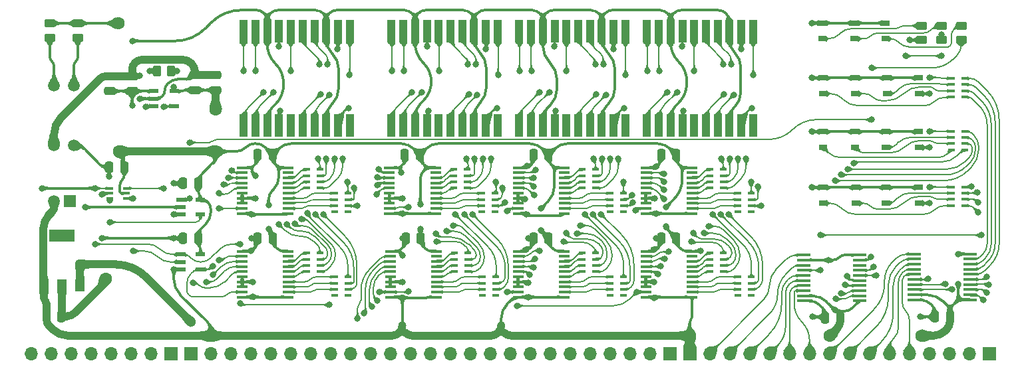
<source format=gtl>
%TF.GenerationSoftware,KiCad,Pcbnew,8.0.5*%
%TF.CreationDate,2024-11-27T10:13:53+02:00*%
%TF.ProjectId,W65C816 Debug Display,57363543-3831-4362-9044-656275672044,V1*%
%TF.SameCoordinates,PX2b4c984PY5781bbc*%
%TF.FileFunction,Copper,L1,Top*%
%TF.FilePolarity,Positive*%
%FSLAX46Y46*%
G04 Gerber Fmt 4.6, Leading zero omitted, Abs format (unit mm)*
G04 Created by KiCad (PCBNEW 8.0.5) date 2024-11-27 10:13:53*
%MOMM*%
%LPD*%
G01*
G04 APERTURE LIST*
G04 Aperture macros list*
%AMRoundRect*
0 Rectangle with rounded corners*
0 $1 Rounding radius*
0 $2 $3 $4 $5 $6 $7 $8 $9 X,Y pos of 4 corners*
0 Add a 4 corners polygon primitive as box body*
4,1,4,$2,$3,$4,$5,$6,$7,$8,$9,$2,$3,0*
0 Add four circle primitives for the rounded corners*
1,1,$1+$1,$2,$3*
1,1,$1+$1,$4,$5*
1,1,$1+$1,$6,$7*
1,1,$1+$1,$8,$9*
0 Add four rect primitives between the rounded corners*
20,1,$1+$1,$2,$3,$4,$5,0*
20,1,$1+$1,$4,$5,$6,$7,0*
20,1,$1+$1,$6,$7,$8,$9,0*
20,1,$1+$1,$8,$9,$2,$3,0*%
G04 Aperture macros list end*
%TA.AperFunction,ComponentPad*%
%ADD10R,1.500000X1.500000*%
%TD*%
%TA.AperFunction,ComponentPad*%
%ADD11C,1.500000*%
%TD*%
%TA.AperFunction,SMDPad,CuDef*%
%ADD12R,0.875000X0.450000*%
%TD*%
%TA.AperFunction,SMDPad,CuDef*%
%ADD13R,1.800000X0.450000*%
%TD*%
%TA.AperFunction,SMDPad,CuDef*%
%ADD14RoundRect,0.250000X-0.250000X-0.475000X0.250000X-0.475000X0.250000X0.475000X-0.250000X0.475000X0*%
%TD*%
%TA.AperFunction,SMDPad,CuDef*%
%ADD15RoundRect,0.250000X0.475000X-0.250000X0.475000X0.250000X-0.475000X0.250000X-0.475000X-0.250000X0*%
%TD*%
%TA.AperFunction,SMDPad,CuDef*%
%ADD16RoundRect,0.250000X0.450000X-0.262500X0.450000X0.262500X-0.450000X0.262500X-0.450000X-0.262500X0*%
%TD*%
%TA.AperFunction,SMDPad,CuDef*%
%ADD17R,1.000000X0.800000*%
%TD*%
%TA.AperFunction,SMDPad,CuDef*%
%ADD18RoundRect,0.250000X0.250000X0.475000X-0.250000X0.475000X-0.250000X-0.475000X0.250000X-0.475000X0*%
%TD*%
%TA.AperFunction,SMDPad,CuDef*%
%ADD19R,0.900000X0.450000*%
%TD*%
%TA.AperFunction,SMDPad,CuDef*%
%ADD20R,1.000000X3.000000*%
%TD*%
%TA.AperFunction,SMDPad,CuDef*%
%ADD21R,1.475000X0.450000*%
%TD*%
%TA.AperFunction,SMDPad,CuDef*%
%ADD22R,1.150000X0.600000*%
%TD*%
%TA.AperFunction,SMDPad,CuDef*%
%ADD23R,1.250000X0.600000*%
%TD*%
%TA.AperFunction,ComponentPad*%
%ADD24C,1.509000*%
%TD*%
%TA.AperFunction,SMDPad,CuDef*%
%ADD25RoundRect,0.250000X-0.262500X-0.450000X0.262500X-0.450000X0.262500X0.450000X-0.262500X0.450000X0*%
%TD*%
%TA.AperFunction,SMDPad,CuDef*%
%ADD26R,1.200000X1.500000*%
%TD*%
%TA.AperFunction,SMDPad,CuDef*%
%ADD27R,3.300000X1.500000*%
%TD*%
%TA.AperFunction,ComponentPad*%
%ADD28R,1.700000X1.700000*%
%TD*%
%TA.AperFunction,ComponentPad*%
%ADD29O,1.700000X1.700000*%
%TD*%
%TA.AperFunction,ViaPad*%
%ADD30C,0.800000*%
%TD*%
%TA.AperFunction,ViaPad*%
%ADD31C,1.600000*%
%TD*%
%TA.AperFunction,ViaPad*%
%ADD32C,1.300000*%
%TD*%
%TA.AperFunction,Conductor*%
%ADD33C,0.380000*%
%TD*%
%TA.AperFunction,Conductor*%
%ADD34C,1.000000*%
%TD*%
%TA.AperFunction,Conductor*%
%ADD35C,0.200000*%
%TD*%
G04 APERTURE END LIST*
D10*
%TO.P,C1,1*%
%TO.N,12V*%
X4937000Y19482000D03*
D11*
%TO.P,C1,2*%
%TO.N,GND*%
X2937000Y19482000D03*
%TD*%
D12*
%TO.P,IC12,1,1A*%
%TO.N,/~{LED Enable}*%
X10033000Y21082000D03*
%TO.P,IC12,2,GND*%
%TO.N,GND*%
X10033000Y20432000D03*
%TO.P,IC12,3,2A*%
%TO.N,/~{Always Show Data}+PHI2*%
X10033000Y19782000D03*
%TO.P,IC12,4,2Y*%
%TO.N,/A\u00B7P*%
X12157000Y19782000D03*
%TO.P,IC12,5,3V*%
%TO.N,/5V*%
X12157000Y20432000D03*
%TO.P,IC12,6,1Y*%
%TO.N,/LED Enable*%
X12157000Y21082000D03*
%TD*%
D13*
%TO.P,IC11,1,DIR*%
%TO.N,GND*%
X105404000Y6727000D03*
%TO.P,IC11,2,A0*%
%TO.N,Net-(IC11-A0)*%
X105404000Y7377000D03*
%TO.P,IC11,3,A1*%
%TO.N,Net-(IC11-A1)*%
X105404001Y8027000D03*
%TO.P,IC11,4,A2*%
%TO.N,Net-(IC11-A2)*%
X105404000Y8677000D03*
%TO.P,IC11,5,A3*%
%TO.N,Net-(IC11-A3)*%
X105404000Y9327000D03*
%TO.P,IC11,6,A4*%
%TO.N,Net-(IC11-A4)*%
X105404000Y9977000D03*
%TO.P,IC11,7,A5*%
%TO.N,Net-(IC11-A5)*%
X105404000Y10627000D03*
%TO.P,IC11,8,A6*%
%TO.N,unconnected-(IC11-A6-Pad8)*%
X105404001Y11277000D03*
%TO.P,IC11,9,A7*%
%TO.N,/PHI2_{3}*%
X105404000Y11927000D03*
%TO.P,IC11,10,GND*%
%TO.N,GND*%
X105404000Y12577000D03*
%TO.P,IC11,11,B7*%
%TO.N,PHI2*%
X98304000Y12577000D03*
%TO.P,IC11,12,B6*%
%TO.N,GND*%
X98304000Y11927000D03*
%TO.P,IC11,13,B5*%
%TO.N,BE*%
X98303999Y11277000D03*
%TO.P,IC11,14,B4*%
%TO.N,X*%
X98304000Y10627000D03*
%TO.P,IC11,15,B3*%
%TO.N,R~{W}*%
X98304000Y9977000D03*
%TO.P,IC11,16,B2*%
%TO.N,E*%
X98304000Y9327000D03*
%TO.P,IC11,17,B1*%
%TO.N,M*%
X98304000Y8677000D03*
%TO.P,IC11,18,B0*%
%TO.N,VDA*%
X98303999Y8027000D03*
%TO.P,IC11,19,~{OE}*%
%TO.N,GND*%
X98304000Y7377000D03*
%TO.P,IC11,20,5V*%
%TO.N,/5V*%
X98304000Y6727000D03*
%TD*%
%TO.P,IC10,1,DIR*%
%TO.N,GND*%
X119501000Y6854000D03*
%TO.P,IC10,2,A0*%
%TO.N,Net-(IC10-A0)*%
X119501000Y7504000D03*
%TO.P,IC10,3,A1*%
%TO.N,Net-(IC10-A1)*%
X119501001Y8154000D03*
%TO.P,IC10,4,A2*%
%TO.N,Net-(IC10-A2)*%
X119501000Y8804000D03*
%TO.P,IC10,5,A3*%
%TO.N,Net-(IC10-A3)*%
X119501000Y9454000D03*
%TO.P,IC10,6,A4*%
%TO.N,Net-(IC10-A4)*%
X119501000Y10104000D03*
%TO.P,IC10,7,A5*%
%TO.N,Net-(IC10-A5)*%
X119501000Y10754000D03*
%TO.P,IC10,8,A6*%
%TO.N,Net-(IC10-A6)*%
X119501001Y11404000D03*
%TO.P,IC10,9,A7*%
%TO.N,Net-(IC10-A7)*%
X119501000Y12054000D03*
%TO.P,IC10,10,GND*%
%TO.N,GND*%
X119501000Y12704000D03*
%TO.P,IC10,11,B7*%
%TO.N,~{RES}*%
X112401000Y12704000D03*
%TO.P,IC10,12,B6*%
%TO.N,~{VP}*%
X112401000Y12054000D03*
%TO.P,IC10,13,B5*%
%TO.N,RDY*%
X112400999Y11404000D03*
%TO.P,IC10,14,B4*%
%TO.N,~{ABORT}*%
X112401000Y10754000D03*
%TO.P,IC10,15,B3*%
%TO.N,~{IRQ}*%
X112401000Y10104000D03*
%TO.P,IC10,16,B2*%
%TO.N,~{ML}*%
X112401000Y9454000D03*
%TO.P,IC10,17,B1*%
%TO.N,~{NMI}*%
X112401000Y8804000D03*
%TO.P,IC10,18,B0*%
%TO.N,VPA*%
X112400999Y8154000D03*
%TO.P,IC10,19,~{OE}*%
%TO.N,GND*%
X112401000Y7504000D03*
%TO.P,IC10,20,5V*%
%TO.N,/5V*%
X112401000Y6854000D03*
%TD*%
D14*
%TO.P,C13,1*%
%TO.N,/5V*%
X101047000Y4572000D03*
%TO.P,C13,2*%
%TO.N,GND*%
X102947000Y4572000D03*
%TD*%
%TO.P,C12,1*%
%TO.N,/5V*%
X115017000Y4699000D03*
%TO.P,C12,2*%
%TO.N,GND*%
X116917000Y4699000D03*
%TD*%
D15*
%TO.P,C4,1*%
%TO.N,/5V*%
X23495000Y33610000D03*
%TO.P,C4,2*%
%TO.N,GND*%
X23495000Y35510000D03*
%TD*%
D16*
%TO.P,R5,2*%
%TO.N,Net-(LED3-Pad2)*%
X115819500Y41821700D03*
%TO.P,R5,1*%
%TO.N,Net-(IC11-A4)*%
X115819500Y39996700D03*
%TD*%
D17*
%TO.P,LED5,2*%
%TO.N,Net-(LED5-Pad2)*%
X104834000Y26305800D03*
%TO.P,LED5,1*%
%TO.N,GND*%
X104834000Y28305800D03*
%TD*%
D18*
%TO.P,C7,1*%
%TO.N,/5V*%
X21254000Y21717000D03*
%TO.P,C7,2*%
%TO.N,GND*%
X19354000Y21717000D03*
%TD*%
D15*
%TO.P,C9,1*%
%TO.N,/Cathode*%
X12855000Y33483000D03*
%TO.P,C9,2*%
%TO.N,GND*%
X12855000Y35383000D03*
%TD*%
D17*
%TO.P,LED10,2*%
%TO.N,Net-(LED10-Pad2)*%
X108898000Y33163800D03*
%TO.P,LED10,1*%
%TO.N,GND*%
X108898000Y35163800D03*
%TD*%
%TO.P,LED11,2*%
%TO.N,Net-(LED11-Pad2)*%
X112962000Y33163800D03*
%TO.P,LED11,1*%
%TO.N,GND*%
X112962000Y35163800D03*
%TD*%
D19*
%TO.P,RN14,1,R1*%
%TO.N,/High Address Display/Left \u03A9 Digit 0 D segment*%
X71860000Y10433800D03*
%TO.P,RN14,2,R2*%
%TO.N,/High Address Display/Left \u03A9 Digit 0 E segment*%
X71860000Y11233800D03*
%TO.P,RN14,3,R3*%
%TO.N,/High Address Display/Left \u03A9 Digit 0 F segment*%
X71860000Y12033800D03*
%TO.P,RN14,4,R4*%
%TO.N,/High Address Display/Left \u03A9 Digit 0 G segment*%
X71860000Y12833800D03*
%TO.P,RN14,5,R4*%
%TO.N,/High Address Display/Left Digit 0 G segment*%
X70160000Y12833800D03*
%TO.P,RN14,6,R3*%
%TO.N,/High Address Display/Left Digit 0 F segment*%
X70160000Y12033800D03*
%TO.P,RN14,7,R2*%
%TO.N,/High Address Display/Left Digit 0 E segment*%
X70160000Y11233800D03*
%TO.P,RN14,8,R1*%
%TO.N,/High Address Display/Left Digit 0 D segment*%
X70160000Y10433800D03*
%TD*%
%TO.P,RN16,8,R1*%
%TO.N,unconnected-(RN16-R1-Pad8)*%
X57460000Y7385800D03*
%TO.P,RN16,7,R2*%
%TO.N,/Bank Address Display/Left Digit 0 A segment*%
X57460000Y8185800D03*
%TO.P,RN16,6,R3*%
%TO.N,/Bank Address Display/Left Digit 0 B segment*%
X57460000Y8985800D03*
%TO.P,RN16,5,R4*%
%TO.N,/Bank Address Display/Left Digit 0 C segment*%
X57460000Y9785800D03*
%TO.P,RN16,4,R4*%
%TO.N,/Bank Address Display/Left \u03A9 Digit 0 C segment*%
X59160000Y9785800D03*
%TO.P,RN16,3,R3*%
%TO.N,/Bank Address Display/Left \u03A9 Digit 0 B segment*%
X59160000Y8985800D03*
%TO.P,RN16,2,R2*%
%TO.N,/Bank Address Display/Left \u03A9 Digit 0 A segment*%
X59160000Y8185800D03*
%TO.P,RN16,1,R1*%
%TO.N,unconnected-(RN16-R1-Pad1)*%
X59160000Y7385800D03*
%TD*%
%TO.P,RN17,8,R1*%
%TO.N,unconnected-(RN17-R1-Pad8)*%
X57333000Y18053800D03*
%TO.P,RN17,7,R2*%
%TO.N,/Bank Address Display/Right Digit 0 A segment*%
X57333000Y18853800D03*
%TO.P,RN17,6,R3*%
%TO.N,/Bank Address Display/Right Digit 0 B segment*%
X57333000Y19653800D03*
%TO.P,RN17,5,R4*%
%TO.N,/Bank Address Display/Right Digit 0 C segment*%
X57333000Y20453800D03*
%TO.P,RN17,4,R4*%
%TO.N,/Bank Address Display/Right \u03A9 Digit 0 C segment*%
X59033000Y20453800D03*
%TO.P,RN17,3,R3*%
%TO.N,/Bank Address Display/Right \u03A9 Digit 0 B segment*%
X59033000Y19653800D03*
%TO.P,RN17,2,R2*%
%TO.N,/Bank Address Display/Right \u03A9 Digit 0 A segment*%
X59033000Y18853800D03*
%TO.P,RN17,1,R1*%
%TO.N,unconnected-(RN17-R1-Pad1)*%
X59033000Y18053800D03*
%TD*%
D17*
%TO.P,LED9,2*%
%TO.N,Net-(LED9-Pad2)*%
X104834000Y33163800D03*
%TO.P,LED9,1*%
%TO.N,GND*%
X104834000Y35163800D03*
%TD*%
D20*
%TO.P,DS1,1,E-Seg_{(Left)}*%
%TO.N,/Data Display/Left \u03A9 Digit 0 E segment*%
X27051000Y29117000D03*
%TO.P,DS1,2,D-Seg_{(Left)}*%
%TO.N,/Data Display/Left \u03A9 Digit 0 D segment*%
X28551000Y29117000D03*
%TO.P,DS1,3,Cathode_{(Left)}*%
%TO.N,/Cathode*%
X30051000Y29117000D03*
%TO.P,DS1,4,C-Seg_{(Left)}*%
%TO.N,/Data Display/Left \u03A9 Digit 0 C segment*%
X31551000Y29117000D03*
%TO.P,DS1,5,Dot_{(Left)}*%
%TO.N,unconnected-(DS1-Dot_{(Left)}-Pad5)*%
X33051000Y29117000D03*
%TO.P,DS1,6,E-Seg_{(Right)}*%
%TO.N,/Data Display/Right \u03A9 Digit 0 E segment*%
X34551000Y29117000D03*
%TO.P,DS1,7,D-Seg_{(Right)}*%
%TO.N,/Data Display/Right \u03A9 Digit 0 D segment*%
X36051000Y29117000D03*
%TO.P,DS1,8,Cathode_{(Right)}*%
%TO.N,/Cathode*%
X37551000Y29117000D03*
%TO.P,DS1,9,C-Seg_{(Right)}*%
%TO.N,/Data Display/Right \u03A9 Digit 0 C segment*%
X39051000Y29117000D03*
%TO.P,DS1,10,Dot_{(Right)}*%
%TO.N,unconnected-(DS1-Dot_{(Right)}-Pad10)*%
X40551000Y29117000D03*
%TO.P,DS1,11,B-Seg_{(Right)}*%
%TO.N,/Data Display/Right \u03A9 Digit 0 B segment*%
X40551000Y41117000D03*
%TO.P,DS1,12,A-Seg_{(Right)}*%
%TO.N,/Data Display/Right \u03A9 Digit 0 A segment*%
X39051000Y41117000D03*
%TO.P,DS1,13,Cathode_{(Right)}*%
%TO.N,/Cathode*%
X37551000Y41117000D03*
%TO.P,DS1,14,F-Seg_{(Right)}*%
%TO.N,/Data Display/Right \u03A9 Digit 0 F segment*%
X36051000Y41117000D03*
%TO.P,DS1,15,G-Seg_{(Right)}*%
%TO.N,/Data Display/Right \u03A9 Digit 0 G segment*%
X34551000Y41117000D03*
%TO.P,DS1,16,B-Seg_{(Left)}*%
%TO.N,/Data Display/Left \u03A9 Digit 0 B segment*%
X33051000Y41117000D03*
%TO.P,DS1,17,A-Seg_{(Left)}*%
%TO.N,/Data Display/Left \u03A9 Digit 0 A segment*%
X31551000Y41117000D03*
%TO.P,DS1,18,Cathode_{(Left)}*%
%TO.N,/Cathode*%
X30051000Y41117000D03*
%TO.P,DS1,19,F-Seg_{(Left)}*%
%TO.N,/Data Display/Left \u03A9 Digit 0 F segment*%
X28551000Y41117000D03*
%TO.P,DS1,20,G-Seg_{(Left)}*%
%TO.N,/Data Display/Left \u03A9 Digit 0 G segment*%
X27051000Y41117000D03*
%TD*%
D21*
%TO.P,IC8,1,CLK/IN*%
%TO.N,GND*%
X45593000Y23722000D03*
%TO.P,IC8,2,IN1*%
%TO.N,Addr16*%
X45593000Y23072000D03*
%TO.P,IC8,3,IN2*%
%TO.N,Addr17*%
X45593000Y22422000D03*
%TO.P,IC8,4,IN3/PD*%
%TO.N,Addr18*%
X45593000Y21772000D03*
%TO.P,IC8,5,IN4*%
%TO.N,Addr19*%
X45593000Y21122000D03*
%TO.P,IC8,6,IN5*%
%TO.N,GND*%
X45593000Y20472000D03*
%TO.P,IC8,7,IN6*%
X45593000Y19822000D03*
%TO.P,IC8,8,IN7*%
X45593000Y19172000D03*
%TO.P,IC8,9,IN8*%
%TO.N,/~{LED Enable}*%
X45593000Y18522000D03*
%TO.P,IC8,10,GND*%
%TO.N,GND*%
X45593000Y17872000D03*
%TO.P,IC8,11,IN9/~{OE}*%
X51469000Y17872000D03*
%TO.P,IC8,12,I/O0*%
%TO.N,/Bank Address Display/Right Digit 0 A segment*%
X51469000Y18522000D03*
%TO.P,IC8,13,I/O1*%
%TO.N,/Bank Address Display/Right Digit 0 B segment*%
X51469000Y19172000D03*
%TO.P,IC8,14,I/O2*%
%TO.N,/Bank Address Display/Right Digit 0 C segment*%
X51469000Y19822000D03*
%TO.P,IC8,15,I/O3*%
%TO.N,/Bank Address Display/Right Digit 0 D segment*%
X51469000Y20472000D03*
%TO.P,IC8,16,I/O4*%
%TO.N,/Bank Address Display/Right Digit 0 E segment*%
X51469000Y21122000D03*
%TO.P,IC8,17,I/O5*%
%TO.N,/Bank Address Display/Right Digit 0 F segment*%
X51469000Y21772000D03*
%TO.P,IC8,18,I/O6*%
%TO.N,/Bank Address Display/Right Digit 0 G segment*%
X51469000Y22422000D03*
%TO.P,IC8,19,I/O7*%
%TO.N,unconnected-(IC8-I{slash}O7-Pad19)*%
X51469000Y23072000D03*
%TO.P,IC8,20,5V*%
%TO.N,/5V*%
X51469000Y23722000D03*
%TD*%
D19*
%TO.P,RN13,1,R1*%
%TO.N,unconnected-(RN13-R1-Pad1)*%
X75416000Y18053800D03*
%TO.P,RN13,2,R2*%
%TO.N,/High Address Display/Right \u03A9 Digit 0 A segment*%
X75416000Y18853800D03*
%TO.P,RN13,3,R3*%
%TO.N,/High Address Display/Right \u03A9 Digit 0 B segment*%
X75416000Y19653800D03*
%TO.P,RN13,4,R4*%
%TO.N,/High Address Display/Right \u03A9 Digit 0 C segment*%
X75416000Y20453800D03*
%TO.P,RN13,5,R4*%
%TO.N,/High Address Display/Right Digit 0 C segment*%
X73716000Y20453800D03*
%TO.P,RN13,6,R3*%
%TO.N,/High Address Display/Right Digit 0 B segment*%
X73716000Y19653800D03*
%TO.P,RN13,7,R2*%
%TO.N,/High Address Display/Right Digit 0 A segment*%
X73716000Y18853800D03*
%TO.P,RN13,8,R1*%
%TO.N,unconnected-(RN13-R1-Pad8)*%
X73716000Y18053800D03*
%TD*%
D17*
%TO.P,LED13,2*%
%TO.N,Net-(LED13-Pad2)*%
X104961000Y19193800D03*
%TO.P,LED13,1*%
%TO.N,GND*%
X104961000Y21193800D03*
%TD*%
D19*
%TO.P,RN2,8,R1*%
%TO.N,Net-(LED8-Pad2)*%
X117094000Y32709000D03*
%TO.P,RN2,7,R2*%
%TO.N,Net-(LED9-Pad2)*%
X117094000Y33509000D03*
%TO.P,RN2,6,R3*%
%TO.N,Net-(LED10-Pad2)*%
X117094000Y34309000D03*
%TO.P,RN2,5,R4*%
%TO.N,Net-(LED11-Pad2)*%
X117094000Y35109000D03*
%TO.P,RN2,4,R4*%
%TO.N,Net-(IC10-A4)*%
X118794000Y35109000D03*
%TO.P,RN2,3,R3*%
%TO.N,Net-(IC10-A5)*%
X118794000Y34309000D03*
%TO.P,RN2,2,R2*%
%TO.N,Net-(IC10-A6)*%
X118794000Y33509000D03*
%TO.P,RN2,1,R1*%
%TO.N,Net-(IC10-A7)*%
X118794000Y32709000D03*
%TD*%
D18*
%TO.P,C19,1*%
%TO.N,/5V*%
X65848000Y14701000D03*
%TO.P,C19,2*%
%TO.N,GND*%
X63948000Y14701000D03*
%TD*%
D17*
%TO.P,LED3,2*%
%TO.N,Net-(LED3-Pad2)*%
X104770500Y40164000D03*
%TO.P,LED3,1*%
%TO.N,GND*%
X104770500Y42164000D03*
%TD*%
%TO.P,LED2,2*%
%TO.N,Net-(LED2-Pad2)*%
X100706500Y40164000D03*
%TO.P,LED2,1*%
%TO.N,GND*%
X100706500Y42164000D03*
%TD*%
D21*
%TO.P,IC6,20,5V*%
%TO.N,/5V*%
X84108000Y23722000D03*
%TO.P,IC6,19,I/O7*%
%TO.N,unconnected-(IC6-I{slash}O7-Pad19)*%
X84108000Y23072000D03*
%TO.P,IC6,18,I/O6*%
%TO.N,/Low Address Display/Right Digit 0 G segment*%
X84108000Y22422000D03*
%TO.P,IC6,17,I/O5*%
%TO.N,/Low Address Display/Right Digit 0 F segment*%
X84108000Y21772000D03*
%TO.P,IC6,16,I/O4*%
%TO.N,/Low Address Display/Right Digit 0 E segment*%
X84108000Y21122000D03*
%TO.P,IC6,15,I/O3*%
%TO.N,/Low Address Display/Right Digit 0 D segment*%
X84108000Y20472000D03*
%TO.P,IC6,14,I/O2*%
%TO.N,/Low Address Display/Right Digit 0 C segment*%
X84108000Y19822000D03*
%TO.P,IC6,13,I/O1*%
%TO.N,/Low Address Display/Right Digit 0 B segment*%
X84108000Y19172000D03*
%TO.P,IC6,12,I/O0*%
%TO.N,/Low Address Display/Right Digit 0 A segment*%
X84108000Y18522000D03*
%TO.P,IC6,11,IN9/~{OE}*%
%TO.N,GND*%
X84108000Y17872000D03*
%TO.P,IC6,10,GND*%
X78232000Y17872000D03*
%TO.P,IC6,9,IN8*%
%TO.N,/~{LED Enable}*%
X78232000Y18522000D03*
%TO.P,IC6,8,IN7*%
%TO.N,GND*%
X78232000Y19172000D03*
%TO.P,IC6,7,IN6*%
X78232000Y19822000D03*
%TO.P,IC6,6,IN5*%
X78232000Y20472000D03*
%TO.P,IC6,5,IN4*%
%TO.N,Addr3*%
X78232000Y21122000D03*
%TO.P,IC6,4,IN3/PD*%
%TO.N,Addr2*%
X78232000Y21772000D03*
%TO.P,IC6,3,IN2*%
%TO.N,Addr1*%
X78232000Y22422000D03*
%TO.P,IC6,2,IN1*%
%TO.N,Addr0*%
X78232000Y23072000D03*
%TO.P,IC6,1,CLK/IN*%
%TO.N,GND*%
X78232000Y23722000D03*
%TD*%
D17*
%TO.P,LED4,2*%
%TO.N,Net-(LED4-Pad2)*%
X100770000Y26305800D03*
%TO.P,LED4,1*%
%TO.N,GND*%
X100770000Y28305800D03*
%TD*%
D14*
%TO.P,C3,1*%
%TO.N,GND*%
X1971000Y4750000D03*
%TO.P,C3,2*%
%TO.N,/5V*%
X3871000Y4750000D03*
%TD*%
D17*
%TO.P,LED6,2*%
%TO.N,Net-(LED6-Pad2)*%
X108771000Y26305800D03*
%TO.P,LED6,1*%
%TO.N,GND*%
X108771000Y28305800D03*
%TD*%
D22*
%TO.P,IC3,1,VOUT*%
%TO.N,/Cathode*%
X15619000Y33462000D03*
%TO.P,IC3,2,GND*%
%TO.N,GND*%
X15619000Y32512000D03*
%TO.P,IC3,3,FLG*%
%TO.N,Net-(IC3-FLG)*%
X15619000Y31562000D03*
%TO.P,IC3,4,EN*%
%TO.N,/LED Enable*%
X18219000Y31562000D03*
%TO.P,IC3,5,VIN*%
%TO.N,/5V*%
X18219000Y33462000D03*
%TD*%
D17*
%TO.P,LED12,2*%
%TO.N,Net-(LED12-Pad2)*%
X100770000Y19193800D03*
%TO.P,LED12,1*%
%TO.N,GND*%
X100770000Y21193800D03*
%TD*%
D19*
%TO.P,RN7,1,R1*%
%TO.N,/Data Display/Right \u03A9 Digit 0 D segment*%
X36750000Y21101800D03*
%TO.P,RN7,2,R2*%
%TO.N,/Data Display/Right \u03A9 Digit 0 E segment*%
X36750000Y21901800D03*
%TO.P,RN7,3,R3*%
%TO.N,/Data Display/Right \u03A9 Digit 0 F segment*%
X36750000Y22701800D03*
%TO.P,RN7,4,R4*%
%TO.N,/Data Display/Right \u03A9 Digit 0 G segment*%
X36750000Y23501800D03*
%TO.P,RN7,5,R4*%
%TO.N,/Data Display/Right Digit 0 G segment*%
X35050000Y23501800D03*
%TO.P,RN7,6,R3*%
%TO.N,/Data Display/Right Digit 0 F segment*%
X35050000Y22701800D03*
%TO.P,RN7,7,R2*%
%TO.N,/Data Display/Right Digit 0 E segment*%
X35050000Y21901800D03*
%TO.P,RN7,8,R1*%
%TO.N,/Data Display/Right Digit 0 D segment*%
X35050000Y21101800D03*
%TD*%
D16*
%TO.P,R3,2*%
%TO.N,Net-(LED1-Pad2)*%
X118349500Y41821700D03*
%TO.P,R3,1*%
%TO.N,/PHI2_{3}*%
X118349500Y39996700D03*
%TD*%
D23*
%TO.P,IC9,1,B*%
%TO.N,/PHI2_{3}*%
X19070000Y19619000D03*
%TO.P,IC9,2,A*%
%TO.N,/~{Always Show Data}*%
X19070000Y18669000D03*
%TO.P,IC9,3,GND*%
%TO.N,GND*%
X19070000Y17719000D03*
%TO.P,IC9,4,Y*%
%TO.N,/~{Always Show Data}+PHI2*%
X21570000Y17719000D03*
%TO.P,IC9,5,5V*%
%TO.N,/5V*%
X21570000Y19619000D03*
%TD*%
D20*
%TO.P,DS3,20,G-Seg_{(Left)}*%
%TO.N,/High Address Display/Left \u03A9 Digit 0 G segment*%
X62120000Y41117000D03*
%TO.P,DS3,19,F-Seg_{(Left)}*%
%TO.N,/High Address Display/Left \u03A9 Digit 0 F segment*%
X63620000Y41117000D03*
%TO.P,DS3,18,Cathode_{(Left)}*%
%TO.N,/Cathode*%
X65120000Y41117000D03*
%TO.P,DS3,17,A-Seg_{(Left)}*%
%TO.N,/High Address Display/Left \u03A9 Digit 0 A segment*%
X66620000Y41117000D03*
%TO.P,DS3,16,B-Seg_{(Left)}*%
%TO.N,/High Address Display/Left \u03A9 Digit 0 B segment*%
X68120000Y41117000D03*
%TO.P,DS3,15,G-Seg_{(Right)}*%
%TO.N,/High Address Display/Right \u03A9 Digit 0 G segment*%
X69620000Y41117000D03*
%TO.P,DS3,14,F-Seg_{(Right)}*%
%TO.N,/High Address Display/Right \u03A9 Digit 0 F segment*%
X71120000Y41117000D03*
%TO.P,DS3,13,Cathode_{(Right)}*%
%TO.N,/Cathode*%
X72620000Y41117000D03*
%TO.P,DS3,12,A-Seg_{(Right)}*%
%TO.N,/High Address Display/Right \u03A9 Digit 0 A segment*%
X74120000Y41117000D03*
%TO.P,DS3,11,B-Seg_{(Right)}*%
%TO.N,/High Address Display/Right \u03A9 Digit 0 B segment*%
X75620000Y41117000D03*
%TO.P,DS3,10,Dot_{(Right)}*%
%TO.N,unconnected-(DS3-Dot_{(Right)}-Pad10)*%
X75620000Y29117000D03*
%TO.P,DS3,9,C-Seg_{(Right)}*%
%TO.N,/High Address Display/Right \u03A9 Digit 0 C segment*%
X74120000Y29117000D03*
%TO.P,DS3,8,Cathode_{(Right)}*%
%TO.N,/Cathode*%
X72620000Y29117000D03*
%TO.P,DS3,7,D-Seg_{(Right)}*%
%TO.N,/High Address Display/Right \u03A9 Digit 0 D segment*%
X71120000Y29117000D03*
%TO.P,DS3,6,E-Seg_{(Right)}*%
%TO.N,/High Address Display/Right \u03A9 Digit 0 E segment*%
X69620000Y29117000D03*
%TO.P,DS3,5,Dot_{(Left)}*%
%TO.N,unconnected-(DS3-Dot_{(Left)}-Pad5)*%
X68120000Y29117000D03*
%TO.P,DS3,4,C-Seg_{(Left)}*%
%TO.N,/High Address Display/Left \u03A9 Digit 0 C segment*%
X66620000Y29117000D03*
%TO.P,DS3,3,Cathode_{(Left)}*%
%TO.N,/Cathode*%
X65120000Y29117000D03*
%TO.P,DS3,2,D-Seg_{(Left)}*%
%TO.N,/High Address Display/Left \u03A9 Digit 0 D segment*%
X63620000Y29117000D03*
%TO.P,DS3,1,E-Seg_{(Left)}*%
%TO.N,/High Address Display/Left \u03A9 Digit 0 E segment*%
X62120000Y29117000D03*
%TD*%
D19*
%TO.P,RN4,1,R1*%
%TO.N,unconnected-(RN4-R1-Pad1)*%
X40306000Y7385800D03*
%TO.P,RN4,2,R2*%
%TO.N,/Data Display/Left \u03A9 Digit 0 A segment*%
X40306000Y8185800D03*
%TO.P,RN4,3,R3*%
%TO.N,/Data Display/Left \u03A9 Digit 0 B segment*%
X40306000Y8985800D03*
%TO.P,RN4,4,R4*%
%TO.N,/Data Display/Left \u03A9 Digit 0 C segment*%
X40306000Y9785800D03*
%TO.P,RN4,5,R4*%
%TO.N,/Data Display/Left Digit 0 C segment*%
X38606000Y9785800D03*
%TO.P,RN4,6,R3*%
%TO.N,/Data Display/Left Digit 0 B segment*%
X38606000Y8985800D03*
%TO.P,RN4,7,R2*%
%TO.N,/Data Display/Left Digit 0 A segment*%
X38606000Y8185800D03*
%TO.P,RN4,8,R1*%
%TO.N,unconnected-(RN4-R1-Pad8)*%
X38606000Y7385800D03*
%TD*%
%TO.P,RN5,1,R1*%
%TO.N,unconnected-(RN5-R1-Pad1)*%
X40306000Y18053800D03*
%TO.P,RN5,2,R2*%
%TO.N,/Data Display/Right \u03A9 Digit 0 A segment*%
X40306000Y18853800D03*
%TO.P,RN5,3,R3*%
%TO.N,/Data Display/Right \u03A9 Digit 0 B segment*%
X40306000Y19653800D03*
%TO.P,RN5,4,R4*%
%TO.N,/Data Display/Right \u03A9 Digit 0 C segment*%
X40306000Y20453800D03*
%TO.P,RN5,5,R4*%
%TO.N,/Data Display/Right Digit 0 C segment*%
X38606000Y20453800D03*
%TO.P,RN5,6,R3*%
%TO.N,/Data Display/Right Digit 0 B segment*%
X38606000Y19653800D03*
%TO.P,RN5,7,R2*%
%TO.N,/Data Display/Right Digit 0 A segment*%
X38606000Y18853800D03*
%TO.P,RN5,8,R1*%
%TO.N,unconnected-(RN5-R1-Pad8)*%
X38606000Y18053800D03*
%TD*%
D16*
%TO.P,R6,1*%
%TO.N,/~{LED Enable}*%
X2387000Y40310000D03*
%TO.P,R6,2*%
%TO.N,/5V*%
X2387000Y42135000D03*
%TD*%
D24*
%TO.P,S2,1,COM_1*%
%TO.N,/~{Always Show Data}*%
X5445000Y34214000D03*
%TO.P,S2,2,COM_2*%
%TO.N,/~{LED Enable}*%
X2905000Y34214000D03*
%TO.P,S2,3,NO_2*%
%TO.N,GND*%
X2905000Y26594000D03*
%TO.P,S2,4,NO_1*%
X5445000Y26594000D03*
%TD*%
D18*
%TO.P,C18,1*%
%TO.N,/5V*%
X11856000Y23749000D03*
%TO.P,C18,2*%
%TO.N,GND*%
X9956000Y23749000D03*
%TD*%
D17*
%TO.P,LED1,2*%
%TO.N,Net-(LED1-Pad2)*%
X108707500Y40164000D03*
%TO.P,LED1,1*%
%TO.N,GND*%
X108707500Y42164000D03*
%TD*%
D19*
%TO.P,RN6,1,R1*%
%TO.N,/Data Display/Left \u03A9 Digit 0 D segment*%
X36750000Y10433800D03*
%TO.P,RN6,2,R2*%
%TO.N,/Data Display/Left \u03A9 Digit 0 E segment*%
X36750000Y11233800D03*
%TO.P,RN6,3,R3*%
%TO.N,/Data Display/Left \u03A9 Digit 0 F segment*%
X36750000Y12033800D03*
%TO.P,RN6,4,R4*%
%TO.N,/Data Display/Left \u03A9 Digit 0 G segment*%
X36750000Y12833800D03*
%TO.P,RN6,5,R4*%
%TO.N,/Data Display/Left Digit 0 G segment*%
X35050000Y12833800D03*
%TO.P,RN6,6,R3*%
%TO.N,/Data Display/Left Digit 0 F segment*%
X35050000Y12033800D03*
%TO.P,RN6,7,R2*%
%TO.N,/Data Display/Left Digit 0 E segment*%
X35050000Y11233800D03*
%TO.P,RN6,8,R1*%
%TO.N,/Data Display/Left Digit 0 D segment*%
X35050000Y10433800D03*
%TD*%
D16*
%TO.P,R1,1*%
%TO.N,/~{Always Show Data}*%
X5943000Y40310000D03*
%TO.P,R1,2*%
%TO.N,/5V*%
X5943000Y42135000D03*
%TD*%
D18*
%TO.P,C15,2*%
%TO.N,GND*%
X80204000Y25369000D03*
%TO.P,C15,1*%
%TO.N,/5V*%
X82104000Y25369000D03*
%TD*%
D19*
%TO.P,RN8,8,R1*%
%TO.N,unconnected-(RN8-R1-Pad8)*%
X89972000Y7385800D03*
%TO.P,RN8,7,R2*%
%TO.N,/Low Address Display/Left Digit 0 A segment*%
X89972000Y8185800D03*
%TO.P,RN8,6,R3*%
%TO.N,/Low Address Display/Left Digit 0 B segment*%
X89972000Y8985800D03*
%TO.P,RN8,5,R4*%
%TO.N,/Low Address Display/Left Digit 0 C segment*%
X89972000Y9785800D03*
%TO.P,RN8,4,R4*%
%TO.N,/Low Address Display/Left \u03A9 Digit 0 C segment*%
X91672000Y9785800D03*
%TO.P,RN8,3,R3*%
%TO.N,/Low Address Display/Left \u03A9 Digit 0 B segment*%
X91672000Y8985800D03*
%TO.P,RN8,2,R2*%
%TO.N,/Low Address Display/Left \u03A9 Digit 0 A segment*%
X91672000Y8185800D03*
%TO.P,RN8,1,R1*%
%TO.N,unconnected-(RN8-R1-Pad1)*%
X91672000Y7385800D03*
%TD*%
D18*
%TO.P,C23,1*%
%TO.N,/5V*%
X65848000Y25369000D03*
%TO.P,C23,2*%
%TO.N,GND*%
X63948000Y25369000D03*
%TD*%
D20*
%TO.P,DS4,1,E-Seg_{(Left)}*%
%TO.N,/Bank Address Display/Left \u03A9 Digit 0 E segment*%
X45864000Y29117000D03*
%TO.P,DS4,2,D-Seg_{(Left)}*%
%TO.N,/Bank Address Display/Left \u03A9 Digit 0 D segment*%
X47364000Y29117000D03*
%TO.P,DS4,3,Cathode_{(Left)}*%
%TO.N,/Cathode*%
X48864000Y29117000D03*
%TO.P,DS4,4,C-Seg_{(Left)}*%
%TO.N,/Bank Address Display/Left \u03A9 Digit 0 C segment*%
X50364000Y29117000D03*
%TO.P,DS4,5,Dot_{(Left)}*%
%TO.N,unconnected-(DS4-Dot_{(Left)}-Pad5)*%
X51864000Y29117000D03*
%TO.P,DS4,6,E-Seg_{(Right)}*%
%TO.N,/Bank Address Display/Right \u03A9 Digit 0 E segment*%
X53364000Y29117000D03*
%TO.P,DS4,7,D-Seg_{(Right)}*%
%TO.N,/Bank Address Display/Right \u03A9 Digit 0 D segment*%
X54864000Y29117000D03*
%TO.P,DS4,8,Cathode_{(Right)}*%
%TO.N,/Cathode*%
X56364000Y29117000D03*
%TO.P,DS4,9,C-Seg_{(Right)}*%
%TO.N,/Bank Address Display/Right \u03A9 Digit 0 C segment*%
X57864000Y29117000D03*
%TO.P,DS4,10,Dot_{(Right)}*%
%TO.N,unconnected-(DS4-Dot_{(Right)}-Pad10)*%
X59364000Y29117000D03*
%TO.P,DS4,11,B-Seg_{(Right)}*%
%TO.N,/Bank Address Display/Right \u03A9 Digit 0 B segment*%
X59364000Y41117000D03*
%TO.P,DS4,12,A-Seg_{(Right)}*%
%TO.N,/Bank Address Display/Right \u03A9 Digit 0 A segment*%
X57864000Y41117000D03*
%TO.P,DS4,13,Cathode_{(Right)}*%
%TO.N,/Cathode*%
X56364000Y41117000D03*
%TO.P,DS4,14,F-Seg_{(Right)}*%
%TO.N,/Bank Address Display/Right \u03A9 Digit 0 F segment*%
X54864000Y41117000D03*
%TO.P,DS4,15,G-Seg_{(Right)}*%
%TO.N,/Bank Address Display/Right \u03A9 Digit 0 G segment*%
X53364000Y41117000D03*
%TO.P,DS4,16,B-Seg_{(Left)}*%
%TO.N,/Bank Address Display/Left \u03A9 Digit 0 B segment*%
X51864000Y41117000D03*
%TO.P,DS4,17,A-Seg_{(Left)}*%
%TO.N,/Bank Address Display/Left \u03A9 Digit 0 A segment*%
X50364000Y41117000D03*
%TO.P,DS4,18,Cathode_{(Left)}*%
%TO.N,/Cathode*%
X48864000Y41117000D03*
%TO.P,DS4,19,F-Seg_{(Left)}*%
%TO.N,/Bank Address Display/Left \u03A9 Digit 0 F segment*%
X47364000Y41117000D03*
%TO.P,DS4,20,G-Seg_{(Left)}*%
%TO.N,/Bank Address Display/Left \u03A9 Digit 0 G segment*%
X45864000Y41117000D03*
%TD*%
D21*
%TO.P,IC15,1,CLK/IN*%
%TO.N,GND*%
X61976000Y13054000D03*
%TO.P,IC15,2,IN1*%
%TO.N,Addr12*%
X61976000Y12404000D03*
%TO.P,IC15,3,IN2*%
%TO.N,Addr13*%
X61976000Y11754000D03*
%TO.P,IC15,4,IN3/PD*%
%TO.N,Addr14*%
X61976000Y11104000D03*
%TO.P,IC15,5,IN4*%
%TO.N,Addr15*%
X61976000Y10454000D03*
%TO.P,IC15,6,IN5*%
%TO.N,GND*%
X61976000Y9804000D03*
%TO.P,IC15,7,IN6*%
X61976000Y9154000D03*
%TO.P,IC15,8,IN7*%
X61976000Y8504000D03*
%TO.P,IC15,9,IN8*%
%TO.N,/~{LED Enable}*%
X61976000Y7854000D03*
%TO.P,IC15,10,GND*%
%TO.N,GND*%
X61976000Y7204000D03*
%TO.P,IC15,11,IN9/~{OE}*%
X67852000Y7204000D03*
%TO.P,IC15,12,I/O0*%
%TO.N,/High Address Display/Left Digit 0 A segment*%
X67852000Y7854000D03*
%TO.P,IC15,13,I/O1*%
%TO.N,/High Address Display/Left Digit 0 B segment*%
X67852000Y8504000D03*
%TO.P,IC15,14,I/O2*%
%TO.N,/High Address Display/Left Digit 0 C segment*%
X67852000Y9154000D03*
%TO.P,IC15,15,I/O3*%
%TO.N,/High Address Display/Left Digit 0 D segment*%
X67852000Y9804000D03*
%TO.P,IC15,16,I/O4*%
%TO.N,/High Address Display/Left Digit 0 E segment*%
X67852000Y10454000D03*
%TO.P,IC15,17,I/O5*%
%TO.N,/High Address Display/Left Digit 0 F segment*%
X67852000Y11104000D03*
%TO.P,IC15,18,I/O6*%
%TO.N,/High Address Display/Left Digit 0 G segment*%
X67852000Y11754000D03*
%TO.P,IC15,19,I/O7*%
%TO.N,unconnected-(IC15-I{slash}O7-Pad19)*%
X67852000Y12404000D03*
%TO.P,IC15,20,5V*%
%TO.N,/5V*%
X67852000Y13054000D03*
%TD*%
%TO.P,IC7,1,CLK/IN*%
%TO.N,GND*%
X61976000Y23722000D03*
%TO.P,IC7,2,IN1*%
%TO.N,Addr8*%
X61976000Y23072000D03*
%TO.P,IC7,3,IN2*%
%TO.N,Addr9*%
X61976000Y22422000D03*
%TO.P,IC7,4,IN3/PD*%
%TO.N,Addr10*%
X61976000Y21772000D03*
%TO.P,IC7,5,IN4*%
%TO.N,Addr11*%
X61976000Y21122000D03*
%TO.P,IC7,6,IN5*%
%TO.N,GND*%
X61976000Y20472000D03*
%TO.P,IC7,7,IN6*%
X61976000Y19822000D03*
%TO.P,IC7,8,IN7*%
X61976000Y19172000D03*
%TO.P,IC7,9,IN8*%
%TO.N,/~{LED Enable}*%
X61976000Y18522000D03*
%TO.P,IC7,10,GND*%
%TO.N,GND*%
X61976000Y17872000D03*
%TO.P,IC7,11,IN9/~{OE}*%
X67852000Y17872000D03*
%TO.P,IC7,12,I/O0*%
%TO.N,/High Address Display/Right Digit 0 A segment*%
X67852000Y18522000D03*
%TO.P,IC7,13,I/O1*%
%TO.N,/High Address Display/Right Digit 0 B segment*%
X67852000Y19172000D03*
%TO.P,IC7,14,I/O2*%
%TO.N,/High Address Display/Right Digit 0 C segment*%
X67852000Y19822000D03*
%TO.P,IC7,15,I/O3*%
%TO.N,/High Address Display/Right Digit 0 D segment*%
X67852000Y20472000D03*
%TO.P,IC7,16,I/O4*%
%TO.N,/High Address Display/Right Digit 0 E segment*%
X67852000Y21122000D03*
%TO.P,IC7,17,I/O5*%
%TO.N,/High Address Display/Right Digit 0 F segment*%
X67852000Y21772000D03*
%TO.P,IC7,18,I/O6*%
%TO.N,/High Address Display/Right Digit 0 G segment*%
X67852000Y22422000D03*
%TO.P,IC7,19,I/O7*%
%TO.N,unconnected-(IC7-I{slash}O7-Pad19)*%
X67852000Y23072000D03*
%TO.P,IC7,20,5V*%
%TO.N,/5V*%
X67852000Y23722000D03*
%TD*%
D19*
%TO.P,RN9,8,R1*%
%TO.N,unconnected-(RN9-R1-Pad8)*%
X89972000Y18053800D03*
%TO.P,RN9,7,R2*%
%TO.N,/Low Address Display/Right Digit 0 A segment*%
X89972000Y18853800D03*
%TO.P,RN9,6,R3*%
%TO.N,/Low Address Display/Right Digit 0 B segment*%
X89972000Y19653800D03*
%TO.P,RN9,5,R4*%
%TO.N,/Low Address Display/Right Digit 0 C segment*%
X89972000Y20453800D03*
%TO.P,RN9,4,R4*%
%TO.N,/Low Address Display/Right \u03A9 Digit 0 C segment*%
X91672000Y20453800D03*
%TO.P,RN9,3,R3*%
%TO.N,/Low Address Display/Right \u03A9 Digit 0 B segment*%
X91672000Y19653800D03*
%TO.P,RN9,2,R2*%
%TO.N,/Low Address Display/Right \u03A9 Digit 0 A segment*%
X91672000Y18853800D03*
%TO.P,RN9,1,R1*%
%TO.N,unconnected-(RN9-R1-Pad1)*%
X91672000Y18053800D03*
%TD*%
%TO.P,RN18,8,R1*%
%TO.N,/Bank Address Display/Left Digit 0 D segment*%
X53904000Y10433800D03*
%TO.P,RN18,7,R2*%
%TO.N,/Bank Address Display/Left Digit 0 E segment*%
X53904000Y11233800D03*
%TO.P,RN18,6,R3*%
%TO.N,/Bank Address Display/Left Digit 0 F segment*%
X53904000Y12033800D03*
%TO.P,RN18,5,R4*%
%TO.N,/Bank Address Display/Left Digit 0 G segment*%
X53904000Y12833800D03*
%TO.P,RN18,4,R4*%
%TO.N,/Bank Address Display/Left \u03A9 Digit 0 G segment*%
X55604000Y12833800D03*
%TO.P,RN18,3,R3*%
%TO.N,/Bank Address Display/Left \u03A9 Digit 0 F segment*%
X55604000Y12033800D03*
%TO.P,RN18,2,R2*%
%TO.N,/Bank Address Display/Left \u03A9 Digit 0 E segment*%
X55604000Y11233800D03*
%TO.P,RN18,1,R1*%
%TO.N,/Bank Address Display/Left \u03A9 Digit 0 D segment*%
X55604000Y10433800D03*
%TD*%
D21*
%TO.P,IC5,20,5V*%
%TO.N,/5V*%
X32742000Y23722000D03*
%TO.P,IC5,19,I/O7*%
%TO.N,unconnected-(IC5-I{slash}O7-Pad19)*%
X32742000Y23072000D03*
%TO.P,IC5,18,I/O6*%
%TO.N,/Data Display/Right Digit 0 G segment*%
X32742000Y22422000D03*
%TO.P,IC5,17,I/O5*%
%TO.N,/Data Display/Right Digit 0 F segment*%
X32742000Y21772000D03*
%TO.P,IC5,16,I/O4*%
%TO.N,/Data Display/Right Digit 0 E segment*%
X32742000Y21122000D03*
%TO.P,IC5,15,I/O3*%
%TO.N,/Data Display/Right Digit 0 D segment*%
X32742000Y20472000D03*
%TO.P,IC5,14,I/O2*%
%TO.N,/Data Display/Right Digit 0 C segment*%
X32742000Y19822000D03*
%TO.P,IC5,13,I/O1*%
%TO.N,/Data Display/Right Digit 0 B segment*%
X32742000Y19172000D03*
%TO.P,IC5,12,I/O0*%
%TO.N,/Data Display/Right Digit 0 A segment*%
X32742000Y18522000D03*
%TO.P,IC5,11,IN9/~{OE}*%
%TO.N,GND*%
X32742000Y17872000D03*
%TO.P,IC5,10,GND*%
X26866000Y17872000D03*
%TO.P,IC5,9,IN8*%
%TO.N,/~{Data LED Enable}*%
X26866000Y18522000D03*
%TO.P,IC5,8,IN7*%
%TO.N,GND*%
X26866000Y19172000D03*
%TO.P,IC5,7,IN6*%
X26866000Y19822000D03*
%TO.P,IC5,6,IN5*%
X26866000Y20472000D03*
%TO.P,IC5,5,IN4*%
%TO.N,Data3*%
X26866000Y21122000D03*
%TO.P,IC5,4,IN3/PD*%
%TO.N,Data2*%
X26866000Y21772000D03*
%TO.P,IC5,3,IN2*%
%TO.N,Data1*%
X26866000Y22422000D03*
%TO.P,IC5,2,IN1*%
%TO.N,Data0*%
X26866000Y23072000D03*
%TO.P,IC5,1,CLK/IN*%
%TO.N,GND*%
X26866000Y23722000D03*
%TD*%
D17*
%TO.P,LED15,2*%
%TO.N,Net-(LED15-Pad2)*%
X112962000Y19193800D03*
%TO.P,LED15,1*%
%TO.N,GND*%
X112962000Y21193800D03*
%TD*%
D18*
%TO.P,C11,2*%
%TO.N,GND*%
X47565000Y25369000D03*
%TO.P,C11,1*%
%TO.N,/5V*%
X49465000Y25369000D03*
%TD*%
D25*
%TO.P,R2,1*%
%TO.N,Net-(IC3-FLG)*%
X16006500Y36078000D03*
%TO.P,R2,2*%
%TO.N,/5V*%
X17831500Y36078000D03*
%TD*%
D26*
%TO.P,IC2,1,GND*%
%TO.N,GND*%
X1637000Y8662000D03*
%TO.P,IC2,2,5.0VOut*%
%TO.N,/5V*%
X3937000Y8662000D03*
%TO.P,IC2,3,15VIn*%
%TO.N,12V*%
X6237000Y8662000D03*
D27*
%TO.P,IC2,4,N.C*%
%TO.N,unconnected-(IC2-N.C-Pad4)*%
X3937000Y15062000D03*
%TD*%
D17*
%TO.P,LED7,2*%
%TO.N,Net-(LED7-Pad2)*%
X112962000Y26305800D03*
%TO.P,LED7,1*%
%TO.N,GND*%
X112962000Y28305800D03*
%TD*%
%TO.P,LED8,2*%
%TO.N,Net-(LED8-Pad2)*%
X100770000Y33163800D03*
%TO.P,LED8,1*%
%TO.N,GND*%
X100770000Y35163800D03*
%TD*%
D16*
%TO.P,R4,2*%
%TO.N,Net-(LED2-Pad2)*%
X113269500Y41821700D03*
%TO.P,R4,1*%
%TO.N,Net-(IC11-A5)*%
X113269500Y39996700D03*
%TD*%
D19*
%TO.P,RN1,8,R1*%
%TO.N,Net-(LED4-Pad2)*%
X117094000Y25978000D03*
%TO.P,RN1,7,R2*%
%TO.N,Net-(LED5-Pad2)*%
X117094000Y26778000D03*
%TO.P,RN1,6,R3*%
%TO.N,Net-(LED6-Pad2)*%
X117094000Y27578000D03*
%TO.P,RN1,5,R4*%
%TO.N,Net-(LED7-Pad2)*%
X117094000Y28378000D03*
%TO.P,RN1,4,R4*%
%TO.N,Net-(IC11-A0)*%
X118794000Y28378000D03*
%TO.P,RN1,3,R3*%
%TO.N,Net-(IC11-A1)*%
X118794000Y27578000D03*
%TO.P,RN1,2,R2*%
%TO.N,Net-(IC11-A2)*%
X118794000Y26778000D03*
%TO.P,RN1,1,R1*%
%TO.N,Net-(IC11-A3)*%
X118794000Y25978000D03*
%TD*%
D21*
%TO.P,IC14,20,5V*%
%TO.N,/5V*%
X84108000Y13054000D03*
%TO.P,IC14,19,I/O7*%
%TO.N,unconnected-(IC14-I{slash}O7-Pad19)*%
X84108000Y12404000D03*
%TO.P,IC14,18,I/O6*%
%TO.N,/Low Address Display/Left Digit 0 G segment*%
X84108000Y11754000D03*
%TO.P,IC14,17,I/O5*%
%TO.N,/Low Address Display/Left Digit 0 F segment*%
X84108000Y11104000D03*
%TO.P,IC14,16,I/O4*%
%TO.N,/Low Address Display/Left Digit 0 E segment*%
X84108000Y10454000D03*
%TO.P,IC14,15,I/O3*%
%TO.N,/Low Address Display/Left Digit 0 D segment*%
X84108000Y9804000D03*
%TO.P,IC14,14,I/O2*%
%TO.N,/Low Address Display/Left Digit 0 C segment*%
X84108000Y9154000D03*
%TO.P,IC14,13,I/O1*%
%TO.N,/Low Address Display/Left Digit 0 B segment*%
X84108000Y8504000D03*
%TO.P,IC14,12,I/O0*%
%TO.N,/Low Address Display/Left Digit 0 A segment*%
X84108000Y7854000D03*
%TO.P,IC14,11,IN9/~{OE}*%
%TO.N,GND*%
X84108000Y7204000D03*
%TO.P,IC14,10,GND*%
X78232000Y7204000D03*
%TO.P,IC14,9,IN8*%
%TO.N,/~{LED Enable}*%
X78232000Y7854000D03*
%TO.P,IC14,8,IN7*%
%TO.N,GND*%
X78232000Y8504000D03*
%TO.P,IC14,7,IN6*%
X78232000Y9154000D03*
%TO.P,IC14,6,IN5*%
X78232000Y9804000D03*
%TO.P,IC14,5,IN4*%
%TO.N,Addr7*%
X78232000Y10454000D03*
%TO.P,IC14,4,IN3/PD*%
%TO.N,Addr6*%
X78232000Y11104000D03*
%TO.P,IC14,3,IN2*%
%TO.N,Addr5*%
X78232000Y11754000D03*
%TO.P,IC14,2,IN1*%
%TO.N,Addr4*%
X78232000Y12404000D03*
%TO.P,IC14,1,CLK/IN*%
%TO.N,GND*%
X78232000Y13054000D03*
%TD*%
%TO.P,IC16,1,CLK/IN*%
%TO.N,GND*%
X45720000Y13054000D03*
%TO.P,IC16,2,IN1*%
%TO.N,Addr20*%
X45720000Y12404000D03*
%TO.P,IC16,3,IN2*%
%TO.N,Addr21*%
X45720000Y11754000D03*
%TO.P,IC16,4,IN3/PD*%
%TO.N,Addr22*%
X45720000Y11104000D03*
%TO.P,IC16,5,IN4*%
%TO.N,Addr23*%
X45720000Y10454000D03*
%TO.P,IC16,6,IN5*%
%TO.N,GND*%
X45720000Y9804000D03*
%TO.P,IC16,7,IN6*%
X45720000Y9154000D03*
%TO.P,IC16,8,IN7*%
X45720000Y8504000D03*
%TO.P,IC16,9,IN8*%
%TO.N,/~{LED Enable}*%
X45720000Y7854000D03*
%TO.P,IC16,10,GND*%
%TO.N,GND*%
X45720000Y7204000D03*
%TO.P,IC16,11,IN9/~{OE}*%
X51596000Y7204000D03*
%TO.P,IC16,12,I/O0*%
%TO.N,/Bank Address Display/Left Digit 0 A segment*%
X51596000Y7854000D03*
%TO.P,IC16,13,I/O1*%
%TO.N,/Bank Address Display/Left Digit 0 B segment*%
X51596000Y8504000D03*
%TO.P,IC16,14,I/O2*%
%TO.N,/Bank Address Display/Left Digit 0 C segment*%
X51596000Y9154000D03*
%TO.P,IC16,15,I/O3*%
%TO.N,/Bank Address Display/Left Digit 0 D segment*%
X51596000Y9804000D03*
%TO.P,IC16,16,I/O4*%
%TO.N,/Bank Address Display/Left Digit 0 E segment*%
X51596000Y10454000D03*
%TO.P,IC16,17,I/O5*%
%TO.N,/Bank Address Display/Left Digit 0 F segment*%
X51596000Y11104000D03*
%TO.P,IC16,18,I/O6*%
%TO.N,/Bank Address Display/Left Digit 0 G segment*%
X51596000Y11754000D03*
%TO.P,IC16,19,I/O7*%
%TO.N,unconnected-(IC16-I{slash}O7-Pad19)*%
X51596000Y12404000D03*
%TO.P,IC16,20,5V*%
%TO.N,/5V*%
X51596000Y13054000D03*
%TD*%
D15*
%TO.P,C5,1*%
%TO.N,/5V*%
X20828000Y33610000D03*
%TO.P,C5,2*%
%TO.N,GND*%
X20828000Y35510000D03*
%TD*%
D19*
%TO.P,RN11,8,R1*%
%TO.N,/Low Address Display/Right Digit 0 D segment*%
X86416000Y21101800D03*
%TO.P,RN11,7,R2*%
%TO.N,/Low Address Display/Right Digit 0 E segment*%
X86416000Y21901800D03*
%TO.P,RN11,6,R3*%
%TO.N,/Low Address Display/Right Digit 0 F segment*%
X86416000Y22701800D03*
%TO.P,RN11,5,R4*%
%TO.N,/Low Address Display/Right Digit 0 G segment*%
X86416000Y23501800D03*
%TO.P,RN11,4,R4*%
%TO.N,/Low Address Display/Right \u03A9 Digit 0 G segment*%
X88116000Y23501800D03*
%TO.P,RN11,3,R3*%
%TO.N,/Low Address Display/Right \u03A9 Digit 0 F segment*%
X88116000Y22701800D03*
%TO.P,RN11,2,R2*%
%TO.N,/Low Address Display/Right \u03A9 Digit 0 E segment*%
X88116000Y21901800D03*
%TO.P,RN11,1,R1*%
%TO.N,/Low Address Display/Right \u03A9 Digit 0 D segment*%
X88116000Y21101800D03*
%TD*%
D23*
%TO.P,IC1,1,B*%
%TO.N,/~{LED Enable}*%
X19070000Y12634000D03*
%TO.P,IC1,2,A*%
%TO.N,/A\u00B7P*%
X19070000Y11684000D03*
%TO.P,IC1,3,GND*%
%TO.N,GND*%
X19070000Y10734000D03*
%TO.P,IC1,4,Y*%
%TO.N,/~{Data LED Enable}*%
X21570000Y10734000D03*
%TO.P,IC1,5,5V*%
%TO.N,/5V*%
X21570000Y12634000D03*
%TD*%
D17*
%TO.P,LED14,2*%
%TO.N,Net-(LED14-Pad2)*%
X108771000Y19193800D03*
%TO.P,LED14,1*%
%TO.N,GND*%
X108771000Y21193800D03*
%TD*%
D18*
%TO.P,C22,2*%
%TO.N,GND*%
X47692000Y14701000D03*
%TO.P,C22,1*%
%TO.N,/5V*%
X49592000Y14701000D03*
%TD*%
D15*
%TO.P,C8,1*%
%TO.N,/Cathode*%
X10033000Y33483000D03*
%TO.P,C8,2*%
%TO.N,GND*%
X10033000Y35383000D03*
%TD*%
D18*
%TO.P,C2,2*%
%TO.N,GND*%
X80204000Y14701000D03*
%TO.P,C2,1*%
%TO.N,/5V*%
X82104000Y14701000D03*
%TD*%
%TO.P,C10,1*%
%TO.N,/5V*%
X30738000Y14701000D03*
%TO.P,C10,2*%
%TO.N,GND*%
X28838000Y14701000D03*
%TD*%
%TO.P,C14,1*%
%TO.N,/5V*%
X30738000Y25369000D03*
%TO.P,C14,2*%
%TO.N,GND*%
X28838000Y25369000D03*
%TD*%
D19*
%TO.P,RN12,1,R1*%
%TO.N,unconnected-(RN12-R1-Pad1)*%
X75416000Y7385800D03*
%TO.P,RN12,2,R2*%
%TO.N,/High Address Display/Left \u03A9 Digit 0 A segment*%
X75416000Y8185800D03*
%TO.P,RN12,3,R3*%
%TO.N,/High Address Display/Left \u03A9 Digit 0 B segment*%
X75416000Y8985800D03*
%TO.P,RN12,4,R4*%
%TO.N,/High Address Display/Left \u03A9 Digit 0 C segment*%
X75416000Y9785800D03*
%TO.P,RN12,5,R4*%
%TO.N,/High Address Display/Left Digit 0 C segment*%
X73716000Y9785800D03*
%TO.P,RN12,6,R3*%
%TO.N,/High Address Display/Left Digit 0 B segment*%
X73716000Y8985800D03*
%TO.P,RN12,7,R2*%
%TO.N,/High Address Display/Left Digit 0 A segment*%
X73716000Y8185800D03*
%TO.P,RN12,8,R1*%
%TO.N,unconnected-(RN12-R1-Pad8)*%
X73716000Y7385800D03*
%TD*%
D20*
%TO.P,DS2,1,E-Seg_{(Left)}*%
%TO.N,/Low Address Display/Left \u03A9 Digit 0 E segment*%
X78376000Y29117000D03*
%TO.P,DS2,2,D-Seg_{(Left)}*%
%TO.N,/Low Address Display/Left \u03A9 Digit 0 D segment*%
X79876000Y29117000D03*
%TO.P,DS2,3,Cathode_{(Left)}*%
%TO.N,/Cathode*%
X81376000Y29117000D03*
%TO.P,DS2,4,C-Seg_{(Left)}*%
%TO.N,/Low Address Display/Left \u03A9 Digit 0 C segment*%
X82876000Y29117000D03*
%TO.P,DS2,5,Dot_{(Left)}*%
%TO.N,unconnected-(DS2-Dot_{(Left)}-Pad5)*%
X84376000Y29117000D03*
%TO.P,DS2,6,E-Seg_{(Right)}*%
%TO.N,/Low Address Display/Right \u03A9 Digit 0 E segment*%
X85876000Y29117000D03*
%TO.P,DS2,7,D-Seg_{(Right)}*%
%TO.N,/Low Address Display/Right \u03A9 Digit 0 D segment*%
X87376000Y29117000D03*
%TO.P,DS2,8,Cathode_{(Right)}*%
%TO.N,/Cathode*%
X88876000Y29117000D03*
%TO.P,DS2,9,C-Seg_{(Right)}*%
%TO.N,/Low Address Display/Right \u03A9 Digit 0 C segment*%
X90376000Y29117000D03*
%TO.P,DS2,10,Dot_{(Right)}*%
%TO.N,unconnected-(DS2-Dot_{(Right)}-Pad10)*%
X91876000Y29117000D03*
%TO.P,DS2,11,B-Seg_{(Right)}*%
%TO.N,/Low Address Display/Right \u03A9 Digit 0 B segment*%
X91876000Y41117000D03*
%TO.P,DS2,12,A-Seg_{(Right)}*%
%TO.N,/Low Address Display/Right \u03A9 Digit 0 A segment*%
X90376000Y41117000D03*
%TO.P,DS2,13,Cathode_{(Right)}*%
%TO.N,/Cathode*%
X88876000Y41117000D03*
%TO.P,DS2,14,F-Seg_{(Right)}*%
%TO.N,/Low Address Display/Right \u03A9 Digit 0 F segment*%
X87376000Y41117000D03*
%TO.P,DS2,15,G-Seg_{(Right)}*%
%TO.N,/Low Address Display/Right \u03A9 Digit 0 G segment*%
X85876000Y41117000D03*
%TO.P,DS2,16,B-Seg_{(Left)}*%
%TO.N,/Low Address Display/Left \u03A9 Digit 0 B segment*%
X84376000Y41117000D03*
%TO.P,DS2,17,A-Seg_{(Left)}*%
%TO.N,/Low Address Display/Left \u03A9 Digit 0 A segment*%
X82876000Y41117000D03*
%TO.P,DS2,18,Cathode_{(Left)}*%
%TO.N,/Cathode*%
X81376000Y41117000D03*
%TO.P,DS2,19,F-Seg_{(Left)}*%
%TO.N,/Low Address Display/Left \u03A9 Digit 0 F segment*%
X79876000Y41117000D03*
%TO.P,DS2,20,G-Seg_{(Left)}*%
%TO.N,/Low Address Display/Left \u03A9 Digit 0 G segment*%
X78376000Y41117000D03*
%TD*%
D19*
%TO.P,RN15,1,R1*%
%TO.N,/High Address Display/Right \u03A9 Digit 0 D segment*%
X71860000Y21101800D03*
%TO.P,RN15,2,R2*%
%TO.N,/High Address Display/Right \u03A9 Digit 0 E segment*%
X71860000Y21901800D03*
%TO.P,RN15,3,R3*%
%TO.N,/High Address Display/Right \u03A9 Digit 0 F segment*%
X71860000Y22701800D03*
%TO.P,RN15,4,R4*%
%TO.N,/High Address Display/Right \u03A9 Digit 0 G segment*%
X71860000Y23501800D03*
%TO.P,RN15,5,R4*%
%TO.N,/High Address Display/Right Digit 0 G segment*%
X70160000Y23501800D03*
%TO.P,RN15,6,R3*%
%TO.N,/High Address Display/Right Digit 0 F segment*%
X70160000Y22701800D03*
%TO.P,RN15,7,R2*%
%TO.N,/High Address Display/Right Digit 0 E segment*%
X70160000Y21901800D03*
%TO.P,RN15,8,R1*%
%TO.N,/High Address Display/Right Digit 0 D segment*%
X70160000Y21101800D03*
%TD*%
D18*
%TO.P,C6,1*%
%TO.N,/5V*%
X21254000Y14732000D03*
%TO.P,C6,2*%
%TO.N,GND*%
X19354000Y14732000D03*
%TD*%
D21*
%TO.P,IC13,1,CLK/IN*%
%TO.N,GND*%
X26866000Y13054000D03*
%TO.P,IC13,2,IN1*%
%TO.N,Data4*%
X26866000Y12404000D03*
%TO.P,IC13,3,IN2*%
%TO.N,Data5*%
X26866000Y11754000D03*
%TO.P,IC13,4,IN3/PD*%
%TO.N,Data6*%
X26866000Y11104000D03*
%TO.P,IC13,5,IN4*%
%TO.N,Data7*%
X26866000Y10454000D03*
%TO.P,IC13,6,IN5*%
%TO.N,GND*%
X26866000Y9804000D03*
%TO.P,IC13,7,IN6*%
X26866000Y9154000D03*
%TO.P,IC13,8,IN7*%
X26866000Y8504000D03*
%TO.P,IC13,9,IN8*%
%TO.N,/~{Data LED Enable}*%
X26866000Y7854000D03*
%TO.P,IC13,10,GND*%
%TO.N,GND*%
X26866000Y7204000D03*
%TO.P,IC13,11,IN9/~{OE}*%
X32742000Y7204000D03*
%TO.P,IC13,12,I/O0*%
%TO.N,/Data Display/Left Digit 0 A segment*%
X32742000Y7854000D03*
%TO.P,IC13,13,I/O1*%
%TO.N,/Data Display/Left Digit 0 B segment*%
X32742000Y8504000D03*
%TO.P,IC13,14,I/O2*%
%TO.N,/Data Display/Left Digit 0 C segment*%
X32742000Y9154000D03*
%TO.P,IC13,15,I/O3*%
%TO.N,/Data Display/Left Digit 0 D segment*%
X32742000Y9804000D03*
%TO.P,IC13,16,I/O4*%
%TO.N,/Data Display/Left Digit 0 E segment*%
X32742000Y10454000D03*
%TO.P,IC13,17,I/O5*%
%TO.N,/Data Display/Left Digit 0 F segment*%
X32742000Y11104000D03*
%TO.P,IC13,18,I/O6*%
%TO.N,/Data Display/Left Digit 0 G segment*%
X32742000Y11754000D03*
%TO.P,IC13,19,I/O7*%
%TO.N,unconnected-(IC13-I{slash}O7-Pad19)*%
X32742000Y12404000D03*
%TO.P,IC13,20,5V*%
%TO.N,/5V*%
X32742000Y13054000D03*
%TD*%
D19*
%TO.P,RN3,8,R1*%
%TO.N,Net-(LED12-Pad2)*%
X117094000Y18866000D03*
%TO.P,RN3,7,R2*%
%TO.N,Net-(LED13-Pad2)*%
X117094000Y19666000D03*
%TO.P,RN3,6,R3*%
%TO.N,Net-(LED14-Pad2)*%
X117094000Y20466000D03*
%TO.P,RN3,5,R4*%
%TO.N,Net-(LED15-Pad2)*%
X117094000Y21266000D03*
%TO.P,RN3,4,R4*%
%TO.N,Net-(IC10-A0)*%
X118794000Y21266000D03*
%TO.P,RN3,3,R3*%
%TO.N,Net-(IC10-A1)*%
X118794000Y20466000D03*
%TO.P,RN3,2,R2*%
%TO.N,Net-(IC10-A2)*%
X118794000Y19666000D03*
%TO.P,RN3,1,R1*%
%TO.N,Net-(IC10-A3)*%
X118794000Y18866000D03*
%TD*%
%TO.P,RN19,8,R1*%
%TO.N,/Bank Address Display/Right Digit 0 D segment*%
X53777000Y21101800D03*
%TO.P,RN19,7,R2*%
%TO.N,/Bank Address Display/Right Digit 0 E segment*%
X53777000Y21901800D03*
%TO.P,RN19,6,R3*%
%TO.N,/Bank Address Display/Right Digit 0 F segment*%
X53777000Y22701800D03*
%TO.P,RN19,5,R4*%
%TO.N,/Bank Address Display/Right Digit 0 G segment*%
X53777000Y23501800D03*
%TO.P,RN19,4,R4*%
%TO.N,/Bank Address Display/Right \u03A9 Digit 0 G segment*%
X55477000Y23501800D03*
%TO.P,RN19,3,R3*%
%TO.N,/Bank Address Display/Right \u03A9 Digit 0 F segment*%
X55477000Y22701800D03*
%TO.P,RN19,2,R2*%
%TO.N,/Bank Address Display/Right \u03A9 Digit 0 E segment*%
X55477000Y21901800D03*
%TO.P,RN19,1,R1*%
%TO.N,/Bank Address Display/Right \u03A9 Digit 0 D segment*%
X55477000Y21101800D03*
%TD*%
%TO.P,RN10,8,R1*%
%TO.N,/Low Address Display/Left Digit 0 D segment*%
X86416000Y10433800D03*
%TO.P,RN10,7,R2*%
%TO.N,/Low Address Display/Left Digit 0 E segment*%
X86416000Y11233800D03*
%TO.P,RN10,6,R3*%
%TO.N,/Low Address Display/Left Digit 0 F segment*%
X86416000Y12033800D03*
%TO.P,RN10,5,R4*%
%TO.N,/Low Address Display/Left Digit 0 G segment*%
X86416000Y12833800D03*
%TO.P,RN10,4,R4*%
%TO.N,/Low Address Display/Left \u03A9 Digit 0 G segment*%
X88116000Y12833800D03*
%TO.P,RN10,3,R3*%
%TO.N,/Low Address Display/Left \u03A9 Digit 0 F segment*%
X88116000Y12033800D03*
%TO.P,RN10,2,R2*%
%TO.N,/Low Address Display/Left \u03A9 Digit 0 E segment*%
X88116000Y11233800D03*
%TO.P,RN10,1,R1*%
%TO.N,/Low Address Display/Left \u03A9 Digit 0 D segment*%
X88116000Y10433800D03*
%TD*%
D28*
%TO.P,J3,1,Pin_1*%
%TO.N,Addr0*%
X81280000Y0D03*
D29*
%TO.P,J3,2,Pin_2*%
%TO.N,Addr1*%
X78740000Y0D03*
%TO.P,J3,3,Pin_3*%
%TO.N,Addr2*%
X76200000Y0D03*
%TO.P,J3,4,Pin_4*%
%TO.N,Addr3*%
X73660000Y0D03*
%TO.P,J3,5,Pin_5*%
%TO.N,Addr4*%
X71120000Y0D03*
%TO.P,J3,6,Pin_6*%
%TO.N,Addr5*%
X68580000Y0D03*
%TO.P,J3,7,Pin_7*%
%TO.N,Addr6*%
X66040000Y0D03*
%TO.P,J3,8,Pin_8*%
%TO.N,Addr7*%
X63500000Y0D03*
%TO.P,J3,9,Pin_9*%
%TO.N,Addr8*%
X60960000Y0D03*
%TO.P,J3,10,Pin_10*%
%TO.N,Addr9*%
X58420000Y0D03*
%TO.P,J3,11,Pin_11*%
%TO.N,Addr10*%
X55880000Y0D03*
%TO.P,J3,12,Pin_12*%
%TO.N,Addr11*%
X53340000Y0D03*
%TO.P,J3,13,Pin_13*%
%TO.N,Addr12*%
X50800000Y0D03*
%TO.P,J3,14,Pin_14*%
%TO.N,Addr13*%
X48260000Y0D03*
%TO.P,J3,15,Pin_15*%
%TO.N,Addr14*%
X45720000Y0D03*
%TO.P,J3,16,Pin_16*%
%TO.N,Addr15*%
X43180000Y0D03*
%TO.P,J3,17,Pin_17*%
%TO.N,Addr16*%
X40640000Y0D03*
%TO.P,J3,18,Pin_18*%
%TO.N,Addr17*%
X38100000Y0D03*
%TO.P,J3,19,Pin_19*%
%TO.N,Addr18*%
X35560000Y0D03*
%TO.P,J3,20,Pin_20*%
%TO.N,Addr19*%
X33020000Y0D03*
%TO.P,J3,21,Pin_21*%
%TO.N,Addr20*%
X30480000Y0D03*
%TO.P,J3,22,Pin_22*%
%TO.N,Addr21*%
X27940000Y0D03*
%TO.P,J3,23,Pin_23*%
%TO.N,Addr22*%
X25400000Y0D03*
%TO.P,J3,24,Pin_24*%
%TO.N,Addr23*%
X22860000Y0D03*
%TD*%
D28*
%TO.P,J4,1,Pin_1*%
%TO.N,Data0*%
X17780000Y0D03*
D29*
%TO.P,J4,2,Pin_2*%
%TO.N,Data1*%
X15240000Y0D03*
%TO.P,J4,3,Pin_3*%
%TO.N,Data2*%
X12700000Y0D03*
%TO.P,J4,4,Pin_4*%
%TO.N,Data3*%
X10160000Y0D03*
%TO.P,J4,5,Pin_5*%
%TO.N,Data4*%
X7620000Y0D03*
%TO.P,J4,6,Pin_6*%
%TO.N,Data5*%
X5080000Y0D03*
%TO.P,J4,7,Pin_7*%
%TO.N,Data6*%
X2540000Y0D03*
%TO.P,J4,8,Pin_8*%
%TO.N,Data7*%
X0Y0D03*
%TD*%
D28*
%TO.P,J5,1,Pin_1*%
%TO.N,X*%
X121920000Y0D03*
D29*
%TO.P,J5,2,Pin_2*%
%TO.N,VPA*%
X119380000Y0D03*
%TO.P,J5,3,Pin_3*%
%TO.N,~{NMI}*%
X116840000Y0D03*
%TO.P,J5,4,Pin_4*%
%TO.N,~{ML}*%
X114300000Y0D03*
%TO.P,J5,5,Pin_5*%
%TO.N,~{IRQ}*%
X111760000Y0D03*
%TO.P,J5,6,Pin_6*%
%TO.N,~{ABORT}*%
X109220000Y0D03*
%TO.P,J5,7,Pin_7*%
%TO.N,RDY*%
X106680000Y0D03*
%TO.P,J5,8,Pin_8*%
%TO.N,~{VP}*%
X104140000Y0D03*
%TO.P,J5,9,Pin_9*%
%TO.N,~{RES}*%
X101600000Y0D03*
%TO.P,J5,10,Pin_10*%
%TO.N,VDA*%
X99060000Y0D03*
%TO.P,J5,11,Pin_11*%
%TO.N,M*%
X96520000Y0D03*
%TO.P,J5,12,Pin_12*%
%TO.N,E*%
X93980000Y0D03*
%TO.P,J5,13,Pin_13*%
%TO.N,R~{W}*%
X91440000Y0D03*
%TO.P,J5,14,Pin_14*%
%TO.N,BE*%
X88900000Y0D03*
%TO.P,J5,15,Pin_15*%
%TO.N,PHI2*%
X86360000Y0D03*
%TD*%
D28*
%TO.P,J1,1,Pin_1*%
%TO.N,GND*%
X83820000Y0D03*
%TD*%
%TO.P,J2,1,Pin_1*%
%TO.N,12V*%
X20320000Y0D03*
%TD*%
D30*
%TO.N,GND*%
X79502000Y23822000D03*
%TO.N,/~{LED Enable}*%
X61849004Y6096000D03*
D31*
%TO.N,GND*%
X22860000Y2286000D03*
D30*
%TO.N,/~{Data LED Enable}*%
X23114000Y11176000D03*
X23876000Y18522000D03*
%TO.N,/~{LED Enable}*%
X37973000Y6223000D03*
X26596000Y6378998D03*
%TO.N,GND*%
X18161006Y10734000D03*
%TO.N,/~{LED Enable}*%
X26596000Y13970000D03*
X44311000Y7874000D03*
%TO.N,/5V*%
X30226000Y15875000D03*
X30225996Y18923000D03*
X49530000Y15874994D03*
X49530000Y19050000D03*
%TO.N,GND*%
X27990994Y13087094D03*
X28194000Y9144000D03*
X28194000Y7239000D03*
D32*
%TO.N,12V*%
X20314976Y4078976D03*
D30*
%TO.N,Data7*%
X20574000Y9017000D03*
%TO.N,Data6*%
X22260954Y9132046D03*
%TO.N,Data5*%
X23126000Y10033000D03*
%TO.N,Data4*%
X23876000Y11938000D03*
%TO.N,Data3*%
X23876000Y20447000D03*
%TO.N,Data2*%
X24511000Y21590000D03*
%TO.N,Data1*%
X25100200Y22445410D03*
%TO.N,Data0*%
X25527000Y23367992D03*
%TO.N,/LED Enable*%
X16891000Y31495994D03*
X16891000Y21081992D03*
D31*
%TO.N,/5V*%
X23495006Y31115000D03*
X23494988Y25781000D03*
X11077997Y42135003D03*
X9479006Y9565409D03*
X11176000Y25781000D03*
D30*
%TO.N,/Cathode*%
X12855000Y31623000D03*
X12855000Y39878000D03*
%TO.N,/~{Always Show Data}*%
X6857998Y18669002D03*
%TO.N,/~{Always Show Data}+PHI2*%
X10033000Y19509000D03*
X10033000Y16764000D03*
%TO.N,GND*%
X9017000Y20320000D03*
%TO.N,/~{LED Enable}*%
X8127998Y13970000D03*
X8127998Y21081999D03*
%TO.N,/PHI2_{3}*%
X20193000Y26924000D03*
X20193000Y19812000D03*
X106934000Y29845000D03*
%TO.N,Addr19*%
X43942000Y20320000D03*
%TO.N,Addr18*%
X44069000Y21463000D03*
%TO.N,Addr17*%
X44069000Y22479000D03*
%TO.N,Addr16*%
X44255502Y23494746D03*
%TO.N,/~{LED Enable}*%
X48072000Y18669002D03*
X48072000Y7907889D03*
X60579000Y7874006D03*
X60579000Y18160986D03*
%TO.N,Addr23*%
X44081000Y6731000D03*
%TO.N,Addr22*%
X43371746Y5981002D03*
%TO.N,Addr21*%
X42397477Y5139815D03*
%TO.N,Addr20*%
X41541001Y4424354D03*
%TO.N,/~{LED Enable}*%
X77070971Y7853999D03*
X76930064Y18300503D03*
%TO.N,Addr11*%
X64008000Y20193000D03*
%TO.N,Addr10*%
X63981742Y21279920D03*
%TO.N,Addr9*%
X63930934Y22378449D03*
%TO.N,Addr8*%
X64197433Y23394069D03*
%TO.N,Addr15*%
X63459136Y10078256D03*
%TO.N,Addr14*%
X63928661Y11017432D03*
%TO.N,Addr13*%
X64119877Y12049877D03*
%TO.N,Addr12*%
X64726686Y13133580D03*
%TO.N,/5V*%
X80772000Y16256000D03*
X80772000Y18669000D03*
X64897000Y15748000D03*
X64896998Y18497341D03*
X85210233Y13112483D03*
X99441000Y4699000D03*
X113157000Y4699000D03*
D31*
%TO.N,GND*%
X83820000Y2286000D03*
X113284000Y2286000D03*
X101600002Y2285992D03*
D30*
%TO.N,Net-(IC11-A3)*%
X104648000Y24269000D03*
X103868795Y9860700D03*
%TO.N,Net-(IC11-A2)*%
X103936626Y23518994D03*
X103544990Y8742037D03*
%TO.N,Net-(IC11-A1)*%
X103061795Y7684120D03*
X103062836Y22804669D03*
%TO.N,Net-(IC11-A0)*%
X102267022Y22054669D03*
X102360067Y6972349D03*
%TO.N,GND*%
X99314000Y42164000D03*
X99314000Y35179000D03*
X99314000Y28321000D03*
X99314000Y21209000D03*
%TO.N,/PHI2_{3}*%
X106933995Y36448995D03*
%TO.N,Net-(IC11-A4)*%
X107519531Y9955471D03*
X111252000Y37968500D03*
X115819500Y37968500D03*
%TO.N,Net-(IC11-A5)*%
X111760000Y40005000D03*
X107188000Y11049000D03*
%TO.N,/PHI2_{3}*%
X106903262Y12326270D03*
%TO.N,Net-(IC10-A2)*%
X120523000Y19304000D03*
X121819775Y8768647D03*
%TO.N,Net-(IC10-A3)*%
X120523000Y18034000D03*
X121641581Y9803419D03*
%TO.N,Net-(IC10-A1)*%
X121603478Y7741165D03*
X120396000Y20574000D03*
%TO.N,Net-(IC10-A0)*%
X119653541Y21316468D03*
X121143791Y6797134D03*
%TO.N,GND*%
X117983000Y12700000D03*
X117983000Y8890000D03*
%TO.N,VPA*%
X117166807Y8229444D03*
%TO.N,~{NMI}*%
X116332000Y8904000D03*
%TO.N,~{ML}*%
X114173000Y9525000D03*
%TO.N,X*%
X120904000Y15113000D03*
X100457000Y10627000D03*
X100457000Y15113000D03*
%TO.N,GND*%
X102298650Y5539000D03*
X101473000Y11927000D03*
%TO.N,Net-(IC11-A4)*%
X115819500Y40709200D03*
%TO.N,Addr7*%
X79756000Y10129000D03*
%TO.N,Addr6*%
X80153983Y11143433D03*
%TO.N,Addr5*%
X80587942Y12093239D03*
%TO.N,Addr4*%
X81155254Y12976790D03*
%TO.N,Addr3*%
X80518000Y19733492D03*
%TO.N,Addr2*%
X80518000Y20855994D03*
%TO.N,Addr1*%
X80518000Y21905997D03*
%TO.N,Addr0*%
X80518000Y22956000D03*
%TO.N,GND*%
X79260000Y9154000D03*
X79300536Y7128583D03*
X79245847Y13307657D03*
X79502000Y14701000D03*
X79341000Y19783362D03*
X79502000Y17876000D03*
X63258000Y8999106D03*
X63246000Y7208000D03*
X62975531Y13308243D03*
X63246000Y14701000D03*
X62817167Y19683380D03*
X63044536Y17796583D03*
X63128438Y23911089D03*
X28067000Y14701000D03*
X47232000Y14701000D03*
X47232000Y9113000D03*
X47232000Y12542000D03*
X47232000Y7104000D03*
X47232000Y19781000D03*
X47232000Y17876000D03*
X47117000Y23083000D03*
X28575000Y19780996D03*
X28066998Y17748994D03*
X28575000Y22702000D03*
X18161000Y21717000D03*
X18161000Y14732000D03*
X18161000Y17780000D03*
X9017000Y14732004D03*
X9906000Y22606000D03*
%TO.N,/~{LED Enable}*%
X1381000Y21082000D03*
%TO.N,/A\u00B7P*%
X12998356Y19763264D03*
X12998356Y13081000D03*
%TO.N,GND*%
X13855000Y32512000D03*
X13855000Y35433000D03*
%TO.N,Net-(IC3-FLG)*%
X15113000Y36068000D03*
X14604994Y31496000D03*
%TO.N,/5V*%
X18161000Y34036000D03*
X18542000Y36068000D03*
%TO.N,Net-(LED15-Pad2)*%
X114359000Y19193800D03*
X114358332Y21267500D03*
%TO.N,Net-(LED11-Pad2)*%
X114359000Y33163800D03*
X114358332Y35237500D03*
%TO.N,Net-(LED7-Pad2)*%
X114358332Y28379500D03*
X114359000Y26305800D03*
D32*
%TO.N,12V*%
X6223000Y11365409D03*
D30*
%TO.N,/Low Address Display/Left \u03A9 Digit 0 G segment*%
X84031199Y14282447D03*
%TO.N,/Low Address Display/Right \u03A9 Digit 0 D segment*%
X90997500Y24857000D03*
%TO.N,/Low Address Display/Right \u03A9 Digit 0 G segment*%
X88064500Y36922000D03*
%TO.N,/Low Address Display/Right \u03A9 Digit 0 C segment*%
X91620500Y21936006D03*
%TO.N,/Low Address Display/Right \u03A9 Digit 0 E segment*%
X89947497Y24857000D03*
%TO.N,/Low Address Display/Left \u03A9 Digit 0 C segment*%
X82984500Y30988000D03*
%TO.N,/Low Address Display/Right \u03A9 Digit 0 A segment*%
X90350500Y38827000D03*
X92890500Y18849800D03*
%TO.N,/Low Address Display/Right \u03A9 Digit 0 E segment*%
X88191500Y33111992D03*
%TO.N,/Low Address Display/Right \u03A9 Digit 0 B segment*%
X91915668Y35560004D03*
%TO.N,/Low Address Display/Right \u03A9 Digit 0 F segment*%
X88897494Y24857000D03*
%TO.N,/Low Address Display/Right \u03A9 Digit 0 B segment*%
X92509500Y21336000D03*
%TO.N,/Low Address Display/Left \u03A9 Digit 0 B segment*%
X84381500Y36033000D03*
%TO.N,/Low Address Display/Left \u03A9 Digit 0 F segment*%
X84265000Y15352904D03*
%TO.N,/Low Address Display/Left \u03A9 Digit 0 A segment*%
X88773000Y17779996D03*
%TO.N,/Low Address Display/Left \u03A9 Digit 0 G segment*%
X78412496Y36033000D03*
%TO.N,/Low Address Display/Right \u03A9 Digit 0 D segment*%
X89408000Y33020000D03*
%TO.N,/Low Address Display/Left \u03A9 Digit 0 E segment*%
X85598000Y15367000D03*
%TO.N,/Low Address Display/Left \u03A9 Digit 0 F segment*%
X79936500Y36032998D03*
%TO.N,/Low Address Display/Left \u03A9 Digit 0 E segment*%
X80952500Y33366004D03*
%TO.N,/Low Address Display/Left \u03A9 Digit 0 B segment*%
X87757000Y17780000D03*
%TO.N,/Low Address Display/Left \u03A9 Digit 0 D segment*%
X82222498Y33366000D03*
%TO.N,/Low Address Display/Left \u03A9 Digit 0 C segment*%
X86741000Y17780000D03*
%TO.N,/Low Address Display/Right \u03A9 Digit 0 C segment*%
X91759500Y31334000D03*
%TO.N,/Low Address Display/Right \u03A9 Digit 0 G segment*%
X87847491Y24857000D03*
%TO.N,/Low Address Display/Left \u03A9 Digit 0 A segment*%
X82857500Y39207992D03*
%TO.N,/Low Address Display/Right \u03A9 Digit 0 F segment*%
X89080500Y36922000D03*
%TO.N,/Low Address Display/Left \u03A9 Digit 0 D segment*%
X86239824Y16256000D03*
%TO.N,/High Address Display/Left \u03A9 Digit 0 G segment*%
X67775199Y14282447D03*
%TO.N,/High Address Display/Right \u03A9 Digit 0 D segment*%
X74741500Y24857000D03*
%TO.N,/High Address Display/Right \u03A9 Digit 0 G segment*%
X71808500Y36922000D03*
%TO.N,/High Address Display/Right \u03A9 Digit 0 C segment*%
X75364500Y21936006D03*
%TO.N,/High Address Display/Right \u03A9 Digit 0 E segment*%
X73691497Y24857000D03*
%TO.N,/High Address Display/Left \u03A9 Digit 0 C segment*%
X66728500Y30988000D03*
%TO.N,/High Address Display/Right \u03A9 Digit 0 A segment*%
X74094500Y38827000D03*
X76594014Y19242350D03*
%TO.N,/High Address Display/Right \u03A9 Digit 0 E segment*%
X71935508Y33112000D03*
%TO.N,/High Address Display/Right \u03A9 Digit 0 B segment*%
X75659668Y35560000D03*
%TO.N,/High Address Display/Right \u03A9 Digit 0 F segment*%
X72641494Y24857000D03*
%TO.N,/High Address Display/Right \u03A9 Digit 0 B segment*%
X76466001Y20234125D03*
%TO.N,/High Address Display/Left \u03A9 Digit 0 B segment*%
X68125500Y36033000D03*
%TO.N,/High Address Display/Left \u03A9 Digit 0 F segment*%
X68079000Y15352904D03*
%TO.N,/High Address Display/Left \u03A9 Digit 0 A segment*%
X72517000Y17780000D03*
%TO.N,/High Address Display/Left \u03A9 Digit 0 G segment*%
X62156496Y36033000D03*
%TO.N,/High Address Display/Right \u03A9 Digit 0 D segment*%
X73152000Y33020004D03*
%TO.N,/High Address Display/Left \u03A9 Digit 0 E segment*%
X69469000Y15326220D03*
%TO.N,/High Address Display/Left \u03A9 Digit 0 F segment*%
X63680500Y36032998D03*
%TO.N,/High Address Display/Left \u03A9 Digit 0 E segment*%
X64696500Y33366004D03*
%TO.N,/High Address Display/Left \u03A9 Digit 0 B segment*%
X71501000Y17780006D03*
%TO.N,/High Address Display/Left \u03A9 Digit 0 D segment*%
X65966498Y33366000D03*
%TO.N,/High Address Display/Left \u03A9 Digit 0 C segment*%
X70501771Y17740660D03*
%TO.N,/High Address Display/Right \u03A9 Digit 0 C segment*%
X75503500Y31334000D03*
%TO.N,/High Address Display/Right \u03A9 Digit 0 G segment*%
X71591491Y24857000D03*
%TO.N,/High Address Display/Left \u03A9 Digit 0 A segment*%
X66601500Y39207992D03*
%TO.N,/High Address Display/Right \u03A9 Digit 0 F segment*%
X72824500Y36922000D03*
%TO.N,/High Address Display/Left \u03A9 Digit 0 D segment*%
X69903500Y16348004D03*
%TO.N,/Bank Address Display/Left \u03A9 Digit 0 B segment*%
X51910000Y36033000D03*
%TO.N,/Bank Address Display/Left \u03A9 Digit 0 D segment*%
X53688000Y16348004D03*
%TO.N,/Bank Address Display/Left \u03A9 Digit 0 C segment*%
X50546000Y30988000D03*
X53975000Y17780000D03*
%TO.N,/Bank Address Display/Left \u03A9 Digit 0 A segment*%
X50386000Y39207992D03*
%TO.N,/Bank Address Display/Left \u03A9 Digit 0 E segment*%
X52832000Y15621000D03*
%TO.N,/Bank Address Display/Left \u03A9 Digit 0 B segment*%
X55118000Y17780000D03*
%TO.N,/Bank Address Display/Left \u03A9 Digit 0 G segment*%
X51559699Y14282447D03*
%TO.N,/Bank Address Display/Left \u03A9 Digit 0 E segment*%
X48481000Y33366004D03*
%TO.N,/Bank Address Display/Left \u03A9 Digit 0 F segment*%
X51529000Y15332000D03*
%TO.N,/Bank Address Display/Left \u03A9 Digit 0 D segment*%
X49750998Y33366000D03*
%TO.N,/Bank Address Display/Left \u03A9 Digit 0 F segment*%
X47465000Y36032998D03*
%TO.N,/Bank Address Display/Left \u03A9 Digit 0 G segment*%
X45940996Y36033000D03*
%TO.N,/Bank Address Display/Left \u03A9 Digit 0 A segment*%
X56167190Y17786307D03*
%TO.N,/Data Display/Left \u03A9 Digit 0 A segment*%
X31515000Y39211992D03*
X37183086Y17751528D03*
%TO.N,/Data Display/Left \u03A9 Digit 0 B segment*%
X33039000Y36037000D03*
X36171716Y17772445D03*
%TO.N,/Data Display/Left \u03A9 Digit 0 C segment*%
X31702970Y30988000D03*
X35142014Y17916514D03*
%TO.N,/Data Display/Left \u03A9 Digit 0 D segment*%
X30879998Y33370000D03*
X34440401Y17135333D03*
%TO.N,/Data Display/Left \u03A9 Digit 0 E segment*%
X29610000Y33370004D03*
X33572280Y16544681D03*
%TO.N,/Data Display/Left \u03A9 Digit 0 F segment*%
X28594000Y36036998D03*
X32562741Y16510000D03*
%TO.N,/Data Display/Left \u03A9 Digit 0 G segment*%
X27069996Y36037000D03*
X31508000Y16510000D03*
%TO.N,/Data Display/Right \u03A9 Digit 0 A segment*%
X39008000Y38831000D03*
X41548000Y18853800D03*
%TO.N,/Data Display/Right \u03A9 Digit 0 B segment*%
X40513000Y35560000D03*
X41119966Y21155801D03*
%TO.N,/Data Display/Right \u03A9 Digit 0 C segment*%
X40278000Y21940006D03*
X40417000Y31338000D03*
%TO.N,/Data Display/Right \u03A9 Digit 0 D segment*%
X37973000Y33019992D03*
X39655000Y24861000D03*
%TO.N,/Data Display/Right \u03A9 Digit 0 E segment*%
X38604997Y24861000D03*
X36849018Y33116000D03*
%TO.N,/Data Display/Right \u03A9 Digit 0 F segment*%
X37738000Y36926000D03*
X37554994Y24861000D03*
%TO.N,/Data Display/Right \u03A9 Digit 0 G segment*%
X36504991Y24861000D03*
X36722000Y36926000D03*
%TO.N,/Bank Address Display/Right \u03A9 Digit 0 F segment*%
X56425994Y24857000D03*
%TO.N,/Bank Address Display/Right \u03A9 Digit 0 E segment*%
X57475997Y24857000D03*
%TO.N,/Bank Address Display/Right \u03A9 Digit 0 B segment*%
X59990966Y21151801D03*
X59444168Y35560000D03*
%TO.N,/Bank Address Display/Right \u03A9 Digit 0 D segment*%
X58526000Y24857000D03*
%TO.N,/Bank Address Display/Right \u03A9 Digit 0 A segment*%
X57879000Y38827000D03*
%TO.N,/Bank Address Display/Right \u03A9 Digit 0 G segment*%
X55375991Y24857000D03*
%TO.N,/Bank Address Display/Right \u03A9 Digit 0 E segment*%
X55720008Y33112000D03*
%TO.N,/Bank Address Display/Right \u03A9 Digit 0 C segment*%
X59288000Y31334000D03*
X59149000Y21936006D03*
%TO.N,/Bank Address Display/Right \u03A9 Digit 0 G segment*%
X55593000Y36922000D03*
%TO.N,/Bank Address Display/Right \u03A9 Digit 0 F segment*%
X56609000Y36922000D03*
%TO.N,/Bank Address Display/Right \u03A9 Digit 0 D segment*%
X56769000Y33019998D03*
%TO.N,/Bank Address Display/Right \u03A9 Digit 0 A segment*%
X60290542Y19297603D03*
%TD*%
D33*
%TO.N,/5V*%
X11557600Y24891400D02*
G75*
G02*
X11855999Y24171000I-720400J-720400D01*
G01*
X65134000Y26083000D02*
G75*
G03*
X63410251Y26796980I-1723700J-1723700D01*
G01*
X64897000Y15700000D02*
G75*
G03*
X64930937Y15618055I115900J0D01*
G01*
X21539317Y15824318D02*
G75*
G03*
X21253989Y15135500I688783J-688818D01*
G01*
X11579500Y22120500D02*
G75*
G03*
X11303012Y21452970I667500J-667500D01*
G01*
X11374000Y20503000D02*
G75*
G03*
X11545409Y20432004I171400J171400D01*
G01*
X31247677Y13444323D02*
G75*
G03*
X32190000Y13053987I942323J942277D01*
G01*
X27305000Y26289000D02*
G75*
G02*
X26078579Y25781008I-1226400J1226400D01*
G01*
X21254000Y14128446D02*
G75*
G03*
X21411987Y13746987I539400J-46D01*
G01*
X21412000Y20289000D02*
G75*
G02*
X21569981Y19907555I-381400J-381400D01*
G01*
X68285748Y26797000D02*
G75*
G03*
X66561986Y26083014I-48J-2437700D01*
G01*
X19357000Y33536000D02*
G75*
G02*
X19178348Y33461980I-178700J178700D01*
G01*
X33175748Y26797000D02*
G75*
G03*
X31451986Y26083014I-48J-2437700D01*
G01*
X11176000Y25527000D02*
G75*
G03*
X11355607Y25093397I613200J0D01*
G01*
X82853500Y22222343D02*
G75*
G02*
X81812783Y19709717I-3553400J-43D01*
G01*
X115017000Y5229500D02*
G75*
G02*
X114486500Y4699000I-530500J0D01*
G01*
X51902748Y26797000D02*
G75*
G03*
X50178986Y26083014I-48J-2437700D01*
G01*
X50118677Y13440323D02*
G75*
G03*
X51061000Y13049987I942323J942277D01*
G01*
X19535651Y33610000D02*
G75*
G03*
X19356985Y33536015I-51J-252600D01*
G01*
X114461108Y6315892D02*
G75*
G03*
X113162000Y6854005I-1299108J-1299092D01*
G01*
X66334177Y13440323D02*
G75*
G03*
X67276500Y13049987I942323J942277D01*
G01*
X23494988Y25209494D02*
G75*
G02*
X23090880Y24233865I-1379788J6D01*
G01*
X30738000Y14327500D02*
G75*
G03*
X31002106Y13689898I901700J0D01*
G01*
X30738000Y24932000D02*
G75*
G03*
X31047007Y24185997I1055000J0D01*
G01*
X82080500Y14323500D02*
G75*
G03*
X82344606Y13685898I901700J0D01*
G01*
X49995500Y23331500D02*
G75*
G03*
X49995500Y24104500I-386500J386500D01*
G01*
X50928593Y23718000D02*
G75*
G03*
X49995502Y23331498I7J-1319600D01*
G01*
X49995500Y24104500D02*
G75*
G03*
X50928593Y23717997I933100J933100D01*
G01*
X100364108Y6188892D02*
G75*
G03*
X99065000Y6727005I-1299108J-1299092D01*
G01*
X82080500Y24928000D02*
G75*
G03*
X82389507Y24181997I1055000J0D01*
G01*
D34*
X3904000Y4783000D02*
G75*
G03*
X3917669Y4749925I13700J-13700D01*
G01*
D33*
X66597500Y23171407D02*
G75*
G03*
X66210998Y24104498I-1319600J-7D01*
G01*
X67144093Y23718000D02*
G75*
G03*
X66597500Y23171407I7J-546600D01*
G01*
X66211000Y24104500D02*
G75*
G03*
X67144093Y23717997I933100J933100D01*
G01*
X18190000Y34007000D02*
G75*
G02*
X18218995Y33936988I-70000J-70000D01*
G01*
X11856000Y22788031D02*
G75*
G02*
X11579509Y22120491I-944000J-31D01*
G01*
X22512000Y19271000D02*
G75*
G02*
X22859952Y18430854I-840200J-840100D01*
G01*
X31511000Y23175407D02*
G75*
G03*
X31124498Y24108498I-1319600J-7D01*
G01*
X32057593Y23722000D02*
G75*
G03*
X31511000Y23175407I7J-546600D01*
G01*
X31124500Y24108500D02*
G75*
G03*
X32057593Y23721997I933100J933100D01*
G01*
X21570000Y19875000D02*
G75*
G03*
X21826000Y19619000I256000J0D01*
G01*
X21494416Y22637417D02*
G75*
G03*
X21253990Y22057000I580384J-580417D01*
G01*
X49956000Y23292000D02*
G75*
G03*
X49530023Y22263546I1028400J-1028400D01*
G01*
X29839269Y26267731D02*
G75*
G03*
X28561500Y26797011I-1277769J-1277731D01*
G01*
X82853500Y23171407D02*
G75*
G03*
X82466998Y24104498I-1319600J-7D01*
G01*
X83400093Y23718000D02*
G75*
G03*
X82853500Y23171407I7J-546600D01*
G01*
X82467000Y24104500D02*
G75*
G03*
X83400093Y23717997I933100J933100D01*
G01*
X31511000Y22513636D02*
G75*
G02*
X30868507Y20962489I-2193600J-36D01*
G01*
X28531420Y26797000D02*
G75*
G03*
X27304994Y26289006I-20J-1734400D01*
G01*
X81390000Y26083000D02*
G75*
G03*
X79666251Y26796980I-1723700J-1723700D01*
G01*
X22374010Y19408990D02*
G75*
G03*
X21867000Y19619006I-507010J-506990D01*
G01*
X11303000Y20674410D02*
G75*
G03*
X11373997Y20502997I242400J-10D01*
G01*
X85180991Y13083242D02*
G75*
G02*
X85110396Y13053993I-70591J70558D01*
G01*
X80772000Y16144500D02*
G75*
G03*
X80850839Y15954155I269200J0D01*
G01*
X30503947Y15597053D02*
G75*
G02*
X30738001Y15032000I-565047J-565053D01*
G01*
X49609000Y14323500D02*
G75*
G03*
X49873106Y13685898I901700J0D01*
G01*
D34*
X9479006Y9331708D02*
G75*
G02*
X9313758Y8932751I-564206J-8D01*
G01*
D33*
X49609000Y24928000D02*
G75*
G03*
X49918007Y24181997I1055000J0D01*
G01*
X65824500Y14323500D02*
G75*
G03*
X66088606Y13685898I901700J0D01*
G01*
X65824500Y24928000D02*
G75*
G03*
X66133507Y24181997I1055000J0D01*
G01*
D34*
X5576477Y5195478D02*
G75*
G02*
X4501000Y4750014I-1075477J1075522D01*
G01*
D33*
X66597500Y21400280D02*
G75*
G02*
X65747251Y19347590I-2903000J20D01*
G01*
X30719908Y20813909D02*
G75*
G03*
X30225991Y19621498I1192392J-1192409D01*
G01*
X48751000Y26083000D02*
G75*
G03*
X47027251Y26796980I-1723700J-1723700D01*
G01*
X82590177Y13440323D02*
G75*
G03*
X83532500Y13049987I942323J942277D01*
G01*
X114641879Y6135121D02*
G75*
G02*
X115017012Y5229500I-905579J-905621D01*
G01*
X21254000Y20670446D02*
G75*
G03*
X21411987Y20288987I539400J-46D01*
G01*
X100716781Y5836219D02*
G75*
G02*
X101047011Y5039000I-797181J-797219D01*
G01*
X49561000Y15843994D02*
G75*
G02*
X49591979Y15769154I-74800J-74794D01*
G01*
D34*
X3937000Y4862670D02*
G75*
G02*
X3903991Y4783009I-112700J30D01*
G01*
D33*
X22860000Y18034000D02*
G75*
G02*
X22231375Y16516390I-2146200J0D01*
G01*
X21412000Y13747000D02*
G75*
G02*
X21569981Y13365555I-381400J-381400D01*
G01*
D34*
X22923494Y25781000D02*
X21780506Y25781000D01*
D33*
%TO.N,/Cathode*%
X50927000Y34671000D02*
G75*
G02*
X49939181Y32286163I-3372700J0D01*
G01*
X65120000Y39283157D02*
G75*
G03*
X66024513Y37099513I3088200J43D01*
G01*
X49604340Y31951341D02*
G75*
G03*
X48864005Y30164000I1787360J-1787341D01*
G01*
X82407500Y37226500D02*
G75*
G02*
X83439016Y34736239I-2490300J-2490300D01*
G01*
X74295000Y33856404D02*
G75*
G02*
X73457501Y31834499I-2859400J-4D01*
G01*
X48864000Y42418587D02*
G75*
G03*
X48455004Y43406004I-1396400J13D01*
G01*
X49273000Y43406000D02*
G75*
G03*
X48864006Y42418587I987400J-987400D01*
G01*
X48455000Y43406000D02*
G75*
G03*
X49273000Y43406000I409000J409001D01*
G01*
X73457500Y38302500D02*
G75*
G02*
X74294998Y36280597I-2021900J-2021900D01*
G01*
X81376000Y42418587D02*
G75*
G03*
X80967004Y43406004I-1396400J13D01*
G01*
X81785000Y43406000D02*
G75*
G03*
X81376006Y42418587I987400J-987400D01*
G01*
X80967000Y43406000D02*
G75*
G03*
X81785000Y43406000I409000J409001D01*
G01*
X72620000Y42418587D02*
G75*
G03*
X72211004Y43406004I-1396400J13D01*
G01*
X73029000Y43406000D02*
G75*
G03*
X72620006Y42418587I987400J-987400D01*
G01*
X72211000Y43406000D02*
G75*
G03*
X73029000Y43406000I409000J409001D01*
G01*
X66516413Y43815000D02*
G75*
G03*
X65528996Y43406004I-13J-1396400D01*
G01*
X90297000Y33262799D02*
G75*
G02*
X89586500Y31547500I-2425800J1D01*
G01*
X65680735Y31263736D02*
G75*
G03*
X65120008Y29910000I1353765J-1353736D01*
G01*
X64711000Y43406000D02*
G75*
G03*
X63723586Y43814994I-987400J-987400D01*
G01*
X89484111Y31445112D02*
G75*
G03*
X88875992Y29977000I1468089J-1468112D01*
G01*
X72620000Y40128500D02*
G75*
G03*
X73318985Y38441035I2386400J0D01*
G01*
X66929000Y33791157D02*
G75*
G02*
X66024487Y31607513I-3088200J43D01*
G01*
X57106815Y31960816D02*
G75*
G03*
X56363990Y30167500I1793285J-1793316D01*
G01*
X30628175Y31326676D02*
G75*
G03*
X30051034Y29933250I1393425J-1393376D01*
G01*
X83439000Y34478762D02*
G75*
G02*
X82407489Y31988511I-3521800J38D01*
G01*
X38242903Y31765904D02*
G75*
G03*
X37550997Y30095500I1670397J-1670404D01*
G01*
X88443500Y43382500D02*
G75*
G02*
X88875951Y42338353I-1044200J-1044100D01*
G01*
X39116000Y33745623D02*
G75*
G02*
X38333506Y31856494I-2671600J-23D01*
G01*
X81376000Y39687500D02*
G75*
G03*
X82386813Y37247195I3451100J0D01*
G01*
X57760413Y43815000D02*
G75*
G03*
X56772996Y43406004I-13J-1396400D01*
G01*
X30051000Y42418587D02*
G75*
G03*
X29642004Y43406004I-1396400J13D01*
G01*
X30460000Y43406000D02*
G75*
G03*
X30051006Y42418587I987400J-987400D01*
G01*
X29642000Y43406000D02*
G75*
G03*
X30460000Y43406000I409000J409001D01*
G01*
X66024500Y37099500D02*
G75*
G02*
X66929018Y34915844I-2183700J-2183700D01*
G01*
X37551000Y40073500D02*
G75*
G03*
X38288872Y38292142I2519200J0D01*
G01*
X88876000Y40017799D02*
G75*
G03*
X89586500Y38302500I2425800J1D01*
G01*
X73284680Y31661681D02*
G75*
G03*
X72620011Y30057000I1604720J-1604681D01*
G01*
X82026538Y31607539D02*
G75*
G03*
X81376006Y30037000I1570562J-1570539D01*
G01*
X38947413Y43815000D02*
G75*
G03*
X37959996Y43406004I-13J-1396400D01*
G01*
X55955000Y43406000D02*
G75*
G03*
X54967586Y43814994I-987400J-987400D01*
G01*
X22167792Y41471794D02*
G75*
G02*
X18320036Y39877990I-3847792J3847806D01*
G01*
X31091000Y36981000D02*
G75*
G02*
X32131007Y34470218I-2510800J-2510800D01*
G01*
X37142000Y43406000D02*
G75*
G03*
X36154586Y43814994I-987400J-987400D01*
G01*
X30051000Y39491783D02*
G75*
G03*
X31091005Y36981005I3550800J17D01*
G01*
X57912000Y33860602D02*
G75*
G02*
X57138000Y31992000I-2642600J-2D01*
G01*
X38333500Y38247500D02*
G75*
G02*
X39115991Y36358378I-1889100J-1889100D01*
G01*
X65120000Y42418587D02*
G75*
G03*
X64711004Y43406004I-1396400J13D01*
G01*
X65529000Y43406000D02*
G75*
G03*
X65120006Y42418587I987400J-987400D01*
G01*
X64711000Y43406000D02*
G75*
G03*
X65529000Y43406000I409000J409001D01*
G01*
X48455000Y43406000D02*
G75*
G03*
X47467586Y43814994I-987400J-987400D01*
G01*
X82772413Y43815000D02*
G75*
G03*
X81784996Y43406004I-13J-1396400D01*
G01*
X56364000Y40128500D02*
G75*
G03*
X57062985Y38441035I2386400J0D01*
G01*
X88443500Y43382500D02*
G75*
G03*
X87399352Y43814951I-1044100J-1044200D01*
G01*
X56364000Y42418587D02*
G75*
G03*
X55955004Y43406004I-1396400J13D01*
G01*
X56773000Y43406000D02*
G75*
G03*
X56364006Y42418587I987400J-987400D01*
G01*
X55955000Y43406000D02*
G75*
G03*
X56773000Y43406000I409000J409001D01*
G01*
X80967000Y43406000D02*
G75*
G03*
X79979586Y43814994I-987400J-987400D01*
G01*
X49939171Y37055829D02*
G75*
G02*
X50926987Y34671000I-2384871J-2384829D01*
G01*
X50260413Y43815000D02*
G75*
G03*
X49272996Y43406004I-13J-1396400D01*
G01*
X31447413Y43815000D02*
G75*
G03*
X30459996Y43406004I-13J-1396400D01*
G01*
X48864000Y39589762D02*
G75*
G03*
X49895511Y37099511I3521800J38D01*
G01*
X29642000Y43406000D02*
G75*
G03*
X28654586Y43814994I-987400J-987400D01*
G01*
X32131000Y34300283D02*
G75*
G02*
X31090995Y31789505I-3550800J17D01*
G01*
X74016413Y43815000D02*
G75*
G03*
X73028996Y43406004I-13J-1396400D01*
G01*
X26764963Y43815000D02*
G75*
G03*
X22917236Y42221179I37J-5441500D01*
G01*
X37551000Y42418587D02*
G75*
G03*
X37142004Y43406004I-1396400J13D01*
G01*
X37960000Y43406000D02*
G75*
G03*
X37551006Y42418587I987400J-987400D01*
G01*
X37142000Y43406000D02*
G75*
G03*
X37960000Y43406000I409000J409001D01*
G01*
X72211000Y43406000D02*
G75*
G03*
X71223586Y43814994I-987400J-987400D01*
G01*
X89586500Y38302500D02*
G75*
G02*
X90297001Y36587202I-1715300J-1715300D01*
G01*
X57138000Y38366000D02*
G75*
G02*
X57911999Y36497399I-1868600J-1868600D01*
G01*
%TO.N,GND*%
X84108000Y4682647D02*
G75*
G02*
X83963984Y4335016I-491700J53D01*
G01*
X63103986Y23718000D02*
G75*
G03*
X63176500Y23790514I14J72500D01*
G01*
X63227774Y23769275D02*
G75*
G02*
X63103986Y23718021I-123774J123825D01*
G01*
X63176500Y23790514D02*
G75*
G03*
X63227738Y23769311I30000J-14D01*
G01*
X28554498Y19801498D02*
G75*
G03*
X28505001Y19822001I-49498J-49498D01*
G01*
D34*
X116917000Y4102500D02*
G75*
G02*
X116495215Y3084206I-1440100J0D01*
G01*
D33*
X18191500Y17749500D02*
G75*
G03*
X18265133Y17719014I73600J73600D01*
G01*
X9956000Y22691356D02*
G75*
G02*
X9930987Y22631013I-85400J44D01*
G01*
D34*
X3824238Y30113239D02*
G75*
G03*
X2905006Y27894000I2219262J-2219239D01*
G01*
D33*
X63924500Y24915500D02*
G75*
G02*
X63606658Y24148153I-1085200J0D01*
G01*
X46552571Y13050000D02*
G75*
G03*
X47033008Y13248992I29J679400D01*
G01*
X47033000Y12851000D02*
G75*
G03*
X46552571Y13049988I-480400J-480400D01*
G01*
X47032999Y13249001D02*
G75*
G03*
X47032999Y12850999I199001J-199001D01*
G01*
X47234000Y17874000D02*
G75*
G03*
X47238828Y17872012I4800J4800D01*
G01*
X27822500Y23722000D02*
G75*
G03*
X28279151Y23911151I0J645800D01*
G01*
X28090000Y23454500D02*
G75*
G03*
X27822500Y23722000I-267500J0D01*
G01*
X28279150Y23911152D02*
G75*
G03*
X28089998Y23454500I456650J-456652D01*
G01*
D34*
X14130208Y37478000D02*
G75*
G03*
X13228497Y37104503I-8J-1275200D01*
G01*
X2937000Y18893000D02*
G75*
G02*
X2520520Y17887509I-1422000J0D01*
G01*
D33*
X116917000Y5245500D02*
G75*
G03*
X116530573Y6178441I-1319400J0D01*
G01*
X117303433Y6178434D02*
G75*
G03*
X116917009Y5245500I932967J-932934D01*
G01*
X116530566Y6178434D02*
G75*
G03*
X117303434Y6178433I386434J386433D01*
G01*
D34*
X9563500Y35383000D02*
G75*
G03*
X8762008Y35051019I0J-1133500D01*
G01*
D33*
X16653114Y32782116D02*
G75*
G02*
X16001000Y32511993I-652114J652084D01*
G01*
D34*
X59436000Y2667000D02*
G75*
G02*
X58516184Y2286006I-919800J919800D01*
G01*
X46863000Y2667000D02*
G75*
G02*
X45943184Y2286006I-919800J919800D01*
G01*
D33*
X79429280Y7204000D02*
G75*
G03*
X79338263Y7166273I20J-128700D01*
G01*
X116061000Y6648000D02*
G75*
G03*
X113994433Y7504014I-2066600J-2066600D01*
G01*
D34*
X59436000Y2667000D02*
G75*
G03*
X59816994Y3586816I-919800J919800D01*
G01*
X60198000Y2667000D02*
G75*
G03*
X59436000Y2667000I-381000J-380998D01*
G01*
D33*
X59817000Y3586816D02*
G75*
G03*
X60197995Y2666995I1300800J-16D01*
G01*
X79275673Y13277831D02*
G75*
G02*
X79305526Y13205823I-71973J-72031D01*
G01*
X67703500Y17723500D02*
G75*
G02*
X67344989Y17575004I-358500J358500D01*
G01*
D34*
X47625000Y2667000D02*
G75*
G03*
X48544815Y2286006I919800J919800D01*
G01*
D33*
X102799000Y12252000D02*
G75*
G02*
X102014380Y11927008I-784600J784600D01*
G01*
X50549210Y7204000D02*
G75*
G03*
X50428497Y7154003I-10J-170700D01*
G01*
X102947000Y5150825D02*
G75*
G03*
X102686825Y5411000I-260200J-25D01*
G01*
X103207175Y5411000D02*
G75*
G03*
X102947000Y5150825I25J-260200D01*
G01*
D34*
X1637000Y7098174D02*
G75*
G03*
X1804008Y6695008I570200J26D01*
G01*
X116307000Y2896000D02*
G75*
G02*
X114834329Y2285988I-1472700J1472700D01*
G01*
D33*
X32680497Y17810497D02*
G75*
G02*
X32532015Y17748989I-148497J148503D01*
G01*
X99321600Y21201400D02*
G75*
G03*
X99339948Y21193779I18400J18400D01*
G01*
X63248000Y7206000D02*
G75*
G03*
X63252828Y7204012I4800J4800D01*
G01*
X117981000Y8888000D02*
G75*
G03*
X117979012Y8883172I4800J-4800D01*
G01*
X28838000Y14315500D02*
G75*
G03*
X28452500Y14701000I-385500J0D01*
G01*
X63152469Y23887058D02*
G75*
G02*
X63176543Y23829043I-57969J-58058D01*
G01*
X104491404Y5814405D02*
G75*
G02*
X103517500Y5410998I-973904J973895D01*
G01*
X103583619Y12577000D02*
G75*
G03*
X102798994Y12252006I-19J-1109600D01*
G01*
X47238000Y7098000D02*
G75*
G02*
X47244006Y7083515I-14500J-14500D01*
G01*
X17332308Y34350309D02*
G75*
G03*
X17017994Y33591500I758792J-758809D01*
G01*
X79260827Y7168292D02*
G75*
G03*
X79164962Y7207966I-95827J-95892D01*
G01*
X80204000Y24946500D02*
G75*
G02*
X79905246Y24225249I-1020000J0D01*
G01*
X20567000Y35249000D02*
G75*
G02*
X19936890Y34988004I-630100J630100D01*
G01*
D34*
X1971000Y4310500D02*
G75*
G03*
X2281783Y3560237I1061000J0D01*
G01*
D33*
X117448000Y6323000D02*
G75*
G03*
X117979022Y7604948I-1282000J1282000D01*
G01*
X118729947Y6854000D02*
G75*
G03*
X117447986Y6323014I-47J-1812900D01*
G01*
X117979000Y7604948D02*
G75*
G03*
X118729947Y6854000I750900J-48D01*
G01*
X79321681Y19802681D02*
G75*
G03*
X79275040Y19822017I-46681J-46681D01*
G01*
X99321600Y35171400D02*
G75*
G03*
X99339948Y35163779I18400J18400D01*
G01*
X63924500Y14315842D02*
G75*
G02*
X63655002Y13665142I-920200J-42D01*
G01*
X47211500Y9133500D02*
G75*
G03*
X47162008Y9154004I-49500J-49500D01*
G01*
X28838000Y14315000D02*
G75*
G02*
X28565060Y13656054I-931900J0D01*
G01*
X8856914Y24036086D02*
G75*
G03*
X9550000Y23749009I693086J693114D01*
G01*
X47180000Y7156000D02*
G75*
G03*
X47054460Y7207984I-125500J-125500D01*
G01*
X28838000Y24919500D02*
G75*
G02*
X28520158Y24152153I-1085200J0D01*
G01*
D34*
X2262000Y17629000D02*
G75*
G03*
X1586998Y15999406I1629600J-1629600D01*
G01*
D33*
X80180500Y14311000D02*
G75*
G02*
X79907559Y13652054I-931900J0D01*
G01*
X17018000Y33591500D02*
G75*
G02*
X16703688Y32832695I-1073100J0D01*
G01*
D34*
X1804000Y6695000D02*
G75*
G02*
X1971011Y6291827I-403200J-403200D01*
G01*
D33*
X9208195Y20432000D02*
G75*
G03*
X9073001Y20375999I5J-191200D01*
G01*
X63052923Y13063107D02*
G75*
G03*
X63049473Y13054842I8277J-8307D01*
G01*
X63049500Y13064525D02*
G75*
G03*
X63052929Y13063101I2000J-25D01*
G01*
X79504000Y17874000D02*
G75*
G03*
X79508828Y17872012I4800J4800D01*
G01*
X18161006Y9526247D02*
G75*
G03*
X19014988Y7464456I2915794J-47D01*
G01*
X79452000Y23772000D02*
G75*
G02*
X79331289Y23722004I-120700J120700D01*
G01*
D34*
X13228500Y37104500D02*
G75*
G03*
X12855004Y36202792I901700J-901700D01*
G01*
D33*
X47211500Y19801500D02*
G75*
G03*
X47162008Y19822004I-49500J-49500D01*
G01*
X83964000Y4335000D02*
G75*
G03*
X83820019Y3987354I347600J-347600D01*
G01*
X63004827Y17836292D02*
G75*
G03*
X62908962Y17875966I-95827J-95892D01*
G01*
X102362650Y5475000D02*
G75*
G03*
X102517159Y5410969I154550J154500D01*
G01*
X63180553Y9076553D02*
G75*
G03*
X62993579Y9153991I-186953J-186953D01*
G01*
D34*
X46863000Y2667000D02*
G75*
G03*
X47243994Y3586816I-919800J919800D01*
G01*
X47625000Y2667000D02*
G75*
G03*
X46863000Y2667000I-381000J-380998D01*
G01*
D33*
X47244000Y3586816D02*
G75*
G03*
X47624995Y2666995I1300800J-16D01*
G01*
D34*
X20377000Y37027000D02*
G75*
G03*
X19288189Y37477996I-1088800J-1088800D01*
G01*
D33*
X28211500Y7221500D02*
G75*
G03*
X28253748Y7203979I42300J42300D01*
G01*
X28176500Y7221500D02*
G75*
G02*
X28134251Y7203979I-42300J42300D01*
G01*
X46721500Y23722000D02*
G75*
G03*
X47137189Y23894172I0J587900D01*
G01*
X46965000Y23478500D02*
G75*
G03*
X46721500Y23722000I-243500J0D01*
G01*
X47137180Y23894181D02*
G75*
G03*
X46965011Y23478500I415720J-415681D01*
G01*
X28003495Y17812497D02*
G75*
G03*
X27850185Y17875993I-153295J-153297D01*
G01*
X63049500Y13054842D02*
G75*
G02*
X63044658Y13050000I-4800J-42D01*
G01*
D34*
X20451112Y36952888D02*
G75*
G02*
X20827993Y36043000I-909912J-909888D01*
G01*
D33*
X50428500Y7154000D02*
G75*
G02*
X50307789Y7104004I-120700J120700D01*
G01*
X63155327Y17685792D02*
G75*
G03*
X63422801Y17575011I267473J267508D01*
G01*
X46965000Y23342481D02*
G75*
G03*
X47041006Y23159006I259500J19D01*
G01*
D34*
X102947000Y4102495D02*
G75*
G02*
X102615010Y3300999I-1133500J5D01*
G01*
D33*
X47193109Y12690891D02*
G75*
G02*
X47231995Y12597000I-93909J-93891D01*
G01*
X22388536Y4090964D02*
G75*
G02*
X22860029Y2952750I-1138236J-1138264D01*
G01*
X63012515Y13271259D02*
G75*
G02*
X63049471Y13181971I-89315J-89259D01*
G01*
X6600934Y26292066D02*
G75*
G03*
X5872000Y26593991I-728934J-728966D01*
G01*
X28350848Y13441849D02*
G75*
G02*
X27414500Y13054002I-936348J936351D01*
G01*
X101223140Y6614510D02*
G75*
G03*
X99382325Y7377020I-1840840J-1840810D01*
G01*
X18643165Y34988000D02*
G75*
G03*
X17494010Y34511990I35J-1625200D01*
G01*
X47709000Y14311000D02*
G75*
G02*
X47436059Y13652054I-931900J0D01*
G01*
X28090000Y23454500D02*
G75*
G03*
X28279151Y22997849I645800J0D01*
G01*
D34*
X60198000Y2667000D02*
G75*
G03*
X61117815Y2286006I919800J919800D01*
G01*
D33*
X79206498Y13050000D02*
G75*
G03*
X79305500Y13149002I2J99000D01*
G01*
X79375504Y13120005D02*
G75*
G02*
X79206498Y13049999I-169004J168995D01*
G01*
X79305500Y13149002D02*
G75*
G03*
X79375496Y13120013I41000J-2D01*
G01*
X60640250Y6380750D02*
G75*
G03*
X59817021Y4393249I1987450J-1987450D01*
G01*
D34*
X2763500Y3078500D02*
G75*
G03*
X4676764Y2285985I1913300J1913300D01*
G01*
D33*
X47709000Y24915500D02*
G75*
G02*
X47391158Y24148153I-1085200J0D01*
G01*
X62747857Y19752690D02*
G75*
G03*
X62580527Y19822031I-167357J-167290D01*
G01*
D34*
X1971000Y5189500D02*
X1971000Y4310500D01*
D33*
X102686825Y5411000D02*
X103207175Y5411000D01*
X63049500Y13054842D02*
X63049500Y13064525D01*
D34*
%TO.N,12V*%
X14612383Y9771617D02*
G75*
G03*
X10764627Y11365440I-3847783J-3847717D01*
G01*
X20301505Y4082495D02*
G75*
G03*
X20310000Y4078979I8495J8505D01*
G01*
X6230000Y11358409D02*
G75*
G02*
X6237007Y11341510I-16900J-16909D01*
G01*
D35*
%TO.N,/~{Always Show Data}+PHI2*%
X21389500Y16944500D02*
G75*
G02*
X20953734Y16763986I-435800J435800D01*
G01*
X21570000Y17380266D02*
G75*
G02*
X21389490Y16944510I-616300J34D01*
G01*
%TO.N,/PHI2_{3}*%
X23142346Y27118000D02*
G75*
G02*
X22673988Y26924021I-468346J468400D01*
G01*
X106703627Y12126635D02*
G75*
G02*
X106221665Y11927025I-481927J481965D01*
G01*
X20096500Y19715500D02*
G75*
G02*
X19863528Y19618988I-233000J233000D01*
G01*
X23610703Y27312000D02*
G75*
G03*
X23142356Y27117990I-3J-662300D01*
G01*
X99962101Y29845000D02*
G75*
G03*
X96904500Y28578500I-1J-4324100D01*
G01*
X118349500Y39295100D02*
G75*
G02*
X117853391Y38097397I-1693800J0D01*
G01*
X96904500Y28578500D02*
G75*
G02*
X93846898Y27312001I-3057600J3057600D01*
G01*
X117277247Y37521248D02*
G75*
G02*
X114688600Y36448997I-2588647J2588652D01*
G01*
%TO.N,Net-(IC11-A2)*%
X119602500Y26619500D02*
G75*
G02*
X119761020Y26236848I-382700J-382700D01*
G01*
X118820496Y24459498D02*
G75*
G02*
X116549921Y23518988I-2270596J2270602D01*
G01*
X119761000Y25930500D02*
G75*
G02*
X119385871Y25024888I-1280700J0D01*
G01*
X103577508Y8709519D02*
G75*
G03*
X103656015Y8677003I78492J78481D01*
G01*
X119602500Y26619500D02*
G75*
G03*
X119219847Y26777978I-382600J-382600D01*
G01*
%TO.N,Net-(IC11-A4)*%
X107508766Y9966236D02*
G75*
G03*
X107482778Y9976971I-25966J-26036D01*
G01*
%TO.N,Net-(IC11-A3)*%
X117807900Y25216900D02*
G75*
G02*
X115970442Y24455783I-1837500J1837500D01*
G01*
X103868795Y9811453D02*
G75*
G03*
X103903639Y9727403I118905J47D01*
G01*
X104086397Y9544603D02*
G75*
G03*
X104611736Y9327014I525303J525297D01*
G01*
X104966887Y24455800D02*
G75*
G03*
X104741404Y24362396I13J-318900D01*
G01*
%TO.N,Net-(IC11-A0)*%
X104017361Y7174675D02*
G75*
G02*
X103528904Y6972337I-488461J488425D01*
G01*
X104505818Y7377000D02*
G75*
G03*
X104017349Y7174687I-18J-690800D01*
G01*
X119673809Y28148191D02*
G75*
G03*
X119119000Y28378006I-554809J-554791D01*
G01*
X120560995Y25968500D02*
G75*
G02*
X119647058Y23762053I-3120395J0D01*
G01*
X120002497Y27819503D02*
G75*
G02*
X120560984Y26471171I-1348297J-1348303D01*
G01*
X119250332Y23365332D02*
G75*
G02*
X116086111Y22054675I-3164232J3164268D01*
G01*
%TO.N,Net-(IC11-A1)*%
X119802500Y27219500D02*
G75*
G02*
X120161002Y26354005I-865500J-865500D01*
G01*
X120161000Y25949500D02*
G75*
G02*
X119516481Y24393463I-2200600J0D01*
G01*
X104132561Y7855560D02*
G75*
G02*
X103718668Y7684156I-413861J413940D01*
G01*
X119673809Y27348191D02*
G75*
G03*
X119119000Y27578006I-554809J-554791D01*
G01*
X104546453Y8027000D02*
G75*
G03*
X104132541Y7855580I-53J-585300D01*
G01*
X119044334Y23921335D02*
G75*
G02*
X116348465Y22804693I-2695834J2695865D01*
G01*
%TO.N,Net-(IC11-A5)*%
X106977000Y10838000D02*
G75*
G02*
X106467600Y10627000I-509400J509400D01*
G01*
X111764150Y40000850D02*
G75*
G03*
X111774168Y39996687I10050J10050D01*
G01*
%TO.N,Net-(IC10-A5)*%
X121172638Y11190639D02*
G75*
G02*
X120118500Y10754007I-1054138J1054161D01*
G01*
X121275500Y32902500D02*
G75*
G02*
X122682004Y29506909I-3395600J-3395600D01*
G01*
X120249069Y33928931D02*
G75*
G03*
X119331500Y34309012I-917569J-917531D01*
G01*
X122682000Y14076030D02*
G75*
G02*
X121709009Y11726991I-3322000J-30D01*
G01*
%TO.N,Net-(IC10-A1)*%
X120342000Y20520000D02*
G75*
G02*
X120211632Y20465987I-130400J130400D01*
G01*
X121397060Y7947583D02*
G75*
G03*
X120898724Y8154004I-498360J-498383D01*
G01*
%TO.N,Net-(IC10-A4)*%
X121369580Y10592081D02*
G75*
G02*
X120191250Y10103962I-1178380J1178319D01*
G01*
X121637500Y33556500D02*
G75*
G02*
X123190014Y29808434I-3748100J-3748100D01*
G01*
X123190000Y14044857D02*
G75*
G02*
X122035737Y11258263I-3940900J43D01*
G01*
X120541437Y34652563D02*
G75*
G03*
X119439500Y35108993I-1101937J-1101963D01*
G01*
%TO.N,Net-(IC10-A6)*%
X122174000Y13987413D02*
G75*
G02*
X121417340Y12160660I-2583400J-13D01*
G01*
X120924750Y32259750D02*
G75*
G02*
X122173997Y29243794I-3015950J-3015950D01*
G01*
X121070677Y11814006D02*
G75*
G02*
X120080836Y11403991I-989877J989894D01*
G01*
X119987157Y33197343D02*
G75*
G03*
X119234750Y33509025I-752457J-752443D01*
G01*
%TO.N,Net-(IC10-A7)*%
X120615000Y31658000D02*
G75*
G02*
X121665984Y29120662I-2537300J-2537300D01*
G01*
X119836236Y32436764D02*
G75*
G03*
X119179000Y32708992I-657236J-657264D01*
G01*
X121666000Y14056437D02*
G75*
G02*
X121079511Y12640489I-2002400J-37D01*
G01*
X120843724Y12404725D02*
G75*
G02*
X119997000Y12054015I-846724J846775D01*
G01*
%TO.N,Net-(IC10-A0)*%
X120767824Y7173101D02*
G75*
G03*
X119968962Y7503962I-798824J-798901D01*
G01*
X119628307Y21291234D02*
G75*
G02*
X119567386Y21266023I-60907J60966D01*
G01*
%TO.N,Net-(IC10-A2)*%
X121764252Y8824170D02*
G75*
G03*
X121630209Y8879691I-134052J-134070D01*
G01*
X120342000Y19485000D02*
G75*
G03*
X119905027Y19666011I-437000J-437000D01*
G01*
%TO.N,Net-(IC10-A3)*%
X120008137Y18548863D02*
G75*
G03*
X119242500Y18865993I-765637J-765663D01*
G01*
X121466871Y9628710D02*
G75*
G02*
X121045085Y9454012I-421771J421790D01*
G01*
%TO.N,/Bank Address Display/Left Digit 0 G segment*%
X53683500Y12829800D02*
G75*
G03*
X53278057Y12661868I0J-573400D01*
G01*
X52632496Y12016297D02*
G75*
G02*
X51989600Y11750003I-642896J642903D01*
G01*
%TO.N,/High Address Display/Left Digit 0 G segment*%
X69931150Y12829800D02*
G75*
G03*
X69580562Y12684629I-50J-495800D01*
G01*
X68935029Y12039030D02*
G75*
G02*
X68237250Y11749962I-697829J697770D01*
G01*
%TO.N,/Low Address Display/Left Digit 0 G segment*%
X85319414Y12072565D02*
G75*
G02*
X84540675Y11750017I-778714J778735D01*
G01*
%TO.N,/Data Display/Left Digit 0 G segment*%
X34812500Y12833800D02*
G75*
G03*
X34407057Y12665868I0J-573400D01*
G01*
X33761496Y12020297D02*
G75*
G02*
X33118600Y11754003I-642896J642903D01*
G01*
%TO.N,/Bank Address Display/Left \u03A9 Digit 0 F segment*%
X56497400Y12174400D02*
G75*
G02*
X56148304Y12029798I-349100J349100D01*
G01*
X51765500Y15095500D02*
G75*
G03*
X52336461Y14858984I571000J571000D01*
G01*
X47422000Y36106404D02*
G75*
G03*
X47443499Y36054497I73400J-4D01*
G01*
X56412423Y13197916D02*
G75*
G02*
X56641985Y12643670I-554223J-554216D01*
G01*
X56642000Y12523496D02*
G75*
G02*
X56497399Y12174401I-493700J4D01*
G01*
X55696669Y13913670D02*
G75*
G03*
X53414439Y14859016I-2282269J-2282270D01*
G01*
%TO.N,/Bank Address Display/Right \u03A9 Digit 0 E segment*%
X54012436Y31404446D02*
G75*
G03*
X53422002Y29979004I1425464J-1425446D01*
G01*
X55720008Y33112000D02*
X55720008Y33111999D01*
X55720008Y33111999D01*
X55720008Y33111998D01*
X55720008Y33111997D01*
X55720007Y33111997D01*
X55720007Y33111996D01*
X55720007Y33111995D01*
X55720006Y33111995D01*
X55720006Y33111994D01*
X55720005Y33111994D01*
X55720005Y33111993D01*
X55720004Y33111993D01*
X55720003Y33111993D01*
X55720003Y33111992D01*
X55720002Y33111992D01*
X55720001Y33111992D01*
X55720001Y33111992D01*
X55720000Y33111992D01*
X55719999Y33111992D01*
X55719999Y33111992D01*
X55719998Y33111992D01*
X55719997Y33111992D01*
X55719997Y33111993D01*
X55719996Y33111993D01*
X55719995Y33111993D01*
X55719995Y33111994D01*
X55719994Y33111994D01*
X55719994Y33111995D01*
X55719993Y33111995D01*
X55719993Y33111996D01*
X55719993Y33111997D01*
X55719992Y33111997D01*
X55719992Y33111997D01*
X57475997Y23659871D02*
G75*
G02*
X56959889Y22413908I-1762097J29D01*
G01*
X56734703Y22188704D02*
G75*
G02*
X56032400Y21897799I-702303J702296D01*
G01*
%TO.N,/Bank Address Display/Right \u03A9 Digit 0 F segment*%
X54922000Y40366500D02*
G75*
G03*
X55471786Y39039236I1877000J0D01*
G01*
X56348497Y22775297D02*
G75*
G02*
X56161402Y22697801I-187097J187103D01*
G01*
X56425994Y22962392D02*
G75*
G02*
X56348493Y22775301I-264594J8D01*
G01*
X56262517Y38248483D02*
G75*
G02*
X56608990Y37412000I-836517J-836483D01*
G01*
%TO.N,/Bank Address Display/Left \u03A9 Digit 0 E segment*%
X56680127Y13609873D02*
G75*
G02*
X57149984Y12475500I-1134427J-1134373D01*
G01*
X55318477Y14971523D02*
G75*
G03*
X53750500Y15621016I-1567977J-1567923D01*
G01*
X56859400Y11520400D02*
G75*
G02*
X56157829Y11229788I-701600J701600D01*
G01*
X57150000Y12221971D02*
G75*
G02*
X56859391Y11520409I-992200J29D01*
G01*
X46509960Y31394965D02*
G75*
G03*
X45921991Y29975502I1419440J-1419465D01*
G01*
%TO.N,/Bank Address Display/Right \u03A9 Digit 0 A segment*%
X57922000Y38900406D02*
G75*
G02*
X57900502Y38848498I-73400J-6D01*
G01*
X60066640Y19073702D02*
G75*
G02*
X59526094Y18849820I-540540J540598D01*
G01*
%TO.N,/Bank Address Display/Right \u03A9 Digit 0 B segment*%
X59990966Y20328893D02*
G75*
G02*
X59792055Y19848711I-679066J7D01*
G01*
X59422000Y35597844D02*
G75*
G03*
X59433071Y35571071I37800J-44D01*
G01*
X59740298Y19796936D02*
G75*
G02*
X59385081Y19649828I-355198J355264D01*
G01*
%TO.N,/Bank Address Display/Left \u03A9 Digit 0 C segment*%
X58188394Y13566606D02*
G75*
G02*
X59177004Y11179900I-2386694J-2386706D01*
G01*
X50484000Y30926000D02*
G75*
G03*
X50421992Y30776319I149700J-149700D01*
G01*
%TO.N,/Bank Address Display/Left \u03A9 Digit 0 G segment*%
X55440617Y13520383D02*
G75*
G02*
X55620990Y13084900I-435517J-435483D01*
G01*
X55149776Y13811224D02*
G75*
G03*
X54012142Y14282480I-1137676J-1137624D01*
G01*
X45922000Y36065429D02*
G75*
G03*
X45931490Y36042490I32400J-29D01*
G01*
%TO.N,/Bank Address Display/Left \u03A9 Digit 0 D segment*%
X54983345Y16009655D02*
G75*
G03*
X54166498Y16348000I-816845J-816855D01*
G01*
X57024364Y10796365D02*
G75*
G02*
X56139400Y10429792I-884964J884935D01*
G01*
X57658000Y12137249D02*
G75*
G02*
X57157885Y10929915I-1707500J51D01*
G01*
X56984480Y14008520D02*
G75*
G02*
X57658011Y12382500I-1625980J-1626020D01*
G01*
X48091277Y31706280D02*
G75*
G03*
X47421982Y30090501I1615723J-1615780D01*
G01*
%TO.N,/Bank Address Display/Right \u03A9 Digit 0 D segment*%
X58526000Y23910500D02*
G75*
G02*
X57856733Y22294714I-2285100J0D01*
G01*
X55639359Y31890358D02*
G75*
G03*
X54921995Y30158499I1731841J-1731858D01*
G01*
X57027071Y21465072D02*
G75*
G02*
X56140400Y21097788I-886671J886628D01*
G01*
%TO.N,/Bank Address Display/Right \u03A9 Digit 0 G segment*%
X55498495Y24344505D02*
G75*
G02*
X55621024Y24048753I-295795J-295805D01*
G01*
X55375991Y24640257D02*
G75*
G03*
X55498527Y24344537I418209J43D01*
G01*
X53422000Y40372500D02*
G75*
G03*
X53967525Y39055461I1862600J0D01*
G01*
X55413394Y37609606D02*
G75*
G02*
X55593003Y37176000I-433594J-433606D01*
G01*
%TO.N,/Bank Address Display/Right \u03A9 Digit 0 C segment*%
X59163000Y21922006D02*
G75*
G02*
X59177005Y21888208I-33800J-33806D01*
G01*
X59200000Y31334000D02*
G75*
G03*
X59049785Y31271764I0J-212400D01*
G01*
%TO.N,/Bank Address Display/Left \u03A9 Digit 0 A segment*%
X59242728Y14710769D02*
G75*
G02*
X60725032Y11132249I-3578528J-3578569D01*
G01*
X60116095Y8427096D02*
G75*
G02*
X59523900Y8181803I-592195J592204D01*
G01*
X60725000Y9640011D02*
G75*
G02*
X60297903Y8608897I-1458200J-11D01*
G01*
X50422000Y39269448D02*
G75*
G02*
X50403983Y39226009I-61500J52D01*
G01*
%TO.N,/Bank Address Display/Left \u03A9 Digit 0 B segment*%
X60325000Y9831940D02*
G75*
G02*
X60076011Y9230789I-850100J-40D01*
G01*
X60056809Y9211610D02*
G75*
G02*
X59502000Y8981795I-554809J554790D01*
G01*
X59231388Y13666612D02*
G75*
G02*
X60325007Y11026400I-2640188J-2640212D01*
G01*
X51922000Y36053486D02*
G75*
G02*
X51915996Y36039004I-20500J14D01*
G01*
%TO.N,/High Address Display/Right \u03A9 Digit 0 F segment*%
X72563997Y22775297D02*
G75*
G02*
X72376902Y22697801I-187097J187103D01*
G01*
X72641494Y22962392D02*
G75*
G02*
X72563993Y22775301I-264594J8D01*
G01*
X72478017Y38248483D02*
G75*
G02*
X72824490Y37412000I-836517J-836483D01*
G01*
X71137500Y40366500D02*
G75*
G03*
X71687286Y39039236I1877000J0D01*
G01*
%TO.N,/High Address Display/Left \u03A9 Digit 0 D segment*%
X71769367Y15860633D02*
G75*
G03*
X70592748Y16348034I-1176667J-1176633D01*
G01*
X73150678Y14479322D02*
G75*
G02*
X73914013Y12636500I-1842778J-1842822D01*
G01*
X73914000Y12354051D02*
G75*
G02*
X73350386Y10993414I-1924300J49D01*
G01*
X64306777Y31706280D02*
G75*
G03*
X63637482Y30090501I1615723J-1615780D01*
G01*
X73122781Y10765782D02*
G75*
G02*
X72311650Y10429761I-811181J811118D01*
G01*
%TO.N,/High Address Display/Left \u03A9 Digit 0 B segment*%
X71501000Y17716504D02*
G75*
G03*
X71545902Y17608100I153300J-4D01*
G01*
X76121250Y9060550D02*
G75*
G02*
X75931130Y8981787I-190150J190150D01*
G01*
X74851299Y14302703D02*
G75*
G02*
X76199951Y11046651I-3256099J-3256003D01*
G01*
X68137500Y36053486D02*
G75*
G02*
X68131496Y36039004I-20500J14D01*
G01*
X76200000Y9250670D02*
G75*
G02*
X76121241Y9060559I-268900J30D01*
G01*
%TO.N,/High Address Display/Right \u03A9 Digit 0 D segment*%
X74741500Y23910500D02*
G75*
G02*
X74072233Y22294714I-2285100J0D01*
G01*
X73242571Y21465072D02*
G75*
G02*
X72355900Y21097788I-886671J886628D01*
G01*
X71795641Y31663646D02*
G75*
G03*
X71137523Y30074752I1588859J-1588846D01*
G01*
%TO.N,/High Address Display/Right \u03A9 Digit 0 B segment*%
X76054625Y19822750D02*
G75*
G02*
X75637088Y19649813I-417525J417550D01*
G01*
X75637500Y35597844D02*
G75*
G03*
X75648571Y35571071I37800J-44D01*
G01*
%TO.N,/High Address Display/Right \u03A9 Digit 0 E segment*%
X71935508Y33112000D02*
X71935508Y33111999D01*
X71935508Y33111999D01*
X71935508Y33111998D01*
X71935508Y33111997D01*
X71935507Y33111997D01*
X71935507Y33111996D01*
X71935507Y33111995D01*
X71935506Y33111995D01*
X71935506Y33111994D01*
X71935505Y33111994D01*
X71935505Y33111993D01*
X71935504Y33111993D01*
X71935503Y33111993D01*
X71935503Y33111992D01*
X71935502Y33111992D01*
X71935501Y33111992D01*
X71935501Y33111992D01*
X71935500Y33111992D01*
X71935499Y33111992D01*
X71935499Y33111992D01*
X71935498Y33111992D01*
X71935497Y33111992D01*
X71935497Y33111993D01*
X71935496Y33111993D01*
X71935495Y33111993D01*
X71935495Y33111994D01*
X71935494Y33111994D01*
X71935494Y33111995D01*
X71935493Y33111995D01*
X71935493Y33111996D01*
X71935493Y33111997D01*
X71935492Y33111997D01*
X71935492Y33111997D01*
X73691497Y23659871D02*
G75*
G02*
X73175389Y22413908I-1762097J29D01*
G01*
X72950203Y22188704D02*
G75*
G02*
X72247900Y21897799I-702303J702296D01*
G01*
X70227936Y31404445D02*
G75*
G03*
X69637503Y29979004I1425464J-1425445D01*
G01*
%TO.N,/High Address Display/Left \u03A9 Digit 0 C segment*%
X66683000Y30942500D02*
G75*
G03*
X66637519Y30832654I109800J-109800D01*
G01*
X74307751Y13934680D02*
G75*
G02*
X75392464Y11315866I-2618851J-2618780D01*
G01*
%TO.N,/High Address Display/Right \u03A9 Digit 0 C segment*%
X75378500Y21922006D02*
G75*
G02*
X75392505Y21888208I-33800J-33806D01*
G01*
X75415500Y31334000D02*
G75*
G03*
X75265285Y31271764I0J-212400D01*
G01*
%TO.N,/High Address Display/Right \u03A9 Digit 0 A segment*%
X76397739Y19046075D02*
G75*
G02*
X75923889Y18849800I-473839J473825D01*
G01*
X74137500Y38900406D02*
G75*
G02*
X74116002Y38848498I-73400J-6D01*
G01*
%TO.N,/High Address Display/Left \u03A9 Digit 0 G segment*%
X67825422Y14232224D02*
G75*
G03*
X67946672Y14181988I121278J121276D01*
G01*
X62137500Y36065429D02*
G75*
G03*
X62146990Y36042490I32400J-29D01*
G01*
X71372250Y13717750D02*
G75*
G03*
X70251451Y14181980I-1120750J-1120750D01*
G01*
X71686699Y13403301D02*
G75*
G02*
X71836521Y13041650I-361699J-361701D01*
G01*
%TO.N,/High Address Display/Left \u03A9 Digit 0 A segment*%
X75114207Y15182793D02*
G75*
G02*
X76708011Y11335037I-3847807J-3847793D01*
G01*
X76708000Y9317880D02*
G75*
G02*
X76375244Y8514556I-1136100J20D01*
G01*
X66637500Y39269448D02*
G75*
G02*
X66619483Y39226009I-61500J52D01*
G01*
X76272309Y8411610D02*
G75*
G02*
X75717500Y8181795I-554809J554790D01*
G01*
%TO.N,/High Address Display/Left \u03A9 Digit 0 E segment*%
X72650382Y14344618D02*
G75*
G02*
X73279011Y12827000I-1517582J-1517618D01*
G01*
X62725460Y31394965D02*
G75*
G03*
X62137491Y29975502I1419440J-1419465D01*
G01*
X73279000Y12438774D02*
G75*
G02*
X72924892Y11583908I-1209000J26D01*
G01*
X72830414Y11489415D02*
G75*
G02*
X72203650Y11229772I-626814J626785D01*
G01*
X72446519Y14548481D02*
G75*
G03*
X70568890Y15326227I-1877619J-1877581D01*
G01*
%TO.N,/High Address Display/Left \u03A9 Digit 0 F segment*%
X72420204Y13812796D02*
G75*
G02*
X72770997Y12965900I-846904J-846896D01*
G01*
X72211000Y14022000D02*
G75*
G03*
X70859040Y14582017I-1352000J-1352000D01*
G01*
X68464452Y14967452D02*
G75*
G03*
X69395015Y14582006I930548J930548D01*
G01*
X63637500Y36106404D02*
G75*
G03*
X63658999Y36054497I73400J-4D01*
G01*
X72771000Y12780927D02*
G75*
G02*
X72551008Y12249792I-751100J-27D01*
G01*
X72505832Y12204633D02*
G75*
G02*
X72083750Y12029761I-422132J422067D01*
G01*
%TO.N,/High Address Display/Right \u03A9 Digit 0 G segment*%
X71591491Y24640257D02*
G75*
G03*
X71714027Y24344537I418209J43D01*
G01*
X71713995Y24344505D02*
G75*
G02*
X71836524Y24048753I-295795J-295805D01*
G01*
X69637500Y40372500D02*
G75*
G03*
X70183025Y39055461I1862600J0D01*
G01*
X71628894Y37609606D02*
G75*
G02*
X71808503Y37176000I-433594J-433606D01*
G01*
%TO.N,/Low Address Display/Right \u03A9 Digit 0 F segment*%
X88819997Y22775297D02*
G75*
G02*
X88632902Y22697801I-187097J187103D01*
G01*
X88897494Y22962392D02*
G75*
G02*
X88819993Y22775301I-264594J8D01*
G01*
X88734017Y38248483D02*
G75*
G02*
X89080490Y37412000I-836517J-836483D01*
G01*
X87393500Y40366500D02*
G75*
G03*
X87943286Y39039236I1877000J0D01*
G01*
%TO.N,/Low Address Display/Right \u03A9 Digit 0 G segment*%
X87884894Y37609606D02*
G75*
G02*
X88064503Y37176000I-433594J-433606D01*
G01*
X87847491Y24640257D02*
G75*
G03*
X87970027Y24344537I418209J43D01*
G01*
X87969995Y24344505D02*
G75*
G02*
X88092524Y24048753I-295795J-295805D01*
G01*
X85893500Y40372500D02*
G75*
G03*
X86439025Y39055461I1862600J0D01*
G01*
%TO.N,/Low Address Display/Left \u03A9 Digit 0 B segment*%
X92583000Y9467472D02*
G75*
G02*
X92440742Y9124058I-485700J28D01*
G01*
X91279201Y14257799D02*
G75*
G02*
X92583020Y11110150I-3147701J-3147699D01*
G01*
X84393500Y36053486D02*
G75*
G02*
X84387496Y36039004I-20500J14D01*
G01*
X92440750Y9124050D02*
G75*
G02*
X92097328Y8981788I-343450J343450D01*
G01*
%TO.N,/Low Address Display/Left \u03A9 Digit 0 A segment*%
X91504359Y15048637D02*
G75*
G02*
X93091042Y11218148I-3830459J-3830537D01*
G01*
X92528309Y8411610D02*
G75*
G02*
X91973500Y8181795I-554809J554790D01*
G01*
X82893500Y39269448D02*
G75*
G02*
X82875483Y39226009I-61500J52D01*
G01*
X93091000Y9534683D02*
G75*
G02*
X92694745Y8578055I-1352900J17D01*
G01*
%TO.N,/Low Address Display/Right \u03A9 Digit 0 E segment*%
X89206203Y22188705D02*
G75*
G02*
X88503900Y21897799I-702303J702295D01*
G01*
X89947497Y23659871D02*
G75*
G02*
X89431389Y22413908I-1762097J29D01*
G01*
X86483934Y31404435D02*
G75*
G03*
X85893509Y29979000I1425466J-1425435D01*
G01*
%TO.N,/Low Address Display/Left \u03A9 Digit 0 C segment*%
X82939000Y30942500D02*
G75*
G03*
X82893519Y30832654I109800J-109800D01*
G01*
X90555772Y13965228D02*
G75*
G02*
X91648537Y11327150I-2638072J-2638128D01*
G01*
%TO.N,/Low Address Display/Left \u03A9 Digit 0 E segment*%
X89258315Y11534316D02*
G75*
G02*
X88523150Y11229771I-735215J735184D01*
G01*
X88520321Y14603679D02*
G75*
G03*
X86677500Y15367013I-1842821J-1842779D01*
G01*
X89123184Y14000816D02*
G75*
G02*
X89662009Y12700000I-1300784J-1300816D01*
G01*
X89662000Y12438774D02*
G75*
G02*
X89307892Y11583908I-1209000J26D01*
G01*
X78981460Y31394965D02*
G75*
G03*
X78393491Y29975502I1419440J-1419465D01*
G01*
%TO.N,/Low Address Display/Left \u03A9 Digit 0 F segment*%
X79893500Y36106404D02*
G75*
G03*
X79914999Y36054497I73400J-4D01*
G01*
X88945900Y12237900D02*
G75*
G02*
X88443502Y12029799I-502400J502400D01*
G01*
X84650452Y14967452D02*
G75*
G03*
X85581015Y14582006I930548J930548D01*
G01*
X88839691Y13649309D02*
G75*
G02*
X89154005Y12890500I-758791J-758809D01*
G01*
X89154000Y12740298D02*
G75*
G02*
X88945899Y12237901I-710500J2D01*
G01*
X88530500Y13958500D02*
G75*
G03*
X87025237Y14582016I-1505300J-1505300D01*
G01*
%TO.N,/Low Address Display/Left \u03A9 Digit 0 G segment*%
X84081422Y14232224D02*
G75*
G03*
X84202672Y14181988I121278J121276D01*
G01*
X87897798Y13575202D02*
G75*
G02*
X88092522Y13105150I-470098J-470102D01*
G01*
X87691750Y13781250D02*
G75*
G03*
X86724253Y14181981I-967450J-967450D01*
G01*
X78393500Y36065429D02*
G75*
G03*
X78402990Y36042490I32400J-29D01*
G01*
%TO.N,/Low Address Display/Left \u03A9 Digit 0 D segment*%
X88121501Y15764499D02*
G75*
G03*
X86934912Y16256006I-1186601J-1186599D01*
G01*
X89406678Y14479322D02*
G75*
G02*
X90170013Y12636500I-1842778J-1842822D01*
G01*
X89378781Y10765782D02*
G75*
G02*
X88567650Y10429761I-811181J811118D01*
G01*
X90170000Y12354051D02*
G75*
G02*
X89606386Y10993414I-1924300J49D01*
G01*
X80562777Y31706280D02*
G75*
G03*
X79893482Y30090501I1615723J-1615780D01*
G01*
%TO.N,/Low Address Display/Right \u03A9 Digit 0 C segment*%
X91634500Y21922006D02*
G75*
G02*
X91648505Y21888208I-33800J-33806D01*
G01*
X91671500Y31334000D02*
G75*
G03*
X91521285Y31271764I0J-212400D01*
G01*
%TO.N,/Low Address Display/Right \u03A9 Digit 0 A segment*%
X90393500Y38900406D02*
G75*
G02*
X90372002Y38848498I-73400J-6D01*
G01*
%TO.N,/Low Address Display/Right \u03A9 Digit 0 D segment*%
X90997500Y23910500D02*
G75*
G02*
X90328233Y22294714I-2285100J0D01*
G01*
X88051639Y31663640D02*
G75*
G03*
X87393526Y30074750I1588861J-1588840D01*
G01*
X89498571Y21465072D02*
G75*
G02*
X88611900Y21097788I-886671J886628D01*
G01*
%TO.N,/Low Address Display/Right \u03A9 Digit 0 B segment*%
X92509500Y19866603D02*
G75*
G02*
X92446001Y19713299I-216800J-3D01*
G01*
X91893500Y35597848D02*
G75*
G03*
X91904569Y35571073I37800J-48D01*
G01*
X92446000Y19713300D02*
G75*
G02*
X92292697Y19649801I-153300J153300D01*
G01*
%TO.N,/Data Display/Right \u03A9 Digit 0 A segment*%
X39051000Y38904406D02*
G75*
G02*
X39029502Y38852498I-73400J-6D01*
G01*
%TO.N,/Data Display/Right \u03A9 Digit 0 F segment*%
X36051000Y40370500D02*
G75*
G03*
X36600786Y39043236I1877000J0D01*
G01*
X37477497Y22779297D02*
G75*
G02*
X37290402Y22701801I-187097J187103D01*
G01*
X37554994Y22966392D02*
G75*
G02*
X37477493Y22779301I-264594J8D01*
G01*
X37391517Y38252483D02*
G75*
G02*
X37737990Y37416000I-836517J-836483D01*
G01*
%TO.N,/Data Display/Left \u03A9 Digit 0 F segment*%
X28551000Y36110404D02*
G75*
G03*
X28572499Y36058497I73400J-4D01*
G01*
X37381756Y13643913D02*
G75*
G02*
X37719031Y12829735I-814156J-814213D01*
G01*
X33007241Y16065500D02*
G75*
G03*
X34080358Y15620966I1073159J1073100D01*
G01*
X37559500Y12193300D02*
G75*
G02*
X37174432Y12033786I-385100J385100D01*
G01*
X37719000Y12578368D02*
G75*
G02*
X37559490Y12193310I-544600J32D01*
G01*
X36095133Y14930536D02*
G75*
G03*
X34428205Y15621001I-1666933J-1666936D01*
G01*
%TO.N,/Data Display/Left \u03A9 Digit 0 D segment*%
X38136363Y14060637D02*
G75*
G02*
X38734992Y12615400I-1445263J-1445237D01*
G01*
X35281317Y16915683D02*
G75*
G03*
X34751034Y17135357I-530317J-530283D01*
G01*
X29220277Y31710280D02*
G75*
G03*
X28550982Y30094501I1615723J-1615780D01*
G01*
X38735000Y12615400D02*
G75*
G02*
X38136369Y11170158I-2043900J0D01*
G01*
X37629809Y10663610D02*
G75*
G02*
X37075000Y10433795I-554809J554790D01*
G01*
%TO.N,/Data Display/Right \u03A9 Digit 0 G segment*%
X36627495Y24348505D02*
G75*
G02*
X36750024Y24052753I-295795J-295805D01*
G01*
X34551000Y40376500D02*
G75*
G03*
X35096525Y39059461I1862600J0D01*
G01*
X36542394Y37613606D02*
G75*
G02*
X36722003Y37180000I-433594J-433606D01*
G01*
X36504991Y24644257D02*
G75*
G03*
X36627527Y24348537I418209J43D01*
G01*
%TO.N,/Data Display/Left \u03A9 Digit 0 B segment*%
X33051000Y36057486D02*
G75*
G02*
X33044996Y36043004I-20500J14D01*
G01*
X41056000Y9156511D02*
G75*
G02*
X41006003Y9035797I-170700J-11D01*
G01*
X41006000Y9035800D02*
G75*
G02*
X40885289Y8985804I-120700J120700D01*
G01*
X39711662Y14232499D02*
G75*
G02*
X41055973Y10986981I-3245562J-3245499D01*
G01*
%TO.N,/Data Display/Right \u03A9 Digit 0 D segment*%
X39655000Y23914500D02*
G75*
G02*
X38985733Y22298714I-2285100J0D01*
G01*
X36740426Y31787419D02*
G75*
G03*
X36050988Y30122996I1664374J-1664419D01*
G01*
X38156071Y21469072D02*
G75*
G02*
X37269400Y21101788I-886671J886628D01*
G01*
%TO.N,/Data Display/Right \u03A9 Digit 0 E segment*%
X38604997Y23663871D02*
G75*
G02*
X38088889Y22417908I-1762097J29D01*
G01*
X35141440Y31408459D02*
G75*
G03*
X34550996Y29983009I1425460J-1425459D01*
G01*
X36849000Y33116000D02*
X36849000Y33116000D01*
X36849000Y33116000D01*
X36849000Y33116000D01*
X36849000Y33116000D01*
X36849000Y33116000D01*
X36849000Y33116000D01*
X36849000Y33116000D01*
X36849000Y33116000D01*
X36849000Y33116000D01*
X36849000Y33116000D01*
X36849000Y33116000D01*
X36849000Y33116000D01*
X36849000Y33116000D01*
X36849000Y33116000D01*
X36849000Y33116000D01*
X36849000Y33116000D01*
X36849000Y33116000D01*
X36849000Y33116000D01*
X36849000Y33116000D01*
X36849000Y33116000D01*
X36849000Y33116000D01*
X36849000Y33116000D01*
X36849000Y33116000D01*
X36849000Y33116000D01*
X36849000Y33116000D01*
X36849000Y33116000D01*
X36849000Y33116000D01*
X36849000Y33116000D01*
X36849000Y33116000D01*
X36849000Y33116000D01*
X36849000Y33116000D01*
X36849000Y33116000D01*
X37863703Y22192704D02*
G75*
G02*
X37161400Y21901799I-702303J702296D01*
G01*
%TO.N,/Data Display/Left \u03A9 Digit 0 C segment*%
X39318984Y13564516D02*
G75*
G02*
X40306029Y11181650I-2382884J-2382916D01*
G01*
X31626985Y30912015D02*
G75*
G03*
X31551012Y30728571I183415J-183415D01*
G01*
X35142014Y17829000D02*
G75*
G03*
X35203893Y17679603I211286J0D01*
G01*
%TO.N,/Data Display/Left \u03A9 Digit 0 E segment*%
X33705225Y16411736D02*
G75*
G03*
X34026182Y16278781I320975J320964D01*
G01*
X37629809Y11463610D02*
G75*
G02*
X37075000Y11233795I-554809J554790D01*
G01*
X35871936Y15747564D02*
G75*
G03*
X34589439Y16278829I-1282536J-1282464D01*
G01*
X37756172Y13863328D02*
G75*
G02*
X38227037Y12726650I-1136672J-1136728D01*
G01*
X27638960Y31398965D02*
G75*
G03*
X27050991Y29979502I1419440J-1419465D01*
G01*
X38227000Y12645578D02*
G75*
G02*
X37813493Y11647307I-1411800J22D01*
G01*
%TO.N,/Data Display/Left \u03A9 Digit 0 A segment*%
X39862207Y15072407D02*
G75*
G02*
X41456021Y11224651I-3847807J-3847807D01*
G01*
X41456000Y9039354D02*
G75*
G02*
X41205986Y8435814I-853600J46D01*
G01*
X31551000Y39273448D02*
G75*
G02*
X31532983Y39230009I-61500J52D01*
G01*
X41185809Y8415610D02*
G75*
G02*
X40631000Y8185795I-554809J554790D01*
G01*
%TO.N,/Data Display/Right \u03A9 Digit 0 C segment*%
X40329000Y31338000D02*
G75*
G03*
X40178785Y31275764I0J-212400D01*
G01*
X40292000Y21926006D02*
G75*
G02*
X40306005Y21892208I-33800J-33806D01*
G01*
%TO.N,/Data Display/Right \u03A9 Digit 0 B segment*%
X41119966Y19790311D02*
G75*
G02*
X41080000Y19693766I-136566J-11D01*
G01*
X41079983Y19693783D02*
G75*
G02*
X40983455Y19653828I-96483J96517D01*
G01*
X40551000Y35624871D02*
G75*
G02*
X40531991Y35579009I-64900J29D01*
G01*
%TO.N,/Data Display/Left \u03A9 Digit 0 G segment*%
X27051000Y36069429D02*
G75*
G03*
X27060490Y36046490I32400J-29D01*
G01*
X36028000Y14264000D02*
G75*
G03*
X34284937Y14986016I-1743100J-1743100D01*
G01*
X32270000Y15748000D02*
G75*
G03*
X34109630Y14986013I1839600J1839600D01*
G01*
X36499613Y13792387D02*
G75*
G02*
X36749992Y13187900I-604513J-604487D01*
G01*
D33*
%TO.N,/~{Always Show Data}*%
X5943000Y37858140D02*
G75*
G02*
X5694011Y37256989I-850100J-40D01*
G01*
X5694000Y37257000D02*
G75*
G03*
X5445016Y36655861I601100J-601100D01*
G01*
D35*
%TO.N,/Bank Address Display/Right Digit 0 A segment*%
X55281418Y18849800D02*
G75*
G03*
X54880895Y18683905I-18J-566400D01*
G01*
X54880900Y18683900D02*
G75*
G02*
X54480381Y18518007I-400500J400500D01*
G01*
%TO.N,/Bank Address Display/Right Digit 0 G segment*%
X52632496Y22684297D02*
G75*
G02*
X51989600Y22418003I-642896J642903D01*
G01*
%TO.N,/Bank Address Display/Right Digit 0 D segment*%
X53639400Y21097800D02*
G75*
G03*
X53158687Y20898670I0J-679800D01*
G01*
X53042900Y20782900D02*
G75*
G02*
X52282664Y20468015I-760200J760200D01*
G01*
%TO.N,/Bank Address Display/Right Digit 0 F segment*%
X52635203Y22035004D02*
G75*
G02*
X51990600Y21767999I-644603J644596D01*
G01*
X53539500Y22701800D02*
G75*
G03*
X53134057Y22533868I0J-573400D01*
G01*
%TO.N,/Bank Address Display/Right Digit 0 E segment*%
X53523900Y21901800D02*
G75*
G03*
X53091839Y21722824I0J-611000D01*
G01*
X52796005Y21427006D02*
G75*
G02*
X52050000Y21117997I-746005J745994D01*
G01*
%TO.N,/Bank Address Display/Right Digit 0 C segment*%
X54298900Y20133900D02*
G75*
G02*
X53536249Y19817979I-762700J762700D01*
G01*
X55061550Y20449800D02*
G75*
G03*
X54298885Y20133915I-50J-1078500D01*
G01*
%TO.N,/Bank Address Display/Right Digit 0 B segment*%
X54462900Y19408900D02*
G75*
G02*
X53881315Y19167993I-581600J581600D01*
G01*
X55044484Y19649800D02*
G75*
G03*
X54462905Y19408895I16J-822500D01*
G01*
%TO.N,/Bank Address Display/Left Digit 0 C segment*%
X54425900Y9465900D02*
G75*
G02*
X53663249Y9149979I-762700J762700D01*
G01*
X55188550Y9781800D02*
G75*
G03*
X54425885Y9465915I-50J-1078500D01*
G01*
%TO.N,/Bank Address Display/Left Digit 0 E segment*%
X52798712Y10759714D02*
G75*
G02*
X52051000Y10449994I-747712J747686D01*
G01*
X53594900Y11229800D02*
G75*
G03*
X53038207Y10999218I0J-787300D01*
G01*
%TO.N,/Bank Address Display/Left Digit 0 B segment*%
X54590000Y8741000D02*
G75*
G02*
X54008174Y8500011I-581800J581800D01*
G01*
X54831100Y8981900D02*
G75*
G03*
X54831338Y8981820I200J200D01*
G01*
X54831100Y8981900D02*
G75*
G03*
X54830900Y8981900I-100J-98D01*
G01*
%TO.N,/Bank Address Display/Left Digit 0 D segment*%
X52915899Y10114901D02*
G75*
G02*
X52155664Y9800016I-760199J760199D01*
G01*
X53575900Y10429800D02*
G75*
G03*
X52986787Y10185768I0J-833100D01*
G01*
%TO.N,/Bank Address Display/Left Digit 0 F segment*%
X52647114Y11370115D02*
G75*
G02*
X51995000Y11099992I-652114J652085D01*
G01*
X53613900Y12029800D02*
G75*
G03*
X53089649Y11812646I0J-741400D01*
G01*
%TO.N,/Bank Address Display/Left Digit 0 A segment*%
X54830300Y8015900D02*
G75*
G02*
X54429781Y7850007I-400500J400500D01*
G01*
X55230818Y8181800D02*
G75*
G03*
X54830295Y8015905I-18J-566400D01*
G01*
%TO.N,/High Address Display/Right Digit 0 C segment*%
X70514400Y20133900D02*
G75*
G02*
X69751749Y19817979I-762700J762700D01*
G01*
X71277050Y20449800D02*
G75*
G03*
X70514385Y20133915I-50J-1078500D01*
G01*
%TO.N,/High Address Display/Right Digit 0 F segment*%
X69097456Y22099457D02*
G75*
G02*
X68297250Y21767976I-800256J800243D01*
G01*
X69916150Y22697800D02*
G75*
G03*
X69539959Y22542020I-50J-532000D01*
G01*
%TO.N,/High Address Display/Right Digit 0 D segment*%
X69258399Y20782901D02*
G75*
G02*
X68498164Y20468016I-760199J760199D01*
G01*
X69854900Y21097800D02*
G75*
G03*
X69374187Y20898670I0J-679800D01*
G01*
%TO.N,/High Address Display/Right Digit 0 E segment*%
X69254062Y21490363D02*
G75*
G02*
X68355100Y21117993I-898962J898937D01*
G01*
X69899000Y21897800D02*
G75*
G03*
X69493557Y21729868I0J-573400D01*
G01*
%TO.N,/High Address Display/Right Digit 0 G segment*%
X68935029Y22707031D02*
G75*
G02*
X68237250Y22417963I-697829J697769D01*
G01*
X69931150Y23497800D02*
G75*
G03*
X69580562Y23352629I-50J-495800D01*
G01*
%TO.N,/High Address Display/Right Digit 0 B segment*%
X70678400Y19408900D02*
G75*
G02*
X70096815Y19167993I-581600J581600D01*
G01*
X71259984Y19649800D02*
G75*
G03*
X70678405Y19408895I16J-822500D01*
G01*
%TO.N,/~{Data LED Enable}*%
X20066000Y7493000D02*
G75*
G03*
X20679210Y7239004I613200J613200D01*
G01*
X21232000Y10734000D02*
G75*
G03*
X20654998Y10494997I0J-816000D01*
G01*
X19812000Y8106211D02*
G75*
G03*
X20065997Y7492997I867200J-11D01*
G01*
X20353000Y10193000D02*
G75*
G03*
X19811996Y8886911I1306100J-1306100D01*
G01*
X25687870Y7854000D02*
G75*
G03*
X24945509Y7546491I30J-1049900D01*
G01*
X22893000Y10955000D02*
G75*
G02*
X22359458Y10734046I-533500J533600D01*
G01*
X24945500Y7546500D02*
G75*
G02*
X24203129Y7238988I-742400J742400D01*
G01*
%TO.N,/A\u00B7P*%
X16065500Y12382500D02*
G75*
G03*
X17751828Y11684012I1686300J1686300D01*
G01*
X16065500Y12382500D02*
G75*
G03*
X14379171Y13080988I-1686300J-1686300D01*
G01*
X12988988Y19772632D02*
G75*
G03*
X12966371Y19781975I-22588J-22632D01*
G01*
%TO.N,/High Address Display/Right Digit 0 A segment*%
X71496918Y18849800D02*
G75*
G03*
X71096395Y18683905I-18J-566400D01*
G01*
X71096400Y18683900D02*
G75*
G02*
X70695881Y18518007I-400500J400500D01*
G01*
%TO.N,/High Address Display/Left Digit 0 A segment*%
X71446318Y8181800D02*
G75*
G03*
X71045795Y8015905I-18J-566400D01*
G01*
X71045800Y8015900D02*
G75*
G02*
X70645281Y7850007I-400500J400500D01*
G01*
%TO.N,/High Address Display/Left Digit 0 B segment*%
X71046600Y8981900D02*
G75*
G03*
X71046400Y8981900I-100J-98D01*
G01*
X70805500Y8741000D02*
G75*
G02*
X70223674Y8500011I-581800J581800D01*
G01*
X71046600Y8981900D02*
G75*
G03*
X71046838Y8981820I200J200D01*
G01*
%TO.N,/High Address Display/Left Digit 0 E segment*%
X69014212Y10759714D02*
G75*
G02*
X68266500Y10449994I-747712J747686D01*
G01*
X69810400Y11229800D02*
G75*
G03*
X69253707Y10999218I0J-787300D01*
G01*
%TO.N,/High Address Display/Left Digit 0 C segment*%
X71404050Y9781800D02*
G75*
G03*
X70641385Y9465915I-50J-1078500D01*
G01*
X70641400Y9465900D02*
G75*
G02*
X69878749Y9149979I-762700J762700D01*
G01*
%TO.N,/High Address Display/Left Digit 0 F segment*%
X68862614Y11370115D02*
G75*
G02*
X68210500Y11099992I-652114J652085D01*
G01*
X69829400Y12029800D02*
G75*
G03*
X69305149Y11812646I0J-741400D01*
G01*
%TO.N,/High Address Display/Left Digit 0 D segment*%
X69131399Y10114901D02*
G75*
G02*
X68371164Y9800016I-760199J760199D01*
G01*
X69791400Y10429800D02*
G75*
G03*
X69202287Y10185768I0J-833100D01*
G01*
%TO.N,/Low Address Display/Right Digit 0 G segment*%
X86171075Y23497800D02*
G75*
G03*
X85793084Y23341223I25J-534600D01*
G01*
X85147513Y22695664D02*
G75*
G02*
X84477175Y22418018I-670313J670336D01*
G01*
%TO.N,/Low Address Display/Right Digit 0 E segment*%
X85510062Y21490363D02*
G75*
G02*
X84611100Y21117993I-898962J898937D01*
G01*
X86155000Y21897800D02*
G75*
G03*
X85749557Y21729868I0J-573400D01*
G01*
%TO.N,Net-(LED1-Pad2)*%
X117482250Y41428950D02*
G75*
G03*
X117089513Y40480768I948150J-948150D01*
G01*
X110477100Y39647600D02*
G75*
G03*
X111723799Y39131200I1246700J1246700D01*
G01*
X110403773Y39720927D02*
G75*
G03*
X109334100Y40164014I-1069673J-1069627D01*
G01*
X116962500Y39258200D02*
G75*
G02*
X116655894Y39131202I-306600J306600D01*
G01*
X117089500Y39564806D02*
G75*
G02*
X116962502Y39258198I-433600J-6D01*
G01*
%TO.N,~{RES}*%
X108585000Y8826500D02*
G75*
G02*
X107282868Y5682857I-4445800J0D01*
G01*
X109602999Y11686001D02*
G75*
G03*
X108584986Y9228331I2457701J-2457701D01*
G01*
X111511000Y12704000D02*
G75*
G03*
X109991685Y12074664I0J-2148600D01*
G01*
%TO.N,~{NMI}*%
X116282000Y8854000D02*
G75*
G02*
X116161289Y8804004I-120700J120700D01*
G01*
%TO.N,~{ABORT}*%
X111863500Y10754000D02*
G75*
G03*
X110945939Y10373922I0J-1297600D01*
G01*
X109713914Y1890915D02*
G75*
G03*
X109219991Y698500I1192386J-1192415D01*
G01*
X110844500Y10272500D02*
G75*
G03*
X110363018Y9110057I1162400J-1162400D01*
G01*
X110363000Y3348224D02*
G75*
G02*
X109791507Y1968493I-1951200J-24D01*
G01*
%TO.N,E*%
X97619241Y9327000D02*
G75*
G03*
X96482738Y8856262I-41J-1607200D01*
G01*
X96012000Y3468841D02*
G75*
G02*
X94996012Y1015988I-3468800J-41D01*
G01*
X96482750Y8856250D02*
G75*
G03*
X96012017Y7719759I1136450J-1136450D01*
G01*
%TO.N,RDY*%
X110504999Y10608001D02*
G75*
G03*
X109709004Y8686288I1921701J-1921701D01*
G01*
X111850999Y11404000D02*
G75*
G03*
X110912095Y11015087I1J-1327800D01*
G01*
X109709000Y5170827D02*
G75*
G02*
X108194508Y1514492I-5170800J-27D01*
G01*
%TO.N,~{ML}*%
X114137500Y9489500D02*
G75*
G02*
X114051795Y9454002I-85700J85700D01*
G01*
%TO.N,R~{W}*%
X95504000Y6317964D02*
G75*
G02*
X93910200Y2470215I-5441600J36D01*
G01*
X97574500Y9977000D02*
G75*
G03*
X96329159Y9461172I0J-1761200D01*
G01*
X96174500Y9306500D02*
G75*
G03*
X95504013Y7687770I1618700J-1618700D01*
G01*
%TO.N,BE*%
X96047114Y10120116D02*
G75*
G03*
X94995990Y7582501I2537586J-2537616D01*
G01*
X97753999Y11277000D02*
G75*
G03*
X96815095Y10888087I1J-1327800D01*
G01*
X94996000Y7582501D02*
G75*
G02*
X93944880Y5044891I-3588700J-1D01*
G01*
%TO.N,~{VP}*%
X110039999Y11107001D02*
G75*
G03*
X109092982Y8820740I2286301J-2286301D01*
G01*
X111694000Y12054000D02*
G75*
G03*
X110487065Y11554086I0J-1706900D01*
G01*
X109093000Y7206964D02*
G75*
G02*
X107499200Y3359215I-5441600J36D01*
G01*
%TO.N,M*%
X97687661Y8677000D02*
G75*
G03*
X96862032Y8334968I39J-1167600D01*
G01*
X96862000Y8335000D02*
G75*
G03*
X96519955Y7509339I825600J-825700D01*
G01*
%TO.N,PHI2*%
X97477500Y12577000D02*
G75*
G03*
X96066586Y11992567I0J-1995300D01*
G01*
X94788223Y10714224D02*
G75*
G03*
X93979986Y8763000I1951177J-1951224D01*
G01*
X93980000Y8763000D02*
G75*
G02*
X93171788Y6811765I-2759500J0D01*
G01*
%TO.N,~{IRQ}*%
X110871000Y6470618D02*
G75*
G03*
X111315495Y5397495I1517600J-18D01*
G01*
X111315500Y5397500D02*
G75*
G02*
X111759993Y4324383I-1073100J-1073100D01*
G01*
X111086000Y9889000D02*
G75*
G03*
X110870952Y9369945I519000J-519100D01*
G01*
X111605055Y10104000D02*
G75*
G03*
X111086034Y9888966I45J-734000D01*
G01*
%TO.N,VDA*%
X98082000Y4026000D02*
G75*
G02*
X99060000Y1664900I-2361100J-2361100D01*
G01*
X97104000Y6387101D02*
G75*
G03*
X98082000Y4026000I3339100J-1D01*
G01*
X97274708Y8027000D02*
G75*
G03*
X97153997Y7977003I-8J-170700D01*
G01*
X97153999Y7977001D02*
G75*
G03*
X97104003Y7856292I120701J-120701D01*
G01*
%TO.N,VPA*%
X117129085Y8191722D02*
G75*
G02*
X117038016Y8153991I-91085J91078D01*
G01*
%TO.N,Addr21*%
X45183500Y11754000D02*
G75*
G03*
X44267643Y11374632I0J-1295200D01*
G01*
X43596000Y10703000D02*
G75*
G03*
X42545016Y8165662I2537300J-2537300D01*
G01*
X42545000Y5391653D02*
G75*
G02*
X42471207Y5213608I-251800J47D01*
G01*
%TO.N,Addr23*%
X44152499Y9862501D02*
G75*
G03*
X43561002Y8434493I1428001J-1428001D01*
G01*
X45232000Y10454000D02*
G75*
G03*
X44398939Y10108924I0J-1178100D01*
G01*
X43561000Y7618696D02*
G75*
G03*
X43821001Y6991001I887700J4D01*
G01*
%TO.N,Addr16*%
X44466875Y23283373D02*
G75*
G03*
X44977174Y23071990I510325J510327D01*
G01*
%TO.N,Addr19*%
X45168500Y21122000D02*
G75*
G03*
X44443840Y20821827I0J-1024800D01*
G01*
%TO.N,Addr17*%
X44097500Y22450500D02*
G75*
G03*
X44166305Y22422002I68800J68800D01*
G01*
%TO.N,Addr22*%
X45251250Y11104000D02*
G75*
G03*
X44451011Y10772576I-50J-1131700D01*
G01*
X43053000Y6525136D02*
G75*
G03*
X43212362Y6140364I544100J-36D01*
G01*
X43917750Y10239250D02*
G75*
G03*
X43053017Y8151559I2087650J-2087650D01*
G01*
%TO.N,/Low Address Display/Right Digit 0 C segment*%
X86770400Y20133900D02*
G75*
G02*
X86007749Y19817979I-762700J762700D01*
G01*
X87533050Y20449800D02*
G75*
G03*
X86770385Y20133915I-50J-1078500D01*
G01*
%TO.N,/Low Address Display/Right Digit 0 F segment*%
X85353456Y22099457D02*
G75*
G02*
X84553250Y21767976I-800256J800243D01*
G01*
X86172150Y22697800D02*
G75*
G03*
X85795959Y22542020I-50J-532000D01*
G01*
%TO.N,/Low Address Display/Right Digit 0 B segment*%
X87515984Y19649800D02*
G75*
G03*
X86934405Y19408895I16J-822500D01*
G01*
X86934400Y19408900D02*
G75*
G02*
X86352815Y19167993I-581600J581600D01*
G01*
%TO.N,/Low Address Display/Right Digit 0 D segment*%
X85514399Y20782901D02*
G75*
G02*
X84754164Y20468016I-760199J760199D01*
G01*
X86110900Y21097800D02*
G75*
G03*
X85630187Y20898670I0J-679800D01*
G01*
%TO.N,/Low Address Display/Right Digit 0 A segment*%
X87752918Y18849800D02*
G75*
G03*
X87352395Y18683905I-18J-566400D01*
G01*
X87352400Y18683900D02*
G75*
G02*
X86951881Y18518007I-400500J400500D01*
G01*
%TO.N,/Low Address Display/Left Digit 0 C segment*%
X86897400Y9465900D02*
G75*
G02*
X86134749Y9149979I-762700J762700D01*
G01*
X87660050Y9781800D02*
G75*
G03*
X86897385Y9465915I-50J-1078500D01*
G01*
%TO.N,/Low Address Display/Left Digit 0 F segment*%
X85342627Y11428629D02*
G75*
G02*
X84549250Y11099964I-793427J793371D01*
G01*
X86168150Y12029800D02*
G75*
G03*
X85785141Y11871180I-50J-541600D01*
G01*
%TO.N,/Low Address Display/Left Digit 0 E segment*%
X85270212Y10759714D02*
G75*
G02*
X84522500Y10449994I-747712J747686D01*
G01*
X86066400Y11229800D02*
G75*
G03*
X85509707Y10999218I0J-787300D01*
G01*
%TO.N,/Low Address Display/Left Digit 0 A segment*%
X87301800Y8015900D02*
G75*
G02*
X86901281Y7850007I-400500J400500D01*
G01*
X87702318Y8181800D02*
G75*
G03*
X87301795Y8015905I-18J-566400D01*
G01*
%TO.N,/Low Address Display/Left Digit 0 B segment*%
X87302600Y8981900D02*
G75*
G03*
X87302400Y8981900I-100J-98D01*
G01*
X87061500Y8741000D02*
G75*
G02*
X86479674Y8500011I-581800J581800D01*
G01*
X87302600Y8981900D02*
G75*
G03*
X87302838Y8981820I200J200D01*
G01*
%TO.N,/Low Address Display/Left Digit 0 D segment*%
X85387399Y10114901D02*
G75*
G02*
X84627164Y9800016I-760199J760199D01*
G01*
X86047400Y10429800D02*
G75*
G03*
X85458287Y10185768I0J-833100D01*
G01*
%TO.N,/Data Display/Right Digit 0 D segment*%
X34768400Y21101800D02*
G75*
G03*
X34287687Y20902670I0J-679800D01*
G01*
X34171900Y20786900D02*
G75*
G02*
X33411664Y20472015I-760200J760200D01*
G01*
%TO.N,/Data Display/Right Digit 0 F segment*%
X34829650Y22701800D02*
G75*
G03*
X34453458Y22546020I-50J-532000D01*
G01*
X34010956Y22103457D02*
G75*
G02*
X33210750Y21771976I-800256J800243D01*
G01*
%TO.N,/Data Display/Right Digit 0 G segment*%
X33761496Y22688297D02*
G75*
G02*
X33118600Y22422003I-642896J642903D01*
G01*
X34812500Y23501800D02*
G75*
G03*
X34407057Y23333868I0J-573400D01*
G01*
%TO.N,/Data Display/Right Digit 0 A segment*%
X35253257Y18853800D02*
G75*
G03*
X34852764Y18687875I43J-566400D01*
G01*
X34852739Y18687900D02*
G75*
G02*
X34452220Y18521980I-400539J400500D01*
G01*
%TO.N,/Data Display/Right Digit 0 E segment*%
X34812500Y21901800D02*
G75*
G03*
X34407057Y21733867I0J-573400D01*
G01*
X34167562Y21494363D02*
G75*
G02*
X33268600Y21121993I-898962J898937D01*
G01*
%TO.N,/Data Display/Right Digit 0 B segment*%
X35883442Y19653800D02*
G75*
G03*
X35400587Y19453813I-42J-682800D01*
G01*
X35400600Y19453800D02*
G75*
G02*
X34917757Y19253847I-482800J482900D01*
G01*
%TO.N,Addr20*%
X45225657Y12404000D02*
G75*
G03*
X44381792Y12054415I43J-1193400D01*
G01*
X43078025Y10750712D02*
G75*
G03*
X41979970Y8099843I2650875J-2650912D01*
G01*
X41760500Y6327501D02*
G75*
G03*
X41541008Y5797582I529900J-529901D01*
G01*
X41980000Y6857420D02*
G75*
G02*
X41760506Y6327495I-749400J-20D01*
G01*
%TO.N,/Data Display/Right Digit 0 C segment*%
X35427900Y20137900D02*
G75*
G02*
X34665249Y19821979I-762700J762700D01*
G01*
X36190550Y20453800D02*
G75*
G03*
X35427885Y20137915I-50J-1078500D01*
G01*
%TO.N,/Data Display/Left Digit 0 D segment*%
X34044899Y10118901D02*
G75*
G02*
X33284664Y9804016I-760199J760199D01*
G01*
X34704900Y10433800D02*
G75*
G03*
X34115787Y10189768I0J-833100D01*
G01*
%TO.N,/Data Display/Left Digit 0 B segment*%
X35960100Y8985900D02*
G75*
G03*
X35960338Y8985820I200J200D01*
G01*
X35960100Y8985900D02*
G75*
G03*
X35959900Y8985900I-100J-98D01*
G01*
X35719000Y8745000D02*
G75*
G02*
X35137174Y8504011I-581800J581800D01*
G01*
%TO.N,/Data Display/Left Digit 0 A segment*%
X36359818Y8185800D02*
G75*
G03*
X35959295Y8019905I-18J-566400D01*
G01*
X35959300Y8019900D02*
G75*
G02*
X35558781Y7854007I-400500J400500D01*
G01*
%TO.N,/Data Display/Left Digit 0 C segment*%
X36317550Y9785800D02*
G75*
G03*
X35554885Y9469915I-50J-1078500D01*
G01*
X35554900Y9469900D02*
G75*
G02*
X34792249Y9153979I-762700J762700D01*
G01*
%TO.N,Addr18*%
X44596495Y21772000D02*
G75*
G03*
X44223501Y21617499I5J-527500D01*
G01*
%TO.N,Addr1*%
X80259998Y22163999D02*
G75*
G03*
X79637127Y22422012I-622898J-622899D01*
G01*
%TO.N,Addr7*%
X79593500Y10291500D02*
G75*
G03*
X79201190Y10453996I-392300J-392300D01*
G01*
%TO.N,Addr6*%
X80134266Y11123717D02*
G75*
G02*
X80086666Y11104020I-47566J47583D01*
G01*
%TO.N,Addr2*%
X80059997Y21313997D02*
G75*
G03*
X78954279Y21771992I-1105697J-1105697D01*
G01*
%TO.N,Net-(LED15-Pad2)*%
X114359082Y21266750D02*
G75*
G03*
X114360892Y21266006I1818J1850D01*
G01*
%TO.N,Net-(LED14-Pad2)*%
X111789581Y20466000D02*
G75*
G03*
X110253905Y19829895I19J-2171800D01*
G01*
X109917189Y19493190D02*
G75*
G02*
X109194400Y19193807I-722789J722810D01*
G01*
%TO.N,Net-(LED13-Pad2)*%
X106798600Y18804400D02*
G75*
G03*
X107738694Y18414998I940100J940100D01*
G01*
X113033948Y20054000D02*
G75*
G03*
X111055486Y19234514I-48J-2797900D01*
G01*
X114863661Y19860000D02*
G75*
G03*
X115332018Y19666025I468339J468400D01*
G01*
X111055500Y19234500D02*
G75*
G02*
X109077051Y18414978I-1978500J1978500D01*
G01*
X106798600Y18804400D02*
G75*
G03*
X105858505Y19193802I-940100J-940100D01*
G01*
X114863661Y19860000D02*
G75*
G03*
X114395303Y20053990I-468361J-468400D01*
G01*
%TO.N,Net-(LED12-Pad2)*%
X103074018Y18591982D02*
G75*
G03*
X101621100Y19193811I-1452918J-1452882D01*
G01*
X103179100Y18486900D02*
G75*
G03*
X104885707Y17780003I1706600J1706600D01*
G01*
X114935600Y18323000D02*
G75*
G02*
X113624682Y17780007I-1310900J1310900D01*
G01*
X116246517Y18866000D02*
G75*
G03*
X114935595Y18323005I-17J-1853900D01*
G01*
%TO.N,Net-(LED11-Pad2)*%
X115760500Y35172500D02*
G75*
G03*
X115913802Y35109001I153300J153300D01*
G01*
X114359082Y35236750D02*
G75*
G03*
X114360892Y35236006I1818J1850D01*
G01*
X115760500Y35172500D02*
G75*
G03*
X115607197Y35235999I-153300J-153300D01*
G01*
%TO.N,Net-(LED10-Pad2)*%
X112024581Y34436000D02*
G75*
G03*
X110488905Y33799895I19J-2171800D01*
G01*
X110190372Y33501373D02*
G75*
G02*
X109375400Y33163817I-814972J815027D01*
G01*
X115760500Y34372500D02*
G75*
G03*
X115607197Y34435999I-153300J-153300D01*
G01*
X115760500Y34372500D02*
G75*
G03*
X115913802Y34309001I153300J153300D01*
G01*
%TO.N,Net-(LED9-Pad2)*%
X114927161Y33766500D02*
G75*
G03*
X115548820Y33509027I621639J621700D01*
G01*
X114927161Y33766500D02*
G75*
G03*
X114305501Y34023989I-621661J-621700D01*
G01*
X107116100Y32710900D02*
G75*
G03*
X108209497Y32257999I1093400J1093400D01*
G01*
X113123750Y34024000D02*
G75*
G03*
X110991985Y33141015I-50J-3014700D01*
G01*
X110992000Y33141000D02*
G75*
G02*
X108860249Y32257980I-2131800J2131800D01*
G01*
X107116100Y32710900D02*
G75*
G03*
X106022702Y33163801I-1093400J-1093400D01*
G01*
%TO.N,Net-(LED8-Pad2)*%
X103245919Y32517081D02*
G75*
G03*
X101684600Y33163812I-1561319J-1561281D01*
G01*
X103369600Y32393400D02*
G75*
G03*
X105229510Y31623004I1859900J1859900D01*
G01*
X114952500Y32148500D02*
G75*
G02*
X113683830Y31622987I-1268700J1268700D01*
G01*
X116221169Y32674000D02*
G75*
G03*
X114952509Y32148491I31J-1794200D01*
G01*
%TO.N,Net-(LED7-Pad2)*%
X114359082Y28378750D02*
G75*
G03*
X114360892Y28378006I1818J1850D01*
G01*
%TO.N,Net-(LED6-Pad2)*%
X111916581Y27578000D02*
G75*
G03*
X110380905Y26941895I19J-2171800D01*
G01*
X110089090Y26650091D02*
G75*
G02*
X109257900Y26305806I-831190J831209D01*
G01*
%TO.N,Net-(LED5-Pad2)*%
X111221900Y26385900D02*
G75*
G02*
X109338571Y25605812I-1883300J1883300D01*
G01*
X105184000Y25955800D02*
G75*
G03*
X106028974Y25605790I845000J845000D01*
G01*
X113105228Y27166000D02*
G75*
G03*
X111221892Y26385908I-28J-2663400D01*
G01*
X114863661Y26972000D02*
G75*
G03*
X114395303Y27165990I-468361J-468400D01*
G01*
X114863661Y26972000D02*
G75*
G03*
X115332018Y26778025I468339J468400D01*
G01*
%TO.N,Net-(LED4-Pad2)*%
X101413400Y25662400D02*
G75*
G03*
X102966705Y25019002I1553300J1553300D01*
G01*
X116614500Y25498500D02*
G75*
G02*
X115456884Y25019006I-1157600J1157600D01*
G01*
%TO.N,Net-(LED3-Pad2)*%
X106833500Y40514000D02*
G75*
G02*
X105988525Y40163990I-845000J845000D01*
G01*
X107678474Y40864000D02*
G75*
G03*
X106833507Y40513993I26J-1195000D01*
G01*
X115450250Y41821700D02*
G75*
G03*
X114819886Y41560615I-50J-891400D01*
G01*
X114602150Y41342850D02*
G75*
G02*
X113446103Y40863998I-1156050J1156050D01*
G01*
%TO.N,Net-(LED2-Pad2)*%
X110537350Y41642850D02*
G75*
G02*
X110105567Y41464013I-431750J431750D01*
G01*
X110969132Y41821700D02*
G75*
G03*
X110537341Y41642859I-32J-610600D01*
G01*
X102792055Y40708756D02*
G75*
G02*
X101476900Y40163998I-1315155J1315144D01*
G01*
X104466538Y41464000D02*
G75*
G03*
X102897289Y40814011I-38J-2219200D01*
G01*
%TO.N,/Data Display/Left Digit 0 E segment*%
X33927712Y10763714D02*
G75*
G02*
X33180000Y10453994I-747712J747686D01*
G01*
X34723900Y11233800D02*
G75*
G03*
X34167207Y11003218I0J-787300D01*
G01*
%TO.N,/Data Display/Left Digit 0 F segment*%
X34742900Y12033800D02*
G75*
G03*
X34218649Y11816646I0J-741400D01*
G01*
X33776114Y11374115D02*
G75*
G02*
X33124000Y11103992I-652114J652085D01*
G01*
%TO.N,Net-(IC3-FLG)*%
X15130071Y36078000D02*
G75*
G03*
X15118008Y36072992I29J-17100D01*
G01*
X14717663Y31562000D02*
G75*
G03*
X14638006Y31528988I37J-112700D01*
G01*
%TO.N,/LED Enable*%
X17003679Y31562000D02*
G75*
G03*
X16924009Y31528991I21J-112700D01*
G01*
X16827496Y21082000D02*
X16700504Y21082000D01*
%TO.N,Addr4*%
X80424152Y12976790D02*
G75*
G03*
X79732713Y12690416I-52J-977790D01*
G01*
X79732734Y12690395D02*
G75*
G02*
X79041315Y12403985I-691434J691405D01*
G01*
%TO.N,Addr5*%
X79941141Y12093239D02*
G75*
G03*
X79531618Y11923645I-41J-579139D01*
G01*
X79531643Y11923620D02*
G75*
G02*
X79122145Y11753963I-409543J409480D01*
G01*
%TO.N,Addr0*%
X80460000Y23014000D02*
G75*
G03*
X80319975Y23071990I-140000J-140000D01*
G01*
%TO.N,/~{LED Enable}*%
X44321000Y7864000D02*
G75*
G03*
X44345142Y7854017I24100J24100D01*
G01*
X16416000Y13302000D02*
G75*
G03*
X14803305Y13970002I-1612700J-1612700D01*
G01*
X46604001Y18595501D02*
G75*
G02*
X46426553Y18521977I-177501J177499D01*
G01*
D33*
X2387000Y37892282D02*
G75*
G03*
X2646005Y37267005I884300J18D01*
G01*
D35*
X46781448Y18669002D02*
G75*
G03*
X46603986Y18595516I-48J-250902D01*
G01*
D33*
X2646000Y37267000D02*
G75*
G02*
X2905008Y36641719I-625300J-625300D01*
G01*
D35*
X61195289Y18522000D02*
G75*
G03*
X60759510Y18341490I11J-616300D01*
G01*
X48045055Y7880945D02*
G75*
G02*
X47980005Y7853998I-65055J65055D01*
G01*
X16416000Y13302000D02*
G75*
G03*
X18028694Y12633998I1612700J1612700D01*
G01*
X76191971Y6975000D02*
G75*
G02*
X74069878Y6096018I-2122071J2122100D01*
G01*
X26673999Y6300999D02*
G75*
G03*
X26862305Y6223002I188301J188301D01*
G01*
X25617000Y13970000D02*
G75*
G03*
X23945746Y13277739I0J-2363500D01*
G01*
X77308183Y18522000D02*
G75*
G03*
X77040825Y18411239I17J-378100D01*
G01*
X60589003Y7864003D02*
G75*
G03*
X60613152Y7853980I24197J24197D01*
G01*
X20370000Y12159000D02*
G75*
G03*
X21516751Y11683980I1146800J1146800D01*
G01*
X22884804Y12216805D02*
G75*
G02*
X21598500Y11683998I-1286304J1286295D01*
G01*
X20186681Y12342319D02*
G75*
G03*
X19482500Y12633989I-704181J-704219D01*
G01*
%TO.N,Addr3*%
X79500956Y20790544D02*
G75*
G03*
X78700750Y21121954I-800156J-800244D01*
G01*
X80503855Y19787645D02*
G75*
G02*
X80517995Y19753496I-34155J-34145D01*
G01*
%TO.N,Addr12*%
X63574226Y12768791D02*
G75*
G02*
X62693546Y12403977I-880726J880709D01*
G01*
X64332851Y13133580D02*
G75*
G03*
X63660512Y12855118I-51J-950780D01*
G01*
%TO.N,Addr10*%
X63735702Y21525960D02*
G75*
G03*
X63141708Y21772016I-594002J-593960D01*
G01*
%TO.N,Addr13*%
X63971938Y11901939D02*
G75*
G02*
X63614783Y11754014I-357138J357161D01*
G01*
%TO.N,Addr8*%
X64064623Y23261259D02*
G75*
G02*
X63743991Y23128458I-320623J320641D01*
G01*
%TO.N,Addr15*%
X63271264Y10266128D02*
G75*
G03*
X62817700Y10454011I-453564J-453528D01*
G01*
%TO.N,Addr11*%
X63468969Y20732031D02*
G75*
G03*
X62527500Y21122011I-941469J-941431D01*
G01*
%TO.N,Addr9*%
X63909158Y22400225D02*
G75*
G03*
X63856587Y22422005I-52558J-52525D01*
G01*
%TO.N,Addr14*%
X63885377Y11060716D02*
G75*
G03*
X63780880Y11103980I-104477J-104516D01*
G01*
%TO.N,Data7*%
X21394584Y8704416D02*
G75*
G03*
X22149230Y8391864I754616J754684D01*
G01*
X21261605Y8837395D02*
G75*
G03*
X20828000Y9017003I-433605J-433595D01*
G01*
X26397250Y10454000D02*
G75*
G03*
X25597011Y10122576I-50J-1131700D01*
G01*
X24629710Y9155211D02*
G75*
G02*
X22786750Y8391805I-1843010J1842989D01*
G01*
%TO.N,Data3*%
X26397250Y21122000D02*
G75*
G03*
X25597011Y20790577I-50J-1131700D01*
G01*
X25523717Y20717218D02*
G75*
G02*
X24564750Y20319970I-959017J958982D01*
G01*
X23939500Y20383500D02*
G75*
G03*
X24092802Y20320001I153300J153300D01*
G01*
%TO.N,Data5*%
X25856500Y11754000D02*
G75*
G03*
X24133186Y11040165I0J-2437100D01*
G01*
%TO.N,Data1*%
X25111905Y22433705D02*
G75*
G03*
X25140163Y22421985I28295J28295D01*
G01*
%TO.N,Data2*%
X25559075Y21772000D02*
G75*
G03*
X25339393Y21680989I25J-310700D01*
G01*
X25339382Y21681000D02*
G75*
G02*
X25119688Y21590010I-219682J219700D01*
G01*
%TO.N,Data0*%
X25674996Y23219996D02*
G75*
G03*
X26032289Y23071996I357304J357304D01*
G01*
%TO.N,Data4*%
X25179511Y12404000D02*
G75*
G03*
X24616997Y12171003I-11J-795500D01*
G01*
X24563605Y12117606D02*
G75*
G02*
X24130000Y11937998I-433605J433594D01*
G01*
%TO.N,Data6*%
X23571318Y9474319D02*
G75*
G02*
X22745000Y9132036I-826318J826281D01*
G01*
X26033500Y11104000D02*
G75*
G03*
X24612340Y10515327I0J-2009800D01*
G01*
D34*
%TO.N,GND*%
X83820000Y2286000D02*
X61117815Y2286000D01*
D33*
X59817000Y3586816D02*
X59817000Y4393249D01*
X60640250Y6380750D02*
X61463500Y7204000D01*
D34*
X58516184Y2286000D02*
X48544815Y2286000D01*
X45943184Y2286000D02*
X22860000Y2286000D01*
D33*
X47244000Y7083515D02*
X47244000Y3586816D01*
X47238000Y7098000D02*
X47232000Y7104000D01*
D35*
%TO.N,/~{LED Enable}*%
X14803305Y13970000D02*
X8127998Y13970000D01*
X18028694Y12634000D02*
X18657500Y12634000D01*
%TO.N,/A\u00B7P*%
X12998356Y13081000D02*
X14379171Y13081000D01*
X17751828Y11684000D02*
X19070000Y11684000D01*
D33*
%TO.N,GND*%
X102014380Y11927000D02*
X101473000Y11927000D01*
X103583619Y12577000D02*
X105404000Y12577000D01*
D35*
%TO.N,Net-(IC10-A7)*%
X119179000Y32709000D02*
X118794000Y32709000D01*
X120615000Y31658000D02*
X119836236Y32436764D01*
X121666000Y29120662D02*
X121666000Y14056437D01*
X121079499Y12640501D02*
X120843724Y12404725D01*
%TO.N,Net-(IC10-A6)*%
X119234750Y33509000D02*
X118794000Y33509000D01*
X122174000Y13987413D02*
X122174000Y29243794D01*
X120924750Y32259750D02*
X119987157Y33197343D01*
X121417335Y12160665D02*
X121070677Y11814006D01*
%TO.N,Net-(IC10-A5)*%
X119331500Y34309000D02*
X118794000Y34309000D01*
X121275500Y32902500D02*
X120249069Y33928931D01*
X122682000Y29506909D02*
X122682000Y14076030D01*
X121172638Y11190639D02*
X121709000Y11727000D01*
%TO.N,Net-(IC10-A4)*%
X123190000Y29808434D02*
X123190000Y14044857D01*
X121369580Y10592081D02*
X122035750Y11258250D01*
X119439500Y35109000D02*
X118794000Y35109000D01*
X121637500Y33556500D02*
X120541437Y34652563D01*
%TO.N,Net-(LED10-Pad2)*%
X110488899Y33799901D02*
X110190372Y33501373D01*
X109375400Y33163800D02*
X108898000Y33163800D01*
X112024581Y34436000D02*
X115607197Y34436000D01*
%TO.N,Net-(LED9-Pad2)*%
X106022702Y33163800D02*
X104834000Y33163800D01*
X108209497Y32258000D02*
X108860249Y32258000D01*
X114305501Y34024000D02*
X113123750Y34024000D01*
X115548820Y33509000D02*
X117094000Y33509000D01*
%TO.N,Net-(LED8-Pad2)*%
X103245919Y32517081D02*
X103369600Y32393400D01*
X101684600Y33163800D02*
X100770000Y33163800D01*
X105229510Y31623000D02*
X113683830Y31623000D01*
X116221169Y32674000D02*
X117059000Y32674000D01*
%TO.N,Net-(IC11-A2)*%
X118820496Y24459498D02*
X119385879Y25024880D01*
X116549921Y23518994D02*
X103936626Y23518994D01*
X119761000Y26236848D02*
X119761000Y25930500D01*
X119219847Y26778000D02*
X118794000Y26778000D01*
%TO.N,Net-(LED4-Pad2)*%
X102966705Y25019000D02*
X115456884Y25019000D01*
X116614500Y25498500D02*
X117094000Y25978000D01*
X101413400Y25662400D02*
X100770000Y26305800D01*
%TO.N,Net-(IC11-A3)*%
X117807900Y25216900D02*
X118569000Y25978000D01*
X115970442Y24455800D02*
X104966887Y24455800D01*
X104648000Y24269000D02*
X104741400Y24362400D01*
%TO.N,Net-(LED6-Pad2)*%
X109257900Y26305800D02*
X108771000Y26305800D01*
X110380899Y26941901D02*
X110089090Y26650091D01*
X111916581Y27578000D02*
X117094000Y27578000D01*
%TO.N,Net-(LED5-Pad2)*%
X105184000Y25955800D02*
X104834000Y26305800D01*
X113105228Y27166000D02*
X114395303Y27166000D01*
X115332018Y26778000D02*
X117094000Y26778000D01*
X109338571Y25605800D02*
X106028974Y25605800D01*
%TO.N,Net-(LED14-Pad2)*%
X109194400Y19193800D02*
X108771000Y19193800D01*
X110253899Y19829901D02*
X109917189Y19493190D01*
X111789581Y20466000D02*
X117094000Y20466000D01*
%TO.N,Net-(LED13-Pad2)*%
X105858505Y19193800D02*
X104961000Y19193800D01*
X107738694Y18415000D02*
X109077051Y18415000D01*
X113033948Y20054000D02*
X114395303Y20054000D01*
X115332018Y19666000D02*
X117094000Y19666000D01*
%TO.N,Net-(LED12-Pad2)*%
X103074018Y18591982D02*
X103179100Y18486900D01*
X101621100Y19193800D02*
X100770000Y19193800D01*
X104885707Y17780000D02*
X113624682Y17780000D01*
X116246517Y18866000D02*
X117094000Y18866000D01*
%TO.N,PHI2*%
X96066576Y11992577D02*
X94788223Y10714224D01*
X97477500Y12577000D02*
X98304000Y12577000D01*
X93171776Y6811777D02*
X86360000Y0D01*
%TO.N,/Low Address Display/Left \u03A9 Digit 0 G segment*%
X84081422Y14232224D02*
X84031199Y14282447D01*
X84202672Y14182000D02*
X86724253Y14182000D01*
X87897798Y13575202D02*
X87691750Y13781250D01*
X88092500Y13105150D02*
X88092500Y12829800D01*
%TO.N,/Bank Address Display/Left \u03A9 Digit 0 G segment*%
X54012142Y14282447D02*
X51559699Y14282447D01*
X55621000Y13084900D02*
X55621000Y12829800D01*
X55440617Y13520383D02*
X55149776Y13811224D01*
%TO.N,/Bank Address Display/Left \u03A9 Digit 0 F segment*%
X51529000Y15332000D02*
X51765500Y15095500D01*
X52336461Y14859000D02*
X53414439Y14859000D01*
X56642000Y12643670D02*
X56642000Y12523496D01*
X56148304Y12029800D02*
X55621000Y12029800D01*
X56412423Y13197916D02*
X55696669Y13913670D01*
%TO.N,/Bank Address Display/Left \u03A9 Digit 0 E segment*%
X56157829Y11229800D02*
X55621000Y11229800D01*
X56680127Y13609873D02*
X55318477Y14971523D01*
X57150000Y12475500D02*
X57150000Y12221971D01*
X52832000Y15621000D02*
X53750500Y15621000D01*
%TO.N,/Data Display/Left \u03A9 Digit 0 F segment*%
X33007241Y16065500D02*
X32562741Y16510000D01*
X34080358Y15621000D02*
X34428205Y15621000D01*
X37381756Y13643913D02*
X36095133Y14930536D01*
X37719000Y12829735D02*
X37719000Y12578368D01*
X37174432Y12033800D02*
X36750000Y12033800D01*
%TO.N,/Data Display/Left \u03A9 Digit 0 G segment*%
X32270000Y15748000D02*
X31508000Y16510000D01*
X34284937Y14986000D02*
X34109630Y14986000D01*
X36028000Y14264000D02*
X36499613Y13792387D01*
X36750000Y13187900D02*
X36750000Y12833800D01*
%TO.N,/Data Display/Left \u03A9 Digit 0 E segment*%
X33705225Y16411736D02*
X33572280Y16544681D01*
X34026182Y16278791D02*
X34589439Y16278791D01*
X35871936Y15747564D02*
X37756172Y13863328D01*
X37629809Y11463610D02*
X37813500Y11647300D01*
X38227000Y12726650D02*
X38227000Y12645578D01*
%TO.N,/Data Display/Left \u03A9 Digit 0 D segment*%
X38136363Y14060637D02*
X35281317Y16915683D01*
X34751034Y17135333D02*
X34440401Y17135333D01*
X38136363Y11170164D02*
X37629809Y10663610D01*
%TO.N,/Data Display/Left \u03A9 Digit 0 C segment*%
X39318984Y13564516D02*
X35203895Y17679605D01*
X40306000Y11181650D02*
X40306000Y9785800D01*
%TO.N,/Data Display/Left \u03A9 Digit 0 B segment*%
X36171716Y17772445D02*
X39711662Y14232499D01*
X40885289Y8985800D02*
X40306000Y8985800D01*
X41056000Y9156511D02*
X41056000Y10986981D01*
%TO.N,/Data Display/Left \u03A9 Digit 0 C segment*%
X35142014Y17916514D02*
X35142014Y17829000D01*
%TO.N,/Bank Address Display/Left \u03A9 Digit 0 A segment*%
X59242728Y14710769D02*
X56167190Y17786307D01*
X60725000Y11132249D02*
X60725000Y9640011D01*
X60116095Y8427096D02*
X60297900Y8608900D01*
X59523900Y8181800D02*
X59177000Y8181800D01*
%TO.N,/~{LED Enable}*%
X60613152Y7854000D02*
X61976000Y7854000D01*
X60579000Y7874006D02*
X60589003Y7864003D01*
X77070971Y7853999D02*
X76191971Y6975000D01*
X61849004Y6096000D02*
X74069878Y6096000D01*
%TO.N,/Bank Address Display/Left \u03A9 Digit 0 B segment*%
X55118000Y17780000D02*
X59231388Y13666612D01*
X60075999Y9230801D02*
X60056809Y9211610D01*
X60325000Y9831940D02*
X60325000Y11026400D01*
D33*
%TO.N,/Cathode*%
X82407500Y37226500D02*
X82386809Y37247191D01*
X83439000Y34736239D02*
X83439000Y34478762D01*
X81376000Y39687500D02*
X81376000Y41117000D01*
X82407499Y31988501D02*
X82026538Y31607539D01*
X39116000Y33745623D02*
X39116000Y36358378D01*
X38288865Y38292135D02*
X38333500Y38247500D01*
X38242903Y31765904D02*
X38333500Y31856500D01*
X30051000Y39491783D02*
X30051000Y41117000D01*
X30628175Y31326676D02*
X31091000Y31789500D01*
X32131000Y34470218D02*
X32131000Y34300283D01*
D35*
%TO.N,/Low Address Display/Left \u03A9 Digit 0 C segment*%
X82939000Y30942500D02*
X82984500Y30988000D01*
X82893500Y30832654D02*
X82893500Y29144000D01*
%TO.N,/High Address Display/Left \u03A9 Digit 0 C segment*%
X66728500Y30988000D02*
X66683000Y30942500D01*
X66637500Y30832654D02*
X66637500Y29144000D01*
%TO.N,/Bank Address Display/Left \u03A9 Digit 0 C segment*%
X50484000Y30926000D02*
X50546000Y30988000D01*
X50422000Y30776319D02*
X50422000Y29144000D01*
%TO.N,/Data Display/Left \u03A9 Digit 0 C segment*%
X31551000Y30728571D02*
X31551000Y29148000D01*
X31626985Y30912015D02*
X31702970Y30988000D01*
D33*
%TO.N,/Cathode*%
X65120000Y40177000D02*
X65120000Y39283157D01*
X66929000Y33791157D02*
X66929000Y34915844D01*
X65680735Y31263736D02*
X66024500Y31607500D01*
D35*
%TO.N,/Bank Address Display/Left \u03A9 Digit 0 D segment*%
X57658000Y12137249D02*
X57658000Y12382500D01*
X54983345Y16009655D02*
X56984480Y14008520D01*
X57024364Y10796365D02*
X57157900Y10929900D01*
X56139400Y10429800D02*
X55621000Y10429800D01*
X54166498Y16348004D02*
X53688000Y16348004D01*
%TO.N,/Bank Address Display/Left \u03A9 Digit 0 C segment*%
X59177000Y11179900D02*
X59177000Y9781800D01*
X58188394Y13566606D02*
X53975000Y17780000D01*
D33*
%TO.N,GND*%
X104834000Y35163800D02*
X100770000Y35163800D01*
D35*
%TO.N,Net-(LED11-Pad2)*%
X114360892Y35236000D02*
X115607197Y35236000D01*
X115913802Y35109000D02*
X117094000Y35109000D01*
%TO.N,Net-(LED10-Pad2)*%
X115913802Y34309000D02*
X117094000Y34309000D01*
%TO.N,/PHI2_{3}*%
X106933995Y36448995D02*
X114688600Y36448995D01*
X117853393Y38097395D02*
X117277247Y37521248D01*
X118349500Y39295100D02*
X118349500Y39996700D01*
%TO.N,/Low Address Display/Right \u03A9 Digit 0 B segment*%
X91915668Y35560004D02*
X91904584Y35571088D01*
X91893500Y35597848D02*
X91893500Y41144000D01*
%TO.N,/High Address Display/Right \u03A9 Digit 0 B segment*%
X75659668Y35560000D02*
X75648584Y35571084D01*
X75637500Y35597844D02*
X75637500Y41144000D01*
%TO.N,/Bank Address Display/Right \u03A9 Digit 0 B segment*%
X59444168Y35560000D02*
X59433084Y35571084D01*
X59422000Y35597844D02*
X59422000Y41144000D01*
%TO.N,/Data Display/Right \u03A9 Digit 0 B segment*%
X40551000Y35624871D02*
X40551000Y41148000D01*
X40532000Y35579000D02*
X40513000Y35560000D01*
D33*
%TO.N,/5V*%
X65848000Y25369000D02*
X66562000Y26083000D01*
X68285748Y26797000D02*
X79666251Y26797000D01*
X81390000Y26083000D02*
X82104000Y25369000D01*
X49465000Y25369000D02*
X50179000Y26083000D01*
X63410251Y26797000D02*
X51902748Y26797000D01*
X65134000Y26083000D02*
X65848000Y25369000D01*
X31452000Y26083000D02*
X30738000Y25369000D01*
X33175748Y26797000D02*
X47027251Y26797000D01*
X49465000Y25369000D02*
X48751000Y26083000D01*
X26078579Y25781000D02*
X23494988Y25781000D01*
X28561500Y26797000D02*
X28531420Y26797000D01*
X29839269Y26267731D02*
X30738000Y25369000D01*
D35*
%TO.N,Data7*%
X20828000Y9017000D02*
X20574000Y9017000D01*
X22149230Y8391831D02*
X22786750Y8391831D01*
X25597043Y10122544D02*
X24629710Y9155211D01*
X21394584Y8704416D02*
X21261605Y8837395D01*
D34*
%TO.N,GND*%
X2520514Y17887515D02*
X2262000Y17629000D01*
X2937000Y18893000D02*
X2937000Y19482000D01*
X1587000Y15999406D02*
X1587000Y8712000D01*
D33*
%TO.N,/5V*%
X22512000Y19271000D02*
X22374010Y19408990D01*
X22860000Y18430854D02*
X22860000Y18034000D01*
X21539317Y15824318D02*
X22231382Y16516383D01*
D35*
%TO.N,E*%
X94996000Y1016000D02*
X93980000Y0D01*
X96012000Y3468841D02*
X96012000Y7719759D01*
%TO.N,R~{W}*%
X93910207Y2470208D02*
X91440000Y0D01*
X95504000Y6317964D02*
X95504000Y7687770D01*
X96329165Y9461166D02*
X96174500Y9306500D01*
%TO.N,Net-(IC10-A1)*%
X121603478Y7741165D02*
X121397060Y7947583D01*
%TO.N,Net-(IC10-A2)*%
X121630209Y8879692D02*
X119576692Y8879692D01*
%TO.N,Net-(IC10-A1)*%
X120898724Y8154000D02*
X119501001Y8154000D01*
%TO.N,Net-(IC10-A3)*%
X121466871Y9628710D02*
X121641581Y9803419D01*
X121045085Y9454000D02*
X119501000Y9454000D01*
%TO.N,Net-(IC10-A2)*%
X121819775Y8768647D02*
X121764252Y8824170D01*
%TO.N,Net-(IC10-A0)*%
X120767824Y7173101D02*
X121143791Y6797134D01*
%TO.N,/High Address Display/Left \u03A9 Digit 0 E segment*%
X69469000Y15326220D02*
X70568890Y15326220D01*
X72650382Y14344618D02*
X72446519Y14548481D01*
X73279000Y12827000D02*
X73279000Y12438774D01*
X72924899Y11583901D02*
X72830414Y11489415D01*
%TO.N,/High Address Display/Left \u03A9 Digit 0 D segment*%
X70592748Y16348004D02*
X69903500Y16348004D01*
X73914000Y12636500D02*
X73914000Y12354051D01*
X73350399Y10993401D02*
X73122781Y10765782D01*
X71769367Y15860633D02*
X73150678Y14479322D01*
X72311650Y10429800D02*
X71836500Y10429800D01*
%TO.N,/Low Address Display/Left \u03A9 Digit 0 F segment*%
X88839691Y13649309D02*
X88530500Y13958500D01*
X89154000Y12890500D02*
X89154000Y12740298D01*
X85581015Y14582000D02*
X87025237Y14582000D01*
X84265000Y15352904D02*
X84650452Y14967452D01*
%TO.N,/Low Address Display/Left \u03A9 Digit 0 E segment*%
X89662000Y12700000D02*
X89662000Y12438774D01*
X89258315Y11534316D02*
X89307900Y11583900D01*
X88523150Y11229800D02*
X88092500Y11229800D01*
X88520321Y14603679D02*
X89123184Y14000816D01*
X86677500Y15367000D02*
X85598000Y15367000D01*
%TO.N,/Low Address Display/Left \u03A9 Digit 0 D segment*%
X86934912Y16256000D02*
X86239824Y16256000D01*
X90170000Y12636500D02*
X90170000Y12354051D01*
X88121501Y15764499D02*
X89406678Y14479322D01*
X89378781Y10765782D02*
X89606400Y10993400D01*
X88567650Y10429800D02*
X88092500Y10429800D01*
%TO.N,/Low Address Display/Left \u03A9 Digit 0 C segment*%
X90555772Y13965228D02*
X86741000Y17780000D01*
X91648500Y11327150D02*
X91648500Y9781800D01*
%TO.N,/Low Address Display/Left \u03A9 Digit 0 B segment*%
X87757000Y17780000D02*
X91279201Y14257799D01*
X92583000Y9467472D02*
X92583000Y11110150D01*
X92097328Y8981800D02*
X91648500Y8981800D01*
%TO.N,/Low Address Display/Left \u03A9 Digit 0 A segment*%
X91504359Y15048637D02*
X88773000Y17779996D01*
X93091000Y11218148D02*
X93091000Y9534683D01*
X92528309Y8411610D02*
X92694750Y8578050D01*
%TO.N,/High Address Display/Left \u03A9 Digit 0 G segment*%
X67825422Y14232224D02*
X67775199Y14282447D01*
X67946672Y14182000D02*
X70251451Y14182000D01*
X71372250Y13717750D02*
X71686699Y13403301D01*
X71836500Y13041650D02*
X71836500Y12829800D01*
%TO.N,/High Address Display/Left \u03A9 Digit 0 F segment*%
X68464452Y14967452D02*
X68079000Y15352904D01*
X72771000Y12965900D02*
X72771000Y12780927D01*
X70859040Y14582000D02*
X69395015Y14582000D01*
X72550999Y12249801D02*
X72505832Y12204633D01*
X72420204Y13812796D02*
X72211000Y14022000D01*
%TO.N,/High Address Display/Left \u03A9 Digit 0 A segment*%
X75114207Y15182793D02*
X72517000Y17780000D01*
X76708000Y11335037D02*
X76708000Y9317880D01*
X76375249Y8514551D02*
X76272309Y8411610D01*
%TO.N,/High Address Display/Left \u03A9 Digit 0 C segment*%
X75392500Y11315866D02*
X75392500Y9781800D01*
X74307751Y13934680D02*
X70501771Y17740660D01*
%TO.N,/High Address Display/Left \u03A9 Digit 0 B segment*%
X71501000Y17716504D02*
X71501000Y17780006D01*
X71545902Y17608100D02*
X74851299Y14302703D01*
X76200000Y11046651D02*
X76200000Y9250670D01*
X75931130Y8981800D02*
X75392500Y8981800D01*
D33*
%TO.N,GND*%
X79502000Y23822000D02*
X79905247Y24225248D01*
D35*
%TO.N,Addr0*%
X80460000Y23014000D02*
X80518000Y22956000D01*
X80319975Y23072000D02*
X78232000Y23072000D01*
D33*
%TO.N,GND*%
X79331289Y23722000D02*
X78232000Y23722000D01*
X79502000Y23822000D02*
X79452000Y23772000D01*
D35*
%TO.N,/Bank Address Display/Right Digit 0 E segment*%
X53091831Y21722832D02*
X52796005Y21427006D01*
%TO.N,/Bank Address Display/Right Digit 0 F segment*%
X52635203Y22035004D02*
X53134062Y22533863D01*
%TO.N,/High Address Display/Left Digit 0 G segment*%
X69580595Y12684596D02*
X68935029Y12039030D01*
%TO.N,/High Address Display/Right Digit 0 G segment*%
X68935029Y22707031D02*
X69580595Y23352596D01*
%TO.N,/Low Address Display/Right Digit 0 G segment*%
X85793078Y23341229D02*
X85147513Y22695664D01*
%TO.N,/Low Address Display/Right \u03A9 Digit 0 B segment*%
X92509500Y21336000D02*
X92509500Y19866603D01*
X92292697Y19649800D02*
X91648500Y19649800D01*
%TO.N,/Low Address Display/Left Digit 0 G segment*%
X85319414Y12072565D02*
X86076650Y12829800D01*
%TO.N,/Low Address Display/Left Digit 0 F segment*%
X85342627Y11428629D02*
X85785160Y11871161D01*
%TO.N,/~{LED Enable}*%
X26673999Y6300999D02*
X26596000Y6378998D01*
X37973000Y6223000D02*
X26862305Y6223000D01*
X20370000Y12159000D02*
X20186681Y12342319D01*
X21516751Y11684000D02*
X21598500Y11684000D01*
X23945742Y13277743D02*
X22884804Y12216805D01*
X25617000Y13970000D02*
X26596000Y13970000D01*
%TO.N,/~{Data LED Enable}*%
X20654997Y10494998D02*
X20353000Y10193000D01*
X20679210Y7239000D02*
X24203129Y7239000D01*
X19812000Y8106211D02*
X19812000Y8886911D01*
X25687870Y7854000D02*
X26866000Y7854000D01*
D33*
%TO.N,GND*%
X18161006Y9526247D02*
X18161006Y10734000D01*
X19015016Y7464484D02*
X22388536Y4090964D01*
X22860000Y2286000D02*
X22860000Y2952750D01*
D34*
%TO.N,12V*%
X10764627Y11365409D02*
X6223000Y11365409D01*
X14612383Y9771617D02*
X20301505Y4082495D01*
X20314976Y4078976D02*
X20310000Y4078976D01*
D35*
%TO.N,/~{Data LED Enable}*%
X23876000Y18522000D02*
X26866000Y18522000D01*
X23114000Y11176000D02*
X22893000Y10955000D01*
X22359458Y10734000D02*
X21570000Y10734000D01*
%TO.N,Data5*%
X24133175Y11040176D02*
X23126000Y10033000D01*
X25856500Y11754000D02*
X26866000Y11754000D01*
%TO.N,Addr21*%
X42545000Y8165662D02*
X42545000Y5391653D01*
X44267637Y11374638D02*
X43596000Y10703000D01*
X42397477Y5139815D02*
X42471238Y5213577D01*
%TO.N,Addr22*%
X43212373Y6140375D02*
X43371746Y5981002D01*
X43053000Y6525136D02*
X43053000Y8151559D01*
X44451043Y10772544D02*
X43917750Y10239250D01*
%TO.N,Addr23*%
X44081000Y6731000D02*
X43821000Y6991000D01*
X44152499Y9862501D02*
X44398931Y10108932D01*
%TO.N,/~{LED Enable}*%
X44345142Y7854000D02*
X45720000Y7854000D01*
X44321000Y7864000D02*
X44311000Y7874000D01*
%TO.N,Addr23*%
X43561000Y8434493D02*
X43561000Y7618696D01*
D33*
%TO.N,GND*%
X32532015Y17748994D02*
X28066998Y17748994D01*
X32680497Y17810497D02*
X32742000Y17872000D01*
X28066998Y17748994D02*
X28003495Y17812497D01*
X27850185Y17876000D02*
X26870000Y17876000D01*
X28194000Y7239000D02*
X28211500Y7221500D01*
X28253748Y7204000D02*
X32742000Y7204000D01*
X26866000Y9154000D02*
X26866000Y8504000D01*
X26866000Y9154000D02*
X26866000Y9804000D01*
D34*
X2281773Y3560227D02*
X2763500Y3078500D01*
X22860000Y2286000D02*
X4676764Y2286000D01*
D33*
X83820000Y3987354D02*
X83820000Y2286000D01*
D35*
%TO.N,Data4*%
X23876000Y11938000D02*
X24130000Y11938000D01*
X24616999Y12171001D02*
X24563605Y12117606D01*
X25179511Y12404000D02*
X26866000Y12404000D01*
D33*
%TO.N,GND*%
X18161006Y10734000D02*
X19070000Y10734000D01*
D35*
%TO.N,Addr20*%
X44381760Y12054447D02*
X43078025Y10750712D01*
X41541001Y5797582D02*
X41541001Y4424354D01*
X41980000Y8099843D02*
X41980000Y6857420D01*
D33*
%TO.N,/5V*%
X30868497Y20962499D02*
X30719908Y20813909D01*
X30225996Y18923000D02*
X30225996Y19621498D01*
X31511000Y23175407D02*
X31511000Y22513636D01*
X30226000Y15875000D02*
X30503947Y15597053D01*
X49530000Y15874994D02*
X49561000Y15843994D01*
X49592000Y15769154D02*
X49592000Y14701000D01*
X49530000Y22263546D02*
X49530000Y19050000D01*
X49995500Y23331500D02*
X49956000Y23292000D01*
D35*
%TO.N,/Data Display/Right Digit 0 A segment*%
X35253257Y18853800D02*
X38606000Y18853800D01*
X34452220Y18522000D02*
X32742000Y18522000D01*
%TO.N,/Data Display/Right Digit 0 B segment*%
X34917757Y19253800D02*
X32823800Y19253800D01*
X35883442Y19653800D02*
X38606000Y19653800D01*
%TO.N,/Data Display/Left \u03A9 Digit 0 A segment*%
X39862207Y15072407D02*
X37183086Y17751528D01*
X41456000Y11224651D02*
X41456000Y9039354D01*
X41205999Y8435801D02*
X41185809Y8415610D01*
%TO.N,Data6*%
X26033500Y11104000D02*
X26866000Y11104000D01*
X22260954Y9132046D02*
X22745000Y9132046D01*
X23571318Y9474319D02*
X24612333Y10515334D01*
D33*
%TO.N,GND*%
X28194000Y9144000D02*
X26876000Y9144000D01*
X28194000Y7239000D02*
X28176500Y7221500D01*
X28134251Y7204000D02*
X26866000Y7204000D01*
X18161000Y14732000D02*
X18160996Y14732004D01*
X18160996Y14732004D02*
X9017000Y14732004D01*
D34*
%TO.N,12V*%
X6223000Y11365409D02*
X6230000Y11358409D01*
X6237000Y11341510D02*
X6237000Y8662000D01*
%TO.N,/5V*%
X9313754Y8932755D02*
X5576477Y5195478D01*
X9479006Y9565409D02*
X9479006Y9331708D01*
X3917669Y4750000D02*
X4501000Y4750000D01*
D35*
%TO.N,Data3*%
X23876000Y20447000D02*
X23939500Y20383500D01*
X24564750Y20320000D02*
X24092802Y20320000D01*
X25597043Y20790545D02*
X25523717Y20717218D01*
%TO.N,Data2*%
X25119688Y21590000D02*
X24511000Y21590000D01*
%TO.N,Data1*%
X25111905Y22433705D02*
X25100200Y22445410D01*
X25140163Y22422000D02*
X26866000Y22422000D01*
%TO.N,Data2*%
X25559075Y21772000D02*
X26866000Y21772000D01*
%TO.N,Data0*%
X26032289Y23072000D02*
X26866000Y23072000D01*
X25527000Y23367992D02*
X25674996Y23219996D01*
%TO.N,/LED Enable*%
X16890992Y21082000D02*
X16891000Y21081992D01*
X16890992Y21082000D02*
X16827496Y21082000D01*
X16700504Y21082000D02*
X12157000Y21082000D01*
X16924003Y31528997D02*
X16891000Y31495994D01*
X17003679Y31562000D02*
X18219000Y31562000D01*
D33*
%TO.N,GND*%
X13855000Y35433000D02*
X12905000Y35433000D01*
X13855000Y32512000D02*
X15619000Y32512000D01*
D35*
%TO.N,Net-(IC3-FLG)*%
X15118000Y36073000D02*
X15113000Y36068000D01*
X15130071Y36078000D02*
X16006500Y36078000D01*
X14717663Y31562000D02*
X15619000Y31562000D01*
X14604994Y31496000D02*
X14637994Y31529000D01*
%TO.N,Net-(IC11-A4)*%
X115819500Y37968500D02*
X111252000Y37968500D01*
%TO.N,/Data Display/Right \u03A9 Digit 0 D segment*%
X37973000Y33019992D02*
X36740426Y31787419D01*
%TO.N,/Data Display/Right \u03A9 Digit 0 E segment*%
X36849018Y33116000D02*
X36849000Y33116000D01*
X35141440Y31408459D02*
X36848969Y33115988D01*
D33*
%TO.N,/5V*%
X23494988Y25781000D02*
X23494988Y25209494D01*
X23090872Y24233873D02*
X21494416Y22637417D01*
D35*
%TO.N,/PHI2_{3}*%
X22673988Y26924000D02*
X20193000Y26924000D01*
X23610703Y27312000D02*
X93846898Y27312000D01*
X106934000Y29845000D02*
X99962101Y29845000D01*
D34*
%TO.N,/5V*%
X23494988Y25781000D02*
X22923494Y25781000D01*
X21780506Y25781000D02*
X11176000Y25781000D01*
X23495000Y31115006D02*
X23495006Y31115000D01*
X23495000Y31115006D02*
X23495000Y33610000D01*
D33*
X11557600Y24891400D02*
X11355605Y25093395D01*
X11176000Y25527000D02*
X11176000Y25781000D01*
X11077994Y42135000D02*
X5943000Y42135000D01*
X11077994Y42135000D02*
X11077997Y42135003D01*
%TO.N,/Cathode*%
X12855000Y39878000D02*
X18320036Y39878000D01*
X22167792Y41471794D02*
X22917207Y42221208D01*
X28654586Y43815000D02*
X26764963Y43815000D01*
X12855000Y31623000D02*
X12855000Y33483000D01*
X49939171Y37055829D02*
X49895500Y37099500D01*
X48864000Y41117000D02*
X48864000Y39589762D01*
X49939171Y32286173D02*
X49604340Y31951341D01*
X57062975Y38441025D02*
X57138000Y38366000D01*
X57106815Y31960816D02*
X57138000Y31992000D01*
X57912000Y33860602D02*
X57912000Y36497399D01*
D35*
%TO.N,/Bank Address Display/Right \u03A9 Digit 0 D segment*%
X56769000Y33019998D02*
X55639359Y31890358D01*
%TO.N,/Bank Address Display/Right \u03A9 Digit 0 E segment*%
X54012436Y31404446D02*
X55719986Y33111995D01*
D33*
%TO.N,/Cathode*%
X73457500Y38302500D02*
X73318975Y38441025D01*
X73457499Y31834501D02*
X73284680Y31661681D01*
X74295000Y33856404D02*
X74295000Y36280597D01*
D35*
%TO.N,/High Address Display/Right \u03A9 Digit 0 D segment*%
X73152000Y33020004D02*
X71795641Y31663646D01*
%TO.N,/High Address Display/Right \u03A9 Digit 0 E segment*%
X71935486Y33111995D02*
X70227936Y31404445D01*
D33*
%TO.N,/Cathode*%
X90297000Y33262799D02*
X90297000Y36587202D01*
X89586499Y31547501D02*
X89484111Y31445112D01*
D35*
%TO.N,/Low Address Display/Right \u03A9 Digit 0 D segment*%
X88051639Y31663640D02*
X89408000Y33020000D01*
%TO.N,/Low Address Display/Right \u03A9 Digit 0 E segment*%
X88191492Y33111992D02*
X88191500Y33111992D01*
X86483934Y31404435D02*
X88191492Y33111992D01*
D33*
%TO.N,/Cathode*%
X82772413Y43815000D02*
X87399352Y43815000D01*
X79979586Y43815000D02*
X74016413Y43815000D01*
X66516413Y43815000D02*
X71223586Y43815000D01*
X63723586Y43815000D02*
X57760413Y43815000D01*
X54967586Y43815000D02*
X50260413Y43815000D01*
X38947413Y43815000D02*
X47467586Y43815000D01*
X36154586Y43815000D02*
X31447413Y43815000D01*
%TO.N,GND*%
X19936890Y34988000D02*
X18643165Y34988000D01*
X17332308Y34350309D02*
X17494000Y34512000D01*
X16653114Y32782116D02*
X16703691Y32832692D01*
D34*
X20828000Y35510000D02*
X23495000Y35510000D01*
X20828000Y35510000D02*
X20828000Y36043000D01*
X14130208Y37478000D02*
X19288189Y37478000D01*
X20377000Y37027000D02*
X20451112Y36952888D01*
X12855000Y36202792D02*
X12855000Y35383000D01*
X10033000Y35383000D02*
X12855000Y35383000D01*
X9563500Y35383000D02*
X10033000Y35383000D01*
X3824238Y30113239D02*
X8762013Y35051014D01*
X2905000Y27894000D02*
X2905000Y26594000D01*
D33*
X8856914Y24036086D02*
X6600934Y26292066D01*
X9550000Y23749000D02*
X9956000Y23749000D01*
D35*
%TO.N,/~{LED Enable}*%
X8127999Y21082000D02*
X8127998Y21081999D01*
X8127999Y21082000D02*
X10033000Y21082000D01*
D33*
X8127997Y21082000D02*
X1381000Y21082000D01*
X8127997Y21082000D02*
X8127998Y21081999D01*
%TO.N,/~{Always Show Data}*%
X6858000Y18669000D02*
X19070000Y18669000D01*
X6858000Y18669000D02*
X6857998Y18669002D01*
D35*
%TO.N,/~{Always Show Data}+PHI2*%
X10033000Y19509000D02*
X10033000Y19782000D01*
X20953734Y16764000D02*
X10033000Y16764000D01*
X21570000Y17380266D02*
X21570000Y17719000D01*
D33*
%TO.N,/5V*%
X11856000Y22788031D02*
X11856000Y23749000D01*
X11303000Y21452970D02*
X11303000Y20674410D01*
X11545409Y20432000D02*
X12157000Y20432000D01*
%TO.N,GND*%
X9017000Y20320000D02*
X9073000Y20376000D01*
X9208195Y20432000D02*
X10033000Y20432000D01*
X9956000Y22691356D02*
X9956000Y23749000D01*
X9931000Y22631000D02*
X9906000Y22606000D01*
D35*
%TO.N,/A\u00B7P*%
X12966371Y19782000D02*
X12157000Y19782000D01*
X12998356Y19763264D02*
X12988988Y19772632D01*
%TO.N,/PHI2_{3}*%
X20096500Y19715500D02*
X20193000Y19812000D01*
X19863528Y19619000D02*
X19070000Y19619000D01*
%TO.N,X*%
X120904000Y15113000D02*
X100457000Y15113000D01*
X100457000Y10627000D02*
X98304000Y10627000D01*
D33*
%TO.N,GND*%
X101473000Y11927000D02*
X98304000Y11927000D01*
D35*
%TO.N,Net-(IC11-A2)*%
X103577508Y8709519D02*
X103544990Y8742037D01*
X103656015Y8677000D02*
X105404000Y8677000D01*
%TO.N,Net-(IC11-A1)*%
X103718668Y7684120D02*
X103061795Y7684120D01*
%TO.N,Net-(IC11-A0)*%
X104505818Y7377000D02*
X105404000Y7377000D01*
%TO.N,Net-(IC11-A1)*%
X104546453Y8027000D02*
X105404001Y8027000D01*
%TO.N,Net-(IC11-A0)*%
X103528904Y6972349D02*
X102360067Y6972349D01*
%TO.N,Net-(IC11-A3)*%
X103868795Y9860700D02*
X103868795Y9811453D01*
X103903618Y9727382D02*
X104086397Y9544603D01*
D33*
%TO.N,GND*%
X104491404Y5814405D02*
X105404000Y6727000D01*
X103207175Y5411000D02*
X103517500Y5411000D01*
X47054460Y7208000D02*
X45724000Y7208000D01*
X47232000Y7104000D02*
X50307789Y7104000D01*
X50549210Y7204000D02*
X51596000Y7204000D01*
X47232000Y9113000D02*
X47211500Y9133500D01*
X47232000Y12542000D02*
X47232000Y12597000D01*
X45720000Y9154000D02*
X47162008Y9154000D01*
X47234000Y17874000D02*
X47232000Y17876000D01*
X47238828Y17872000D02*
X51469000Y17872000D01*
X47232000Y19781000D02*
X47211500Y19801500D01*
D35*
%TO.N,/~{LED Enable}*%
X45720000Y7854000D02*
X47980005Y7854000D01*
X46426553Y18522000D02*
X45593000Y18522000D01*
D33*
%TO.N,GND*%
X47180000Y7156000D02*
X47232000Y7104000D01*
X47232000Y14701000D02*
X47692000Y14701000D01*
X47162008Y19822000D02*
X45593000Y19822000D01*
D35*
%TO.N,/~{LED Enable}*%
X46781448Y18669002D02*
X48072000Y18669002D01*
X48045055Y7880945D02*
X48072000Y7907889D01*
D33*
%TO.N,GND*%
X47033000Y12851000D02*
X47193109Y12690891D01*
X47232000Y17876000D02*
X45597000Y17876000D01*
D35*
%TO.N,Addr19*%
X44443833Y20821834D02*
X43942000Y20320000D01*
%TO.N,Addr18*%
X44223500Y21617500D02*
X44069000Y21463000D01*
X44596495Y21772000D02*
X45593000Y21772000D01*
%TO.N,Addr17*%
X44069000Y22479000D02*
X44097500Y22450500D01*
X44166305Y22422000D02*
X45593000Y22422000D01*
%TO.N,Addr16*%
X44466875Y23283373D02*
X44255502Y23494746D01*
%TO.N,/~{LED Enable}*%
X60579000Y18160986D02*
X60759507Y18341493D01*
X61195289Y18522000D02*
X61976000Y18522000D01*
%TO.N,/Bank Address Display/Right \u03A9 Digit 0 B segment*%
X59990966Y20328893D02*
X59990966Y21151801D01*
X59385081Y19649800D02*
X59177000Y19649800D01*
%TO.N,/Bank Address Display/Right \u03A9 Digit 0 A segment*%
X60290542Y19297603D02*
X60066640Y19073702D01*
%TO.N,/Bank Address Display/Right \u03A9 Digit 0 B segment*%
X59792064Y19848702D02*
X59740298Y19796936D01*
%TO.N,/Bank Address Display/Right \u03A9 Digit 0 A segment*%
X59526094Y18849800D02*
X59177000Y18849800D01*
D33*
%TO.N,GND*%
X45720000Y9154000D02*
X45720000Y8504000D01*
X45720000Y9154000D02*
X45720000Y9804000D01*
D35*
%TO.N,Addr12*%
X64726686Y13133580D02*
X64332851Y13133580D01*
X63574226Y12768791D02*
X63660533Y12855097D01*
X62693546Y12404000D02*
X61976000Y12404000D01*
%TO.N,Addr15*%
X63271264Y10266128D02*
X63459136Y10078256D01*
X62817700Y10454000D02*
X61976000Y10454000D01*
%TO.N,Addr14*%
X63885377Y11060716D02*
X63928661Y11017432D01*
%TO.N,Addr13*%
X64119877Y12049877D02*
X63971938Y11901939D01*
X63614783Y11754000D02*
X61976000Y11754000D01*
%TO.N,Addr14*%
X63780880Y11104000D02*
X61976000Y11104000D01*
D33*
%TO.N,GND*%
X62975531Y13308243D02*
X63012515Y13271259D01*
X63049500Y13064525D02*
X63049500Y13181971D01*
X63258000Y8999106D02*
X63180553Y9076553D01*
X61976000Y9154000D02*
X62993579Y9154000D01*
D35*
%TO.N,/High Address Display/Right \u03A9 Digit 0 B segment*%
X76054625Y19822750D02*
X76466001Y20234125D01*
%TO.N,/High Address Display/Right \u03A9 Digit 0 A segment*%
X75923889Y18849800D02*
X75392500Y18849800D01*
X76397739Y19046075D02*
X76594014Y19242350D01*
%TO.N,/~{LED Enable}*%
X77308183Y18522000D02*
X78232000Y18522000D01*
X76930064Y18300503D02*
X77040812Y18411252D01*
X77070972Y7854000D02*
X77070971Y7853999D01*
X77070972Y7854000D02*
X78232000Y7854000D01*
D33*
%TO.N,/5V*%
X64896998Y18497341D02*
X65747249Y19347592D01*
X66597500Y23171407D02*
X66597500Y21400280D01*
%TO.N,GND*%
X67344989Y17575000D02*
X63422801Y17575000D01*
X63044536Y17796583D02*
X63155327Y17685792D01*
X67703500Y17723500D02*
X67852000Y17872000D01*
%TO.N,/5V*%
X64897000Y15700000D02*
X64897000Y15748000D01*
X64930941Y15618059D02*
X65848000Y14701000D01*
D35*
%TO.N,Addr11*%
X63468969Y20732031D02*
X64008000Y20193000D01*
%TO.N,Addr8*%
X64064623Y23261259D02*
X64197433Y23394069D01*
X63743991Y23128449D02*
X62032449Y23128449D01*
%TO.N,Addr9*%
X63930934Y22378449D02*
X63909158Y22400225D01*
%TO.N,Addr10*%
X63735702Y21525960D02*
X63981742Y21279920D01*
X63141708Y21772000D02*
X61976000Y21772000D01*
%TO.N,Addr9*%
X63856587Y22422000D02*
X61976000Y22422000D01*
D33*
%TO.N,GND*%
X62817167Y19683380D02*
X62747857Y19752690D01*
X62580527Y19822000D02*
X61976000Y19822000D01*
X63152469Y23887058D02*
X63128438Y23911089D01*
X63176500Y23790514D02*
X63176500Y23829043D01*
X62908962Y17876000D02*
X61980000Y17876000D01*
X63044536Y17796583D02*
X63004827Y17836292D01*
X61976000Y9154000D02*
X61976000Y8504000D01*
X61976000Y9154000D02*
X61976000Y9804000D01*
X63654980Y13665164D02*
X63052923Y13063107D01*
%TO.N,/5V*%
X82853500Y22222343D02*
X82853500Y23171407D01*
X80850842Y15954158D02*
X82104000Y14701000D01*
X80772000Y16256000D02*
X80772000Y16144500D01*
X81812750Y19709750D02*
X80772000Y18669000D01*
X85110396Y13054000D02*
X84108000Y13054000D01*
X85180991Y13083242D02*
X85210233Y13112483D01*
D35*
%TO.N,VDA*%
X99060000Y1664900D02*
X99060000Y0D01*
X97104000Y6387101D02*
X97104000Y7856292D01*
X97274708Y8027000D02*
X98303999Y8027000D01*
D33*
%TO.N,/5V*%
X99441000Y4699000D02*
X100920000Y4699000D01*
%TO.N,GND*%
X102298650Y5539000D02*
X101223140Y6614510D01*
X99382325Y7377000D02*
X98304000Y7377000D01*
X102298650Y5539000D02*
X102362650Y5475000D01*
X102686825Y5411000D02*
X102517159Y5411000D01*
%TO.N,/5V*%
X114486500Y4699000D02*
X113157000Y4699000D01*
%TO.N,GND*%
X84108000Y4682647D02*
X84108000Y7204000D01*
D34*
X83820000Y2286000D02*
X83820000Y0D01*
X116495210Y3084211D02*
X116307000Y2896000D01*
X114834329Y2286000D02*
X113284000Y2286000D01*
X116917000Y4102500D02*
X116917000Y4699000D01*
X101600002Y2285992D02*
X102615009Y3301000D01*
X102947000Y4152500D02*
X102947000Y4102495D01*
D35*
%TO.N,M*%
X96520000Y7509339D02*
X96520000Y0D01*
%TO.N,Net-(IC11-A0)*%
X102267022Y22054669D02*
X116086111Y22054669D01*
X119647055Y23762056D02*
X119250332Y23365332D01*
X120560995Y25968500D02*
X120560995Y26471171D01*
X119673809Y28148191D02*
X120002497Y27819503D01*
%TO.N,Net-(IC11-A1)*%
X119516471Y24393473D02*
X119044334Y23921335D01*
X120161000Y26354005D02*
X120161000Y25949500D01*
X119802500Y27219500D02*
X119673809Y27348191D01*
X116348465Y22804669D02*
X103062836Y22804669D01*
D33*
%TO.N,GND*%
X99314000Y42164000D02*
X100706500Y42164000D01*
X99339948Y35163800D02*
X100770000Y35163800D01*
X99314000Y35179000D02*
X99321600Y35171400D01*
X99314000Y28321000D02*
X100754800Y28321000D01*
X99314000Y21209000D02*
X99321600Y21201400D01*
X100770000Y21193800D02*
X99339948Y21193800D01*
D35*
%TO.N,/PHI2_{3}*%
X106703627Y12126635D02*
X106903262Y12326270D01*
X106221665Y11927000D02*
X105404000Y11927000D01*
%TO.N,Net-(IC11-A5)*%
X106467600Y10627000D02*
X105404000Y10627000D01*
X106977000Y10838000D02*
X107188000Y11049000D01*
%TO.N,Net-(IC11-A4)*%
X107508766Y9966236D02*
X107519531Y9955471D01*
X107482778Y9977000D02*
X105404000Y9977000D01*
%TO.N,Net-(IC11-A5)*%
X111760000Y40005000D02*
X111764150Y40000850D01*
X111774168Y39996700D02*
X113269500Y39996700D01*
%TO.N,Net-(IC10-A2)*%
X119905027Y19666000D02*
X118794000Y19666000D01*
X120523000Y19304000D02*
X120342000Y19485000D01*
%TO.N,Net-(IC10-A3)*%
X120008137Y18548863D02*
X120523000Y18034000D01*
X119242500Y18866000D02*
X118794000Y18866000D01*
%TO.N,Net-(IC10-A1)*%
X120211632Y20466000D02*
X118794000Y20466000D01*
%TO.N,Net-(IC10-A0)*%
X119653541Y21316468D02*
X119628307Y21291234D01*
X119567386Y21266000D02*
X118794000Y21266000D01*
%TO.N,Net-(IC10-A1)*%
X120342000Y20520000D02*
X120396000Y20574000D01*
D33*
%TO.N,GND*%
X117983000Y12700000D02*
X119497000Y12700000D01*
X117981000Y8888000D02*
X117983000Y8890000D01*
D35*
%TO.N,VPA*%
X117166807Y8229444D02*
X117129085Y8191722D01*
X117038016Y8154000D02*
X112400999Y8154000D01*
D33*
%TO.N,GND*%
X117979000Y8883172D02*
X117979000Y7604948D01*
X116530566Y6178434D02*
X116061000Y6648000D01*
X113994433Y7504000D02*
X112401000Y7504000D01*
X117303433Y6178434D02*
X117448000Y6323000D01*
X118729947Y6854000D02*
X119501000Y6854000D01*
X116917000Y5245500D02*
X116917000Y4699000D01*
%TO.N,/5V*%
X100364108Y6188892D02*
X100716781Y5836219D01*
X99065000Y6727000D02*
X98304000Y6727000D01*
X114461108Y6315892D02*
X114641879Y6135121D01*
X113162000Y6854000D02*
X112401000Y6854000D01*
D35*
%TO.N,~{NMI}*%
X116332000Y8904000D02*
X116282000Y8854000D01*
X116161289Y8804000D02*
X112401000Y8804000D01*
%TO.N,~{ML}*%
X114173000Y9525000D02*
X114137500Y9489500D01*
X114051795Y9454000D02*
X112401000Y9454000D01*
%TO.N,~{IRQ}*%
X111760000Y4324383D02*
X111760000Y0D01*
X110871000Y6470618D02*
X110871000Y9369945D01*
%TO.N,~{ABORT}*%
X110945930Y10373931D02*
X110844500Y10272500D01*
X110363000Y9110057D02*
X110363000Y3348224D01*
X109713914Y1890915D02*
X109791500Y1968500D01*
%TO.N,~{VP}*%
X107499207Y3359208D02*
X104140000Y0D01*
X109093000Y8820740D02*
X109093000Y7206964D01*
X110039999Y11107001D02*
X110487075Y11554076D01*
%TO.N,~{RES}*%
X109602999Y11686001D02*
X109991674Y12074675D01*
X111511000Y12704000D02*
X112401000Y12704000D01*
X108585000Y8826500D02*
X108585000Y9228331D01*
X107282862Y5682863D02*
X101600000Y0D01*
%TO.N,RDY*%
X108194500Y1514500D02*
X106680000Y0D01*
X109709000Y8686288D02*
X109709000Y5170827D01*
X110504999Y10608001D02*
X110912090Y11015092D01*
D33*
%TO.N,GND*%
X102947000Y5150825D02*
X102947000Y4991500D01*
D35*
%TO.N,BE*%
X93944885Y5044886D02*
X88900000Y0D01*
X96047114Y10120116D02*
X96815090Y10888092D01*
%TO.N,Net-(IC11-A4)*%
X115819500Y40709200D02*
X115819500Y39996700D01*
%TO.N,Addr7*%
X79756000Y10129000D02*
X79593500Y10291500D01*
X79201190Y10454000D02*
X78232000Y10454000D01*
%TO.N,Addr6*%
X80134266Y11123717D02*
X80153983Y11143433D01*
X80086666Y11104000D02*
X78232000Y11104000D01*
%TO.N,Addr4*%
X80424152Y12976790D02*
X81155254Y12976790D01*
X79041315Y12404000D02*
X78232000Y12404000D01*
%TO.N,Addr5*%
X79941141Y12093239D02*
X80587942Y12093239D01*
X79122145Y11754000D02*
X78232000Y11754000D01*
D33*
%TO.N,GND*%
X79260000Y9154000D02*
X78232000Y9154000D01*
X79245847Y13307657D02*
X79275673Y13277831D01*
X79305500Y13205823D02*
X79305500Y13149002D01*
X79429280Y7204000D02*
X84108000Y7204000D01*
X79338244Y7166292D02*
X79300536Y7128583D01*
X79260827Y7168292D02*
X79300536Y7128583D01*
X79164962Y7208000D02*
X78236000Y7208000D01*
X78232000Y9154000D02*
X78232000Y8504000D01*
X78232000Y9154000D02*
X78232000Y9804000D01*
D35*
%TO.N,Addr3*%
X80518000Y19753496D02*
X80518000Y19733492D01*
X79500956Y20790544D02*
X80503855Y19787645D01*
D33*
%TO.N,GND*%
X79321681Y19802681D02*
X79341000Y19783362D01*
X79275040Y19822000D02*
X78232000Y19822000D01*
D35*
%TO.N,Addr2*%
X78954279Y21772000D02*
X78232000Y21772000D01*
%TO.N,Addr1*%
X79637127Y22422000D02*
X78232000Y22422000D01*
%TO.N,Addr2*%
X80059997Y21313997D02*
X80518000Y20855994D01*
%TO.N,Addr1*%
X80518000Y21905997D02*
X80259998Y22163999D01*
D33*
%TO.N,GND*%
X79502000Y14701000D02*
X80204000Y14701000D01*
X79502000Y17876000D02*
X79504000Y17874000D01*
X79508828Y17872000D02*
X84108000Y17872000D01*
X79502000Y17876000D02*
X78236000Y17876000D01*
X63248000Y7206000D02*
X63246000Y7208000D01*
X63252828Y7204000D02*
X67852000Y7204000D01*
X63246000Y7208000D02*
X61980000Y7208000D01*
X63246000Y14701000D02*
X63948000Y14701000D01*
X28067000Y14701000D02*
X28452500Y14701000D01*
X46965000Y23478500D02*
X46965000Y23342481D01*
X47117000Y23083000D02*
X47041000Y23159000D01*
X45593000Y20472000D02*
X45593000Y19172000D01*
X47137180Y23894181D02*
X47391155Y24148156D01*
X46721500Y23722000D02*
X45593000Y23722000D01*
X28505001Y19822000D02*
X26866000Y19822000D01*
X28554498Y19801498D02*
X28575000Y19780996D01*
X28575000Y22702000D02*
X28279151Y22997849D01*
X18161000Y21717000D02*
X19354000Y21717000D01*
X18161000Y14732000D02*
X19354000Y14732000D01*
X18161000Y17780000D02*
X18191500Y17749500D01*
X18265133Y17719000D02*
X19070000Y17719000D01*
%TO.N,/5V*%
X21570000Y19907555D02*
X21570000Y19875000D01*
X21254000Y21377000D02*
X21254000Y20670446D01*
X21570000Y13365555D02*
X21570000Y12634000D01*
X21254000Y14128446D02*
X21254000Y14732000D01*
X20828000Y33610000D02*
X23495000Y33610000D01*
X19178348Y33462000D02*
X18219000Y33462000D01*
X19535651Y33610000D02*
X20828000Y33610000D01*
%TO.N,/Cathode*%
X12855000Y33483000D02*
X10033000Y33483000D01*
X15619000Y33462000D02*
X12876000Y33462000D01*
%TO.N,/5V*%
X18542000Y36068000D02*
X17841500Y36068000D01*
X18190000Y34007000D02*
X18161000Y34036000D01*
X18219000Y33936988D02*
X18219000Y33462000D01*
D35*
%TO.N,Net-(LED1-Pad2)*%
X110477100Y39647600D02*
X110403773Y39720927D01*
X109334100Y40164000D02*
X108707500Y40164000D01*
X111723799Y39131200D02*
X116655894Y39131200D01*
X117089500Y40480768D02*
X117089500Y39564806D01*
X117482250Y41428950D02*
X117875000Y41821700D01*
%TO.N,Net-(LED3-Pad2)*%
X105988525Y40164000D02*
X104770500Y40164000D01*
X107678474Y40864000D02*
X113446103Y40864000D01*
X114819900Y41560601D02*
X114602150Y41342850D01*
%TO.N,Net-(LED2-Pad2)*%
X110969132Y41821700D02*
X113269500Y41821700D01*
X110105567Y41464000D02*
X104466538Y41464000D01*
X101476900Y40164000D02*
X100706500Y40164000D01*
X102792055Y40708756D02*
X102897300Y40814000D01*
D33*
%TO.N,GND*%
X104770500Y42164000D02*
X108707500Y42164000D01*
X104770500Y42164000D02*
X100706500Y42164000D01*
D35*
%TO.N,Net-(LED15-Pad2)*%
X114359000Y19193800D02*
X112962000Y19193800D01*
D33*
%TO.N,GND*%
X100770000Y21193800D02*
X104834000Y21193800D01*
D35*
%TO.N,Net-(LED15-Pad2)*%
X114360892Y21266000D02*
X117094000Y21266000D01*
D33*
%TO.N,GND*%
X108771000Y21193800D02*
X104834000Y21193800D01*
X108771000Y21193800D02*
X112962000Y21193800D01*
D35*
%TO.N,Net-(LED15-Pad2)*%
X114359082Y21266750D02*
X114358332Y21267500D01*
%TO.N,Net-(LED11-Pad2)*%
X114359000Y33163800D02*
X112962000Y33163800D01*
D33*
%TO.N,GND*%
X104834000Y35163800D02*
X108771000Y35163800D01*
X108771000Y35163800D02*
X112962000Y35163800D01*
D35*
%TO.N,Net-(LED11-Pad2)*%
X114359082Y35236750D02*
X114358332Y35237500D01*
D33*
%TO.N,GND*%
X104834000Y28305800D02*
X100770000Y28305800D01*
X108771000Y28305800D02*
X104834000Y28305800D01*
X108771000Y28305800D02*
X112962000Y28305800D01*
D35*
%TO.N,Net-(LED7-Pad2)*%
X114359000Y26305800D02*
X112962000Y26305800D01*
X114360892Y28378000D02*
X117094000Y28378000D01*
X114359082Y28378750D02*
X114358332Y28379500D01*
D34*
%TO.N,GND*%
X1637000Y7098174D02*
X1637000Y8662000D01*
X1971000Y5189500D02*
X1971000Y6291827D01*
%TO.N,/5V*%
X3937000Y4862670D02*
X3937000Y8662000D01*
D33*
X5943000Y42135000D02*
X2387000Y42135000D01*
%TO.N,/~{Always Show Data}*%
X5445000Y36655861D02*
X5445000Y34214000D01*
X5943000Y37858140D02*
X5943000Y40310000D01*
%TO.N,/~{LED Enable}*%
X2905000Y36641719D02*
X2905000Y34214000D01*
X2387000Y37892282D02*
X2387000Y40310000D01*
D35*
%TO.N,/Low Address Display/Left \u03A9 Digit 0 D segment*%
X82222498Y33366000D02*
X80562777Y31706280D01*
%TO.N,/Low Address Display/Left \u03A9 Digit 0 E segment*%
X78981460Y31394965D02*
X80952500Y33366004D01*
%TO.N,/Low Address Display/Left \u03A9 Digit 0 F segment*%
X79915000Y36054498D02*
X79936500Y36032998D01*
%TO.N,/Low Address Display/Left \u03A9 Digit 0 G segment*%
X78402998Y36042498D02*
X78412496Y36033000D01*
X78393500Y36065429D02*
X78393500Y41144000D01*
D33*
%TO.N,/5V*%
X82389505Y24181995D02*
X82467000Y24104500D01*
X83400093Y23718000D02*
X84084500Y23718000D01*
D35*
%TO.N,/Low Address Display/Left \u03A9 Digit 0 F segment*%
X79893500Y36106404D02*
X79893500Y41144000D01*
%TO.N,/Low Address Display/Right \u03A9 Digit 0 E segment*%
X89206203Y22188705D02*
X89431398Y22413899D01*
%TO.N,/Low Address Display/Right \u03A9 Digit 0 F segment*%
X88897494Y22962392D02*
X88897494Y24857000D01*
%TO.N,/Low Address Display/Right \u03A9 Digit 0 D segment*%
X90328223Y22294724D02*
X89498571Y21465072D01*
X88611900Y21097800D02*
X88092500Y21097800D01*
X90997500Y23910500D02*
X90997500Y24857000D01*
%TO.N,/Low Address Display/Right \u03A9 Digit 0 E segment*%
X89947497Y23659871D02*
X89947497Y24857000D01*
%TO.N,/Low Address Display/Right \u03A9 Digit 0 A segment*%
X92890500Y18849800D02*
X91648500Y18849800D01*
%TO.N,/Low Address Display/Right \u03A9 Digit 0 E segment*%
X88503900Y21897800D02*
X88092500Y21897800D01*
%TO.N,/Low Address Display/Right \u03A9 Digit 0 F segment*%
X88632902Y22697800D02*
X88092500Y22697800D01*
D33*
%TO.N,GND*%
X78208500Y19818000D02*
X78208500Y19168000D01*
X78208500Y19818000D02*
X78208500Y20468000D01*
D35*
%TO.N,/Low Address Display/Right \u03A9 Digit 0 A segment*%
X90372000Y38848500D02*
X90350500Y38827000D01*
X90393500Y38900406D02*
X90393500Y42144000D01*
%TO.N,/Low Address Display/Right \u03A9 Digit 0 G segment*%
X88092500Y24048753D02*
X88092500Y23497800D01*
%TO.N,/Low Address Display/Left \u03A9 Digit 0 A segment*%
X82893500Y39269448D02*
X82893500Y41144000D01*
%TO.N,/Low Address Display/Right \u03A9 Digit 0 C segment*%
X91521274Y31271775D02*
X90393500Y30144000D01*
X91759500Y31334000D02*
X91671500Y31334000D01*
%TO.N,/Low Address Display/Left \u03A9 Digit 0 A segment*%
X82857500Y39207992D02*
X82875500Y39225992D01*
D33*
%TO.N,GND*%
X79907556Y13652057D02*
X79375504Y13120005D01*
D35*
%TO.N,/Low Address Display/Right \u03A9 Digit 0 G segment*%
X87847491Y24857000D02*
X87847491Y24640257D01*
%TO.N,/Low Address Display/Left \u03A9 Digit 0 B segment*%
X84387500Y36039000D02*
X84381500Y36033000D01*
X84393500Y36053486D02*
X84393500Y41144000D01*
D33*
%TO.N,/5V*%
X83532500Y13050000D02*
X84084500Y13050000D01*
X82344604Y13685896D02*
X82590177Y13440323D01*
%TO.N,GND*%
X79206498Y13050000D02*
X78208500Y13050000D01*
D35*
%TO.N,/Low Address Display/Right Digit 0 B segment*%
X86352815Y19168000D02*
X84084500Y19168000D01*
%TO.N,/Low Address Display/Right Digit 0 C segment*%
X86007749Y19818000D02*
X84084500Y19818000D01*
%TO.N,/Low Address Display/Right \u03A9 Digit 0 F segment*%
X88734017Y38248483D02*
X87943275Y39039225D01*
%TO.N,/Low Address Display/Right Digit 0 A segment*%
X86951881Y18518000D02*
X84084500Y18518000D01*
%TO.N,/Low Address Display/Right Digit 0 C segment*%
X87533050Y20449800D02*
X89948500Y20449800D01*
%TO.N,/Low Address Display/Right Digit 0 B segment*%
X87515984Y19649800D02*
X89948500Y19649800D01*
%TO.N,/Low Address Display/Right Digit 0 A segment*%
X87752918Y18849800D02*
X89948500Y18849800D01*
%TO.N,/Low Address Display/Right \u03A9 Digit 0 G segment*%
X87884894Y37609606D02*
X86439032Y39055468D01*
%TO.N,/Low Address Display/Right Digit 0 F segment*%
X85353456Y22099457D02*
X85795989Y22541990D01*
%TO.N,/Low Address Display/Right Digit 0 D segment*%
X84754164Y20468000D02*
X84084500Y20468000D01*
%TO.N,/Low Address Display/Right Digit 0 E segment*%
X85510062Y21490363D02*
X85749562Y21729863D01*
%TO.N,/Low Address Display/Right Digit 0 D segment*%
X85514399Y20782901D02*
X85630178Y20898679D01*
%TO.N,/Low Address Display/Right \u03A9 Digit 0 C segment*%
X91648500Y21888208D02*
X91648500Y20449800D01*
%TO.N,/Low Address Display/Left Digit 0 B segment*%
X86479674Y8500000D02*
X84084500Y8500000D01*
%TO.N,/Low Address Display/Left Digit 0 D segment*%
X86047400Y10429800D02*
X86392500Y10429800D01*
%TO.N,/Low Address Display/Left Digit 0 C segment*%
X87660050Y9781800D02*
X89948500Y9781800D01*
%TO.N,/Low Address Display/Left Digit 0 E segment*%
X85270212Y10759714D02*
X85509712Y10999213D01*
%TO.N,/Low Address Display/Left Digit 0 A segment*%
X87702318Y8181800D02*
X89948500Y8181800D01*
%TO.N,/Low Address Display/Left Digit 0 D segment*%
X85387399Y10114901D02*
X85458277Y10185778D01*
%TO.N,/Low Address Display/Right \u03A9 Digit 0 F segment*%
X89080500Y36922000D02*
X89080500Y37412000D01*
%TO.N,/Low Address Display/Right \u03A9 Digit 0 G segment*%
X88064500Y37176000D02*
X88064500Y36922000D01*
%TO.N,/Low Address Display/Left Digit 0 B segment*%
X87302400Y8981900D02*
X87061500Y8741000D01*
X87302841Y8981800D02*
X89948500Y8981800D01*
%TO.N,/Low Address Display/Left Digit 0 C segment*%
X86134749Y9150000D02*
X84084500Y9150000D01*
%TO.N,/Low Address Display/Left Digit 0 A segment*%
X86901281Y7850000D02*
X84084500Y7850000D01*
%TO.N,/Low Address Display/Right \u03A9 Digit 0 C segment*%
X91620500Y21936006D02*
X91634500Y21922006D01*
D33*
%TO.N,GND*%
X63227774Y23769275D02*
X63606655Y24148156D01*
D35*
%TO.N,/High Address Display/Left \u03A9 Digit 0 D segment*%
X64306777Y31706280D02*
X65966498Y33366000D01*
%TO.N,/High Address Display/Left \u03A9 Digit 0 E segment*%
X62725460Y31394965D02*
X64696500Y33366004D01*
%TO.N,/High Address Display/Left \u03A9 Digit 0 F segment*%
X63659000Y36054498D02*
X63680500Y36032998D01*
%TO.N,/High Address Display/Left \u03A9 Digit 0 G segment*%
X62146998Y36042498D02*
X62156496Y36033000D01*
X62137500Y36065429D02*
X62137500Y41144000D01*
D33*
%TO.N,/5V*%
X66211000Y24104500D02*
X66133505Y24181995D01*
X67144093Y23718000D02*
X67828500Y23718000D01*
D35*
%TO.N,/High Address Display/Left \u03A9 Digit 0 F segment*%
X63637500Y36106404D02*
X63637500Y41144000D01*
D33*
%TO.N,GND*%
X63103986Y23718000D02*
X61952500Y23718000D01*
D35*
%TO.N,/High Address Display/Right \u03A9 Digit 0 E segment*%
X73175398Y22413899D02*
X72950203Y22188704D01*
%TO.N,/High Address Display/Right \u03A9 Digit 0 F segment*%
X72641494Y22962392D02*
X72641494Y24857000D01*
%TO.N,/High Address Display/Right \u03A9 Digit 0 D segment*%
X74072223Y22294724D02*
X73242571Y21465072D01*
X72355900Y21097800D02*
X71836500Y21097800D01*
X74741500Y23910500D02*
X74741500Y24857000D01*
%TO.N,/High Address Display/Right \u03A9 Digit 0 E segment*%
X73691497Y24857000D02*
X73691497Y23659871D01*
X72247900Y21897800D02*
X71836500Y21897800D01*
%TO.N,/High Address Display/Right \u03A9 Digit 0 F segment*%
X72376902Y22697800D02*
X71836500Y22697800D01*
D33*
%TO.N,GND*%
X61952500Y19818000D02*
X61952500Y19168000D01*
X61952500Y19818000D02*
X61952500Y20468000D01*
D35*
%TO.N,/High Address Display/Right \u03A9 Digit 0 A segment*%
X74094500Y38827000D02*
X74116000Y38848500D01*
X74137500Y38900406D02*
X74137500Y42144000D01*
%TO.N,/High Address Display/Right \u03A9 Digit 0 G segment*%
X71836500Y24048753D02*
X71836500Y23497800D01*
%TO.N,/High Address Display/Left \u03A9 Digit 0 A segment*%
X66637500Y39269448D02*
X66637500Y41144000D01*
%TO.N,/High Address Display/Right \u03A9 Digit 0 C segment*%
X75265274Y31271775D02*
X74137500Y30144000D01*
X75503500Y31334000D02*
X75415500Y31334000D01*
%TO.N,/High Address Display/Left \u03A9 Digit 0 A segment*%
X66601500Y39207992D02*
X66619500Y39225992D01*
%TO.N,/High Address Display/Right \u03A9 Digit 0 G segment*%
X71591491Y24640257D02*
X71591491Y24857000D01*
%TO.N,/High Address Display/Left \u03A9 Digit 0 B segment*%
X68131500Y36039000D02*
X68125500Y36033000D01*
X68137500Y36053486D02*
X68137500Y41144000D01*
D33*
%TO.N,/5V*%
X67276500Y13050000D02*
X67828500Y13050000D01*
X66334177Y13440323D02*
X66088604Y13685896D01*
%TO.N,GND*%
X63044658Y13050000D02*
X61952500Y13050000D01*
D35*
%TO.N,/High Address Display/Right Digit 0 B segment*%
X70096815Y19168000D02*
X67828500Y19168000D01*
%TO.N,/High Address Display/Right Digit 0 C segment*%
X69751749Y19818000D02*
X67828500Y19818000D01*
%TO.N,/High Address Display/Right \u03A9 Digit 0 F segment*%
X72478017Y38248483D02*
X71687275Y39039225D01*
%TO.N,/High Address Display/Right Digit 0 A segment*%
X70695881Y18518000D02*
X67828500Y18518000D01*
%TO.N,/High Address Display/Right Digit 0 C segment*%
X71277050Y20449800D02*
X73692500Y20449800D01*
%TO.N,/High Address Display/Right Digit 0 B segment*%
X71259984Y19649800D02*
X73692500Y19649800D01*
%TO.N,/High Address Display/Right Digit 0 A segment*%
X71496918Y18849800D02*
X73692500Y18849800D01*
%TO.N,/High Address Display/Right \u03A9 Digit 0 G segment*%
X70183032Y39055468D02*
X71628894Y37609606D01*
%TO.N,/High Address Display/Right Digit 0 F segment*%
X69097456Y22099457D02*
X69539989Y22541990D01*
%TO.N,/High Address Display/Right Digit 0 D segment*%
X68498164Y20468000D02*
X67828500Y20468000D01*
%TO.N,/High Address Display/Right Digit 0 E segment*%
X69254062Y21490363D02*
X69493562Y21729863D01*
%TO.N,/High Address Display/Right Digit 0 D segment*%
X69258399Y20782901D02*
X69374178Y20898679D01*
%TO.N,/High Address Display/Right \u03A9 Digit 0 C segment*%
X75392500Y21888208D02*
X75392500Y20449800D01*
%TO.N,/High Address Display/Left Digit 0 B segment*%
X70223674Y8500000D02*
X67828500Y8500000D01*
%TO.N,/High Address Display/Left Digit 0 F segment*%
X68862614Y11370115D02*
X69305147Y11812648D01*
%TO.N,/High Address Display/Left Digit 0 D segment*%
X69791400Y10429800D02*
X70136500Y10429800D01*
%TO.N,/High Address Display/Left Digit 0 C segment*%
X71404050Y9781800D02*
X73692500Y9781800D01*
%TO.N,/High Address Display/Left Digit 0 E segment*%
X69014212Y10759714D02*
X69253712Y10999213D01*
%TO.N,/High Address Display/Left Digit 0 A segment*%
X71446318Y8181800D02*
X73692500Y8181800D01*
%TO.N,/High Address Display/Left Digit 0 D segment*%
X69131399Y10114901D02*
X69202277Y10185778D01*
%TO.N,/High Address Display/Right \u03A9 Digit 0 F segment*%
X72824500Y36922000D02*
X72824500Y37412000D01*
%TO.N,/High Address Display/Right \u03A9 Digit 0 G segment*%
X71808500Y36922000D02*
X71808500Y37176000D01*
%TO.N,/High Address Display/Left Digit 0 B segment*%
X71046400Y8981900D02*
X70805500Y8741000D01*
X71046841Y8981800D02*
X73692500Y8981800D01*
%TO.N,/High Address Display/Left Digit 0 C segment*%
X69878749Y9150000D02*
X67828500Y9150000D01*
%TO.N,/High Address Display/Left Digit 0 A segment*%
X70645281Y7850000D02*
X67828500Y7850000D01*
%TO.N,/High Address Display/Right \u03A9 Digit 0 C segment*%
X75364500Y21936006D02*
X75378500Y21922006D01*
%TO.N,/Bank Address Display/Right Digit 0 D segment*%
X52282664Y20468000D02*
X51613000Y20468000D01*
%TO.N,/Bank Address Display/Right Digit 0 A segment*%
X55281418Y18849800D02*
X57477000Y18849800D01*
X54480381Y18518000D02*
X51613000Y18518000D01*
%TO.N,/Bank Address Display/Right Digit 0 D segment*%
X53158678Y20898679D02*
X53042900Y20782900D01*
%TO.N,/Bank Address Display/Right Digit 0 C segment*%
X55061550Y20449800D02*
X57477000Y20449800D01*
%TO.N,/Bank Address Display/Right Digit 0 B segment*%
X53881315Y19168000D02*
X51613000Y19168000D01*
X55044484Y19649800D02*
X57477000Y19649800D01*
%TO.N,/Bank Address Display/Right Digit 0 C segment*%
X53536249Y19818000D02*
X51613000Y19818000D01*
%TO.N,/Bank Address Display/Right Digit 0 G segment*%
X52632496Y22684297D02*
X53446000Y23497800D01*
%TO.N,/Bank Address Display/Left Digit 0 B segment*%
X54590000Y8741000D02*
X54830900Y8981900D01*
X54831341Y8981800D02*
X57477000Y8981800D01*
%TO.N,/Bank Address Display/Left Digit 0 A segment*%
X55230818Y8181800D02*
X57477000Y8181800D01*
%TO.N,/Bank Address Display/Left Digit 0 C segment*%
X53663249Y9150000D02*
X51613000Y9150000D01*
%TO.N,/Bank Address Display/Left Digit 0 A segment*%
X54429781Y7850000D02*
X51613000Y7850000D01*
%TO.N,/Bank Address Display/Left Digit 0 B segment*%
X54008174Y8500000D02*
X51613000Y8500000D01*
%TO.N,/Bank Address Display/Left Digit 0 C segment*%
X55188550Y9781800D02*
X57477000Y9781800D01*
%TO.N,/Bank Address Display/Left Digit 0 G segment*%
X53278062Y12661863D02*
X52632496Y12016297D01*
%TO.N,/Bank Address Display/Left Digit 0 D segment*%
X52915899Y10114901D02*
X52986777Y10185778D01*
%TO.N,/Bank Address Display/Left Digit 0 E segment*%
X52798712Y10759714D02*
X53038212Y10999213D01*
%TO.N,/Bank Address Display/Left Digit 0 F segment*%
X52647114Y11370115D02*
X53089647Y11812648D01*
%TO.N,/Bank Address Display/Left \u03A9 Digit 0 A segment*%
X50422000Y39269448D02*
X50422000Y41144000D01*
X50386000Y39207992D02*
X50404000Y39225992D01*
%TO.N,/Bank Address Display/Left \u03A9 Digit 0 B segment*%
X51910000Y36033000D02*
X51916000Y36039000D01*
X51922000Y36053486D02*
X51922000Y41144000D01*
D33*
%TO.N,GND*%
X47032999Y13249001D02*
X47436056Y13652057D01*
%TO.N,/5V*%
X50118677Y13440323D02*
X49873104Y13685896D01*
%TO.N,GND*%
X46552571Y13050000D02*
X45737000Y13050000D01*
D35*
%TO.N,/Bank Address Display/Left \u03A9 Digit 0 D segment*%
X48091277Y31706280D02*
X49750998Y33366000D01*
%TO.N,/Bank Address Display/Left \u03A9 Digit 0 E segment*%
X48481000Y33366004D02*
X46509960Y31394965D01*
%TO.N,/Bank Address Display/Left \u03A9 Digit 0 G segment*%
X45940996Y36033000D02*
X45931498Y36042498D01*
X45922000Y36065429D02*
X45922000Y41144000D01*
%TO.N,/Bank Address Display/Left \u03A9 Digit 0 F segment*%
X47443500Y36054498D02*
X47465000Y36032998D01*
X47422000Y36106404D02*
X47422000Y41144000D01*
D33*
%TO.N,/5V*%
X49995500Y24104500D02*
X49918005Y24181995D01*
%TO.N,GND*%
X28279150Y23911152D02*
X28520155Y24152156D01*
X27822500Y23722000D02*
X26866000Y23722000D01*
%TO.N,/5V*%
X31047005Y24185995D02*
X31124500Y24108500D01*
X32057593Y23722000D02*
X32742000Y23722000D01*
X31247677Y13444323D02*
X31002104Y13689896D01*
X32190000Y13054000D02*
X32742000Y13054000D01*
%TO.N,GND*%
X28565056Y13656058D02*
X28350848Y13441849D01*
D35*
%TO.N,/Data Display/Right \u03A9 Digit 0 A segment*%
X39029500Y38852500D02*
X39008000Y38831000D01*
X39051000Y38904406D02*
X39051000Y42148000D01*
%TO.N,/Data Display/Right \u03A9 Digit 0 G segment*%
X36504991Y24861000D02*
X36504991Y24644257D01*
X36750000Y24052753D02*
X36750000Y23501800D01*
%TO.N,/Data Display/Right \u03A9 Digit 0 E segment*%
X38604997Y24861000D02*
X38604997Y23663871D01*
%TO.N,/Data Display/Right \u03A9 Digit 0 F segment*%
X37554994Y24861000D02*
X37554994Y22966392D01*
%TO.N,/Data Display/Right \u03A9 Digit 0 E segment*%
X38088898Y22417899D02*
X37863703Y22192704D01*
%TO.N,/Data Display/Right \u03A9 Digit 0 D segment*%
X37269400Y21101800D02*
X36750000Y21101800D01*
%TO.N,/Data Display/Right \u03A9 Digit 0 F segment*%
X37290402Y22701800D02*
X36750000Y22701800D01*
%TO.N,/Data Display/Right \u03A9 Digit 0 E segment*%
X37161400Y21901800D02*
X36750000Y21901800D01*
%TO.N,/Data Display/Right \u03A9 Digit 0 D segment*%
X38985723Y22298724D02*
X38156071Y21469072D01*
X39655000Y23914500D02*
X39655000Y24861000D01*
%TO.N,/Data Display/Right \u03A9 Digit 0 C segment*%
X40178774Y31275775D02*
X39051000Y30148000D01*
X40329000Y31338000D02*
X40417000Y31338000D01*
%TO.N,/Data Display/Left \u03A9 Digit 0 B segment*%
X33045000Y36043000D02*
X33039000Y36037000D01*
X33051000Y36057486D02*
X33051000Y41148000D01*
%TO.N,/Data Display/Left \u03A9 Digit 0 A segment*%
X31533000Y39229992D02*
X31515000Y39211992D01*
X31551000Y39273448D02*
X31551000Y41148000D01*
%TO.N,/Data Display/Left \u03A9 Digit 0 D segment*%
X29220277Y31710280D02*
X30879998Y33370000D01*
%TO.N,/Data Display/Left \u03A9 Digit 0 E segment*%
X29610000Y33370004D02*
X27638960Y31398965D01*
%TO.N,/Data Display/Left \u03A9 Digit 0 F segment*%
X28572500Y36058498D02*
X28594000Y36036998D01*
X28551000Y36110404D02*
X28551000Y41148000D01*
%TO.N,/Data Display/Left \u03A9 Digit 0 G segment*%
X27060498Y36046498D02*
X27069996Y36037000D01*
X27051000Y36069429D02*
X27051000Y41148000D01*
D33*
%TO.N,GND*%
X26866000Y19822000D02*
X26866000Y19172000D01*
X26866000Y19822000D02*
X26866000Y20472000D01*
D35*
%TO.N,/Data Display/Right \u03A9 Digit 0 A segment*%
X41548000Y18853800D02*
X40306000Y18853800D01*
%TO.N,/Data Display/Right \u03A9 Digit 0 B segment*%
X41119966Y21155801D02*
X41119966Y19790311D01*
X40983455Y19653800D02*
X40306000Y19653800D01*
%TO.N,/Data Display/Right \u03A9 Digit 0 C segment*%
X40278000Y21940006D02*
X40292000Y21926006D01*
X40306000Y21892208D02*
X40306000Y20453800D01*
%TO.N,/Data Display/Right \u03A9 Digit 0 F segment*%
X36600775Y39043225D02*
X37391517Y38252483D01*
X37738000Y36926000D02*
X37738000Y37416000D01*
%TO.N,/Data Display/Right \u03A9 Digit 0 G segment*%
X35096532Y39059468D02*
X36542394Y37613606D01*
X36722000Y37180000D02*
X36722000Y36926000D01*
%TO.N,/Data Display/Left Digit 0 A segment*%
X36359818Y8185800D02*
X38606000Y8185800D01*
X35558781Y7854000D02*
X32742000Y7854000D01*
%TO.N,/Data Display/Left Digit 0 B segment*%
X35960341Y8985800D02*
X38606000Y8985800D01*
X35959900Y8985900D02*
X35719000Y8745000D01*
X35137174Y8504000D02*
X32742000Y8504000D01*
%TO.N,/Data Display/Left Digit 0 C segment*%
X36317550Y9785800D02*
X38606000Y9785800D01*
X34792249Y9154000D02*
X32742000Y9154000D01*
%TO.N,/Data Display/Left Digit 0 D segment*%
X34044899Y10118901D02*
X34115777Y10189778D01*
%TO.N,/Data Display/Left Digit 0 E segment*%
X33927712Y10763714D02*
X34167212Y11003213D01*
%TO.N,/Data Display/Left Digit 0 F segment*%
X34218647Y11816648D02*
X33776114Y11374115D01*
%TO.N,/Data Display/Left Digit 0 G segment*%
X34407062Y12665863D02*
X33761496Y12020297D01*
%TO.N,/Data Display/Right Digit 0 C segment*%
X36190550Y20453800D02*
X38606000Y20453800D01*
X34665249Y19822000D02*
X32742000Y19822000D01*
%TO.N,/Data Display/Right Digit 0 D segment*%
X34287678Y20902679D02*
X34171900Y20786900D01*
X33411664Y20472000D02*
X32742000Y20472000D01*
%TO.N,/Data Display/Right Digit 0 E segment*%
X34407061Y21733863D02*
X34167562Y21494363D01*
%TO.N,/Data Display/Right Digit 0 F segment*%
X34453488Y22545990D02*
X34010956Y22103457D01*
%TO.N,/Data Display/Right Digit 0 G segment*%
X33761496Y22688297D02*
X34407062Y23333863D01*
%TO.N,/Bank Address Display/Right \u03A9 Digit 0 F segment*%
X56425994Y22962392D02*
X56425994Y24857000D01*
%TO.N,/Bank Address Display/Right \u03A9 Digit 0 G segment*%
X55375991Y24640257D02*
X55375991Y24857000D01*
%TO.N,/Bank Address Display/Right \u03A9 Digit 0 C segment*%
X59288000Y31334000D02*
X59200000Y31334000D01*
%TO.N,/Bank Address Display/Right \u03A9 Digit 0 D segment*%
X58526000Y23910500D02*
X58526000Y24857000D01*
%TO.N,/Bank Address Display/Right \u03A9 Digit 0 E segment*%
X57475997Y24857000D02*
X57475997Y23659871D01*
%TO.N,/Bank Address Display/Right \u03A9 Digit 0 D segment*%
X57856723Y22294724D02*
X57027071Y21465072D01*
%TO.N,/Bank Address Display/Right \u03A9 Digit 0 E segment*%
X56959898Y22413899D02*
X56734703Y22188704D01*
%TO.N,/Bank Address Display/Right \u03A9 Digit 0 A segment*%
X57900500Y38848500D02*
X57879000Y38827000D01*
%TO.N,/Bank Address Display/Right \u03A9 Digit 0 C segment*%
X59163000Y21922006D02*
X59149000Y21936006D01*
%TO.N,/Bank Address Display/Right \u03A9 Digit 0 G segment*%
X55593000Y36922000D02*
X55593000Y37176000D01*
%TO.N,/Bank Address Display/Right \u03A9 Digit 0 F segment*%
X56609000Y36922000D02*
X56609000Y37412000D01*
%TO.N,/Bank Address Display/Right \u03A9 Digit 0 D segment*%
X56140400Y21097800D02*
X55621000Y21097800D01*
%TO.N,/Bank Address Display/Right \u03A9 Digit 0 E segment*%
X56032400Y21897800D02*
X55621000Y21897800D01*
%TO.N,/Bank Address Display/Right \u03A9 Digit 0 F segment*%
X56161402Y22697800D02*
X55621000Y22697800D01*
%TO.N,/Bank Address Display/Right \u03A9 Digit 0 A segment*%
X57922000Y38900406D02*
X57922000Y42144000D01*
%TO.N,/Bank Address Display/Right \u03A9 Digit 0 G segment*%
X55621000Y24048753D02*
X55621000Y23497800D01*
%TO.N,/Bank Address Display/Right \u03A9 Digit 0 C segment*%
X59049774Y31271775D02*
X57922000Y30144000D01*
%TO.N,/Bank Address Display/Right \u03A9 Digit 0 F segment*%
X55471775Y39039225D02*
X56262517Y38248483D01*
%TO.N,/Bank Address Display/Right \u03A9 Digit 0 G segment*%
X53967532Y39055468D02*
X55413394Y37609606D01*
%TO.N,/Bank Address Display/Right \u03A9 Digit 0 C segment*%
X59177000Y21888208D02*
X59177000Y20449800D01*
%TD*%
%TA.AperFunction,Conductor*%
%TO.N,/5V*%
G36*
X11690533Y25023402D02*
G01*
X11692035Y25021558D01*
X11784281Y24881310D01*
X11884420Y24747662D01*
X11984559Y24632615D01*
X12084698Y24536167D01*
X12177497Y24464025D01*
X12181925Y24456243D01*
X12180937Y24449881D01*
X11863554Y23763110D01*
X11856972Y23757037D01*
X11848025Y23757397D01*
X11844874Y23759536D01*
X11360454Y24219769D01*
X11356817Y24227952D01*
X11356955Y24230070D01*
X11367888Y24299525D01*
X11379777Y24391373D01*
X11391665Y24499545D01*
X11403554Y24624039D01*
X11415083Y24760596D01*
X11418468Y24767883D01*
X11673988Y25023403D01*
X11682260Y25026829D01*
X11690533Y25023402D01*
G37*
%TD.AperFunction*%
%TD*%
%TA.AperFunction,Conductor*%
%TO.N,/5V*%
G36*
X21460158Y15996972D02*
G01*
X21461824Y15995589D01*
X21717361Y15740052D01*
X21720774Y15732346D01*
X21727242Y15599069D01*
X21733930Y15477181D01*
X21740622Y15371156D01*
X21747310Y15281133D01*
X21753491Y15212637D01*
X21750821Y15204089D01*
X21749897Y15203103D01*
X21265376Y14742774D01*
X21257018Y14739560D01*
X21248835Y14743197D01*
X21246601Y14746558D01*
X20944433Y15435821D01*
X20944250Y15444774D01*
X20948223Y15449948D01*
X21042907Y15519435D01*
X21145144Y15613066D01*
X21247381Y15725296D01*
X21349618Y15856127D01*
X21443897Y15993925D01*
X21451395Y15998816D01*
X21460158Y15996972D01*
G37*
%TD.AperFunction*%
%TD*%
%TA.AperFunction,Conductor*%
%TO.N,/5V*%
G36*
X32024839Y13290933D02*
G01*
X32073893Y13289265D01*
X32205113Y13284800D01*
X32278218Y13283165D01*
X32385418Y13280767D01*
X32565707Y13278834D01*
X32734128Y13278990D01*
X32742402Y13275571D01*
X32745837Y13267301D01*
X32745836Y13267132D01*
X32743074Y13062808D01*
X32739536Y13054582D01*
X32734081Y13051583D01*
X32007504Y12878869D01*
X32001533Y12879017D01*
X31949021Y12894279D01*
X31893558Y12908297D01*
X31838075Y12920222D01*
X31808887Y12925390D01*
X31782596Y12930044D01*
X31782582Y12930046D01*
X31740949Y12935842D01*
X31733227Y12940377D01*
X31730974Y12949043D01*
X31731432Y12951035D01*
X31841795Y13290689D01*
X31847610Y13297497D01*
X31853453Y13298760D01*
X32024839Y13290933D01*
G37*
%TD.AperFunction*%
%TD*%
%TA.AperFunction,Conductor*%
%TO.N,/5V*%
G36*
X21261187Y14722475D02*
G01*
X21264578Y14719717D01*
X21730320Y14166849D01*
X21733029Y14158314D01*
X21732124Y14154698D01*
X21713140Y14110449D01*
X21713132Y14110428D01*
X21691298Y14047958D01*
X21669462Y13973900D01*
X21647630Y13888275D01*
X21626914Y13796036D01*
X21621757Y13788715D01*
X21621348Y13788467D01*
X21306212Y13606535D01*
X21297333Y13605367D01*
X21290617Y13610194D01*
X21213679Y13726027D01*
X21130662Y13832805D01*
X21130651Y13832817D01*
X21130643Y13832826D01*
X21047647Y13921371D01*
X21006135Y13956553D01*
X20964627Y13991733D01*
X20964624Y13991735D01*
X20890884Y14038058D01*
X20885702Y14045360D01*
X20886811Y14053520D01*
X21245334Y14717737D01*
X21252279Y14723389D01*
X21261187Y14722475D01*
G37*
%TD.AperFunction*%
%TD*%
%TA.AperFunction,Conductor*%
%TO.N,/5V*%
G36*
X21650994Y20286020D02*
G01*
X21651689Y20284602D01*
X21682961Y20208201D01*
X21719309Y20126001D01*
X21728439Y20107011D01*
X21755657Y20050399D01*
X21792007Y19981395D01*
X21824165Y19926188D01*
X21825368Y19917314D01*
X21822939Y19912685D01*
X21578135Y19627045D01*
X21570149Y19622994D01*
X21561637Y19625775D01*
X21561611Y19625797D01*
X21229893Y19911772D01*
X21225865Y19919770D01*
X21228261Y19927770D01*
X21240711Y19943936D01*
X21259913Y19975205D01*
X21279115Y20012808D01*
X21298317Y20056743D01*
X21316037Y20103131D01*
X21321116Y20109088D01*
X21635012Y20290304D01*
X21643890Y20291471D01*
X21650994Y20286020D01*
G37*
%TD.AperFunction*%
%TD*%
%TA.AperFunction,Conductor*%
%TO.N,/5V*%
G36*
X114530103Y5190805D02*
G01*
X115009825Y4707240D01*
X115013219Y4698953D01*
X115009825Y4690760D01*
X114530103Y4207197D01*
X114521844Y4203737D01*
X114513668Y4207022D01*
X114420983Y4296548D01*
X114420965Y4296564D01*
X114319996Y4376319D01*
X114319985Y4376328D01*
X114218991Y4438328D01*
X114117997Y4482552D01*
X114117993Y4482553D01*
X114117991Y4482554D01*
X114025740Y4506713D01*
X114018605Y4512124D01*
X114017004Y4518031D01*
X114017004Y4879970D01*
X114020431Y4888243D01*
X114025739Y4891288D01*
X114117997Y4915449D01*
X114218991Y4959673D01*
X114319985Y5021673D01*
X114420979Y5101449D01*
X114513671Y5190982D01*
X114522000Y5194263D01*
X114530103Y5190805D01*
G37*
%TD.AperFunction*%
%TD*%
%TA.AperFunction,Conductor*%
%TO.N,/5V*%
G36*
X50879394Y13291988D02*
G01*
X51059607Y13285591D01*
X51239820Y13281295D01*
X51379577Y13279592D01*
X51420022Y13279098D01*
X51421844Y13279098D01*
X51588381Y13279007D01*
X51596652Y13275576D01*
X51600074Y13267301D01*
X51600073Y13267136D01*
X51597084Y13062809D01*
X51593536Y13054587D01*
X51588076Y13051594D01*
X50861508Y12879893D01*
X50855534Y12880049D01*
X50803156Y12895362D01*
X50747787Y12909448D01*
X50692457Y12921423D01*
X50637097Y12931306D01*
X50595557Y12937145D01*
X50587842Y12941690D01*
X50585600Y12950360D01*
X50586055Y12952334D01*
X50696422Y13291996D01*
X50702236Y13298803D01*
X50708097Y13300065D01*
X50879394Y13291988D01*
G37*
%TD.AperFunction*%
%TD*%
%TA.AperFunction,Conductor*%
%TO.N,/5V*%
G36*
X113303683Y7051286D02*
G01*
X113355433Y7038098D01*
X113409867Y7026326D01*
X113464300Y7016654D01*
X113464322Y7016651D01*
X113518731Y7009082D01*
X113533953Y7007553D01*
X113559476Y7004987D01*
X113567364Y7000750D01*
X113569946Y6992176D01*
X113569606Y6990318D01*
X113477333Y6645947D01*
X113471882Y6638843D01*
X113465130Y6637310D01*
X113440070Y6639248D01*
X113440050Y6639249D01*
X113405285Y6639837D01*
X113373864Y6638470D01*
X113370527Y6638324D01*
X113370524Y6638324D01*
X113370507Y6638323D01*
X113335782Y6634714D01*
X113335763Y6634712D01*
X113335760Y6634712D01*
X113335746Y6634710D01*
X113303389Y6629393D01*
X113298654Y6629587D01*
X112448402Y6842166D01*
X112441207Y6847498D01*
X112439889Y6856355D01*
X112445221Y6863550D01*
X112448727Y6864944D01*
X113298292Y7051375D01*
X113303683Y7051286D01*
G37*
%TD.AperFunction*%
%TD*%
%TA.AperFunction,Conductor*%
%TO.N,/5V*%
G36*
X67133678Y13281851D02*
G01*
X67313678Y13277988D01*
X67493678Y13276226D01*
X67673678Y13276563D01*
X67841781Y13278839D01*
X67850099Y13275524D01*
X67853638Y13267298D01*
X67853639Y13267102D01*
X67852980Y13062801D01*
X67849526Y13054539D01*
X67844111Y13051487D01*
X67117504Y12870271D01*
X67111519Y12870356D01*
X67058838Y12885104D01*
X67003211Y12898577D01*
X66947551Y12909957D01*
X66891895Y12919237D01*
X66850238Y12924610D01*
X66842471Y12929067D01*
X66840131Y12937711D01*
X66840608Y12939830D01*
X66950959Y13279446D01*
X66956773Y13286253D01*
X66962470Y13287522D01*
X67133678Y13281851D01*
G37*
%TD.AperFunction*%
%TD*%
%TA.AperFunction,Conductor*%
%TO.N,/5V*%
G36*
X23501211Y25776176D02*
G01*
X24052890Y25223118D01*
X24056307Y25214840D01*
X24053351Y25207081D01*
X23840122Y24967270D01*
X23708707Y24769692D01*
X23607853Y24588668D01*
X23607446Y24587992D01*
X23478614Y24389516D01*
X23477669Y24388255D01*
X23269585Y24146402D01*
X23261592Y24142366D01*
X23253085Y24145164D01*
X23252583Y24145622D01*
X22995319Y24394370D01*
X22991754Y24402584D01*
X22993707Y24409256D01*
X23080956Y24540528D01*
X23130937Y24615726D01*
X23130937Y24615727D01*
X23130936Y24615727D01*
X23130938Y24615728D01*
X23131982Y24803527D01*
X23038470Y24991404D01*
X23038465Y24991413D01*
X22897740Y25205751D01*
X22897169Y25206718D01*
X22896978Y25207081D01*
X22761861Y25463508D01*
X22761037Y25472424D01*
X22766759Y25479312D01*
X22767705Y25479757D01*
X23488450Y25778719D01*
X23497403Y25778723D01*
X23501211Y25776176D01*
G37*
%TD.AperFunction*%
%TD*%
%TA.AperFunction,Conductor*%
%TO.N,/5V*%
G36*
X31233272Y14776729D02*
G01*
X31237950Y14769093D01*
X31238094Y14767345D01*
X31238593Y14695534D01*
X31239741Y14530355D01*
X31241483Y14298364D01*
X31243226Y14084972D01*
X31244968Y13890181D01*
X31244968Y13890176D01*
X31246661Y13718904D01*
X31243317Y13710597D01*
X30987682Y13454962D01*
X30979409Y13451535D01*
X30971136Y13454962D01*
X30969954Y13456344D01*
X30872453Y13590122D01*
X30872449Y13590127D01*
X30872441Y13590138D01*
X30766874Y13716382D01*
X30766865Y13716393D01*
X30661302Y13824032D01*
X30555739Y13913074D01*
X30555723Y13913086D01*
X30458052Y13978261D01*
X30453072Y13985703D01*
X30453681Y13992334D01*
X30734825Y14695536D01*
X30741077Y14701944D01*
X30743852Y14702746D01*
X31224565Y14778820D01*
X31233272Y14776729D01*
G37*
%TD.AperFunction*%
%TD*%
%TA.AperFunction,Conductor*%
%TO.N,/5V*%
G36*
X30745959Y25360723D02*
G01*
X30748941Y25358664D01*
X31233291Y2489847
... [714566 chars truncated]
</source>
